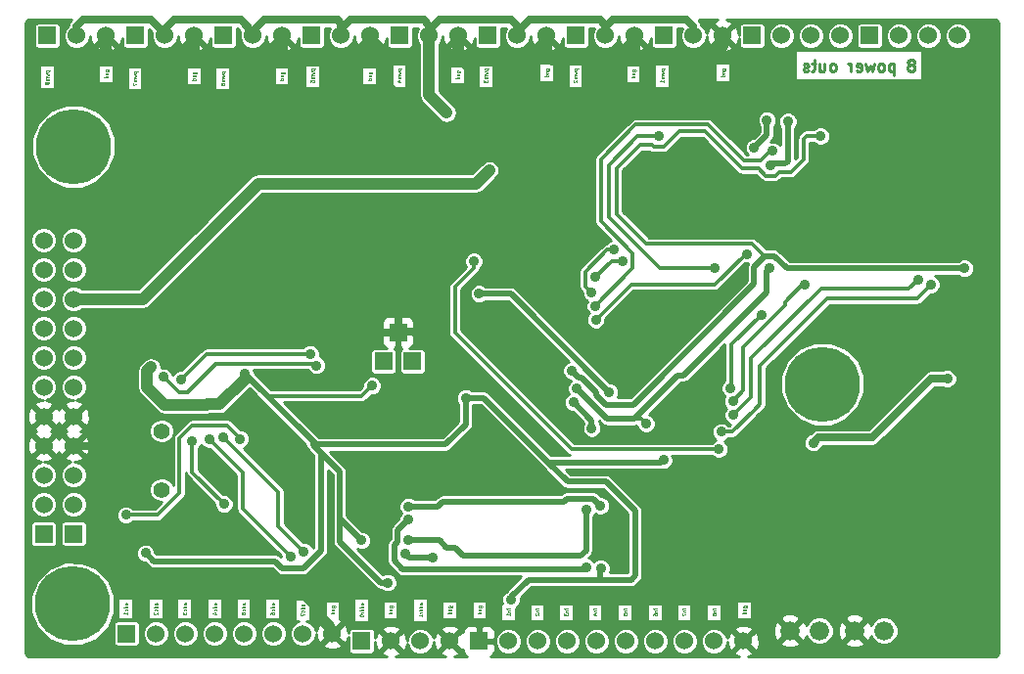
<source format=gbl>
G04 (created by PCBNEW (2013-07-07 BZR 4022)-stable) date 11/09/2013 12:49:52*
%MOIN*%
G04 Gerber Fmt 3.4, Leading zero omitted, Abs format*
%FSLAX34Y34*%
G01*
G70*
G90*
G04 APERTURE LIST*
%ADD10C,0.00590551*%
%ADD11C,0.00295276*%
%ADD12C,0.00984252*%
%ADD13R,0.06X0.06*%
%ADD14C,0.06*%
%ADD15C,0.066*%
%ADD16C,0.255906*%
%ADD17C,0.055*%
%ADD18C,0.0354331*%
%ADD19C,0.0275591*%
%ADD20C,0.0393701*%
%ADD21C,0.019685*%
%ADD22C,0.0137795*%
%ADD23C,0.01*%
G04 APERTURE END LIST*
G54D10*
G54D11*
X23669Y-20244D02*
X23591Y-20244D01*
X23551Y-20244D02*
X23557Y-20239D01*
X23562Y-20244D01*
X23557Y-20250D01*
X23551Y-20244D01*
X23562Y-20244D01*
X23591Y-20300D02*
X23669Y-20300D01*
X23602Y-20300D02*
X23596Y-20306D01*
X23591Y-20317D01*
X23591Y-20334D01*
X23596Y-20345D01*
X23607Y-20351D01*
X23669Y-20351D01*
X23602Y-20424D02*
X23596Y-20413D01*
X23591Y-20407D01*
X23579Y-20402D01*
X23574Y-20402D01*
X23562Y-20407D01*
X23557Y-20413D01*
X23551Y-20424D01*
X23551Y-20447D01*
X23557Y-20458D01*
X23562Y-20464D01*
X23574Y-20469D01*
X23579Y-20469D01*
X23591Y-20464D01*
X23596Y-20458D01*
X23602Y-20447D01*
X23602Y-20424D01*
X23607Y-20413D01*
X23613Y-20407D01*
X23624Y-20402D01*
X23647Y-20402D01*
X23658Y-20407D01*
X23664Y-20413D01*
X23669Y-20424D01*
X23669Y-20447D01*
X23664Y-20458D01*
X23658Y-20464D01*
X23647Y-20469D01*
X23624Y-20469D01*
X23613Y-20464D01*
X23607Y-20458D01*
X23602Y-20447D01*
X22646Y-20244D02*
X22567Y-20244D01*
X22528Y-20244D02*
X22533Y-20239D01*
X22539Y-20244D01*
X22533Y-20250D01*
X22528Y-20244D01*
X22539Y-20244D01*
X22567Y-20300D02*
X22646Y-20300D01*
X22578Y-20300D02*
X22573Y-20306D01*
X22567Y-20317D01*
X22567Y-20334D01*
X22573Y-20345D01*
X22584Y-20351D01*
X22646Y-20351D01*
X22528Y-20396D02*
X22528Y-20475D01*
X22646Y-20424D01*
X21661Y-20244D02*
X21583Y-20244D01*
X21543Y-20244D02*
X21549Y-20239D01*
X21555Y-20244D01*
X21549Y-20250D01*
X21543Y-20244D01*
X21555Y-20244D01*
X21583Y-20300D02*
X21661Y-20300D01*
X21594Y-20300D02*
X21588Y-20306D01*
X21583Y-20317D01*
X21583Y-20334D01*
X21588Y-20345D01*
X21600Y-20351D01*
X21661Y-20351D01*
X21543Y-20458D02*
X21543Y-20435D01*
X21549Y-20424D01*
X21555Y-20419D01*
X21571Y-20407D01*
X21594Y-20402D01*
X21639Y-20402D01*
X21650Y-20407D01*
X21656Y-20413D01*
X21661Y-20424D01*
X21661Y-20447D01*
X21656Y-20458D01*
X21650Y-20464D01*
X21639Y-20469D01*
X21611Y-20469D01*
X21600Y-20464D01*
X21594Y-20458D01*
X21588Y-20447D01*
X21588Y-20424D01*
X21594Y-20413D01*
X21600Y-20407D01*
X21611Y-20402D01*
X20638Y-20244D02*
X20559Y-20244D01*
X20520Y-20244D02*
X20525Y-20239D01*
X20531Y-20244D01*
X20525Y-20250D01*
X20520Y-20244D01*
X20531Y-20244D01*
X20559Y-20300D02*
X20638Y-20300D01*
X20570Y-20300D02*
X20565Y-20306D01*
X20559Y-20317D01*
X20559Y-20334D01*
X20565Y-20345D01*
X20576Y-20351D01*
X20638Y-20351D01*
X20520Y-20464D02*
X20520Y-20407D01*
X20576Y-20402D01*
X20570Y-20407D01*
X20565Y-20419D01*
X20565Y-20447D01*
X20570Y-20458D01*
X20576Y-20464D01*
X20587Y-20469D01*
X20615Y-20469D01*
X20627Y-20464D01*
X20632Y-20458D01*
X20638Y-20447D01*
X20638Y-20419D01*
X20632Y-20407D01*
X20627Y-20402D01*
X19614Y-20244D02*
X19535Y-20244D01*
X19496Y-20244D02*
X19502Y-20239D01*
X19507Y-20244D01*
X19502Y-20250D01*
X19496Y-20244D01*
X19507Y-20244D01*
X19535Y-20300D02*
X19614Y-20300D01*
X19547Y-20300D02*
X19541Y-20306D01*
X19535Y-20317D01*
X19535Y-20334D01*
X19541Y-20345D01*
X19552Y-20351D01*
X19614Y-20351D01*
X19535Y-20458D02*
X19614Y-20458D01*
X19491Y-20430D02*
X19575Y-20402D01*
X19575Y-20475D01*
X18630Y-20244D02*
X18551Y-20244D01*
X18512Y-20244D02*
X18517Y-20239D01*
X18523Y-20244D01*
X18517Y-20250D01*
X18512Y-20244D01*
X18523Y-20244D01*
X18551Y-20300D02*
X18630Y-20300D01*
X18562Y-20300D02*
X18557Y-20306D01*
X18551Y-20317D01*
X18551Y-20334D01*
X18557Y-20345D01*
X18568Y-20351D01*
X18630Y-20351D01*
X18512Y-20396D02*
X18512Y-20469D01*
X18557Y-20430D01*
X18557Y-20447D01*
X18562Y-20458D01*
X18568Y-20464D01*
X18579Y-20469D01*
X18607Y-20469D01*
X18619Y-20464D01*
X18624Y-20458D01*
X18630Y-20447D01*
X18630Y-20413D01*
X18624Y-20402D01*
X18619Y-20396D01*
X17646Y-20244D02*
X17567Y-20244D01*
X17528Y-20244D02*
X17533Y-20239D01*
X17539Y-20244D01*
X17533Y-20250D01*
X17528Y-20244D01*
X17539Y-20244D01*
X17567Y-20300D02*
X17646Y-20300D01*
X17578Y-20300D02*
X17573Y-20306D01*
X17567Y-20317D01*
X17567Y-20334D01*
X17573Y-20345D01*
X17584Y-20351D01*
X17646Y-20351D01*
X17539Y-20402D02*
X17533Y-20407D01*
X17528Y-20419D01*
X17528Y-20447D01*
X17533Y-20458D01*
X17539Y-20464D01*
X17550Y-20469D01*
X17561Y-20469D01*
X17578Y-20464D01*
X17646Y-20396D01*
X17646Y-20469D01*
X16661Y-20244D02*
X16583Y-20244D01*
X16543Y-20244D02*
X16549Y-20239D01*
X16555Y-20244D01*
X16549Y-20250D01*
X16543Y-20244D01*
X16555Y-20244D01*
X16583Y-20300D02*
X16661Y-20300D01*
X16594Y-20300D02*
X16588Y-20306D01*
X16583Y-20317D01*
X16583Y-20334D01*
X16588Y-20345D01*
X16600Y-20351D01*
X16661Y-20351D01*
X16661Y-20469D02*
X16661Y-20402D01*
X16661Y-20435D02*
X16543Y-20435D01*
X16560Y-20424D01*
X16571Y-20413D01*
X16577Y-20402D01*
X12567Y-20194D02*
X12663Y-20194D01*
X12674Y-20188D01*
X12679Y-20182D01*
X12685Y-20171D01*
X12685Y-20154D01*
X12679Y-20143D01*
X12640Y-20194D02*
X12646Y-20182D01*
X12646Y-20160D01*
X12640Y-20149D01*
X12634Y-20143D01*
X12623Y-20137D01*
X12589Y-20137D01*
X12578Y-20143D01*
X12573Y-20149D01*
X12567Y-20160D01*
X12567Y-20182D01*
X12573Y-20194D01*
X12567Y-20250D02*
X12646Y-20250D01*
X12578Y-20250D02*
X12573Y-20255D01*
X12567Y-20267D01*
X12567Y-20284D01*
X12573Y-20295D01*
X12584Y-20300D01*
X12646Y-20300D01*
X12646Y-20407D02*
X12528Y-20407D01*
X12640Y-20407D02*
X12646Y-20396D01*
X12646Y-20374D01*
X12640Y-20362D01*
X12634Y-20357D01*
X12623Y-20351D01*
X12589Y-20351D01*
X12578Y-20357D01*
X12573Y-20362D01*
X12567Y-20374D01*
X12567Y-20396D01*
X12573Y-20407D01*
X14575Y-20194D02*
X14670Y-20194D01*
X14682Y-20188D01*
X14687Y-20182D01*
X14693Y-20171D01*
X14693Y-20154D01*
X14687Y-20143D01*
X14648Y-20194D02*
X14654Y-20182D01*
X14654Y-20160D01*
X14648Y-20149D01*
X14642Y-20143D01*
X14631Y-20137D01*
X14597Y-20137D01*
X14586Y-20143D01*
X14580Y-20149D01*
X14575Y-20160D01*
X14575Y-20182D01*
X14580Y-20194D01*
X14575Y-20250D02*
X14654Y-20250D01*
X14586Y-20250D02*
X14580Y-20255D01*
X14575Y-20267D01*
X14575Y-20284D01*
X14580Y-20295D01*
X14592Y-20300D01*
X14654Y-20300D01*
X14654Y-20407D02*
X14535Y-20407D01*
X14648Y-20407D02*
X14654Y-20396D01*
X14654Y-20374D01*
X14648Y-20362D01*
X14642Y-20357D01*
X14631Y-20351D01*
X14597Y-20351D01*
X14586Y-20357D01*
X14580Y-20362D01*
X14575Y-20374D01*
X14575Y-20396D01*
X14580Y-20407D01*
X13669Y-20101D02*
X13607Y-20101D01*
X13596Y-20095D01*
X13591Y-20084D01*
X13591Y-20061D01*
X13596Y-20050D01*
X13664Y-20101D02*
X13669Y-20089D01*
X13669Y-20061D01*
X13664Y-20050D01*
X13652Y-20044D01*
X13641Y-20044D01*
X13630Y-20050D01*
X13624Y-20061D01*
X13624Y-20089D01*
X13619Y-20101D01*
X13669Y-20208D02*
X13551Y-20208D01*
X13664Y-20208D02*
X13669Y-20196D01*
X13669Y-20174D01*
X13664Y-20163D01*
X13658Y-20157D01*
X13647Y-20151D01*
X13613Y-20151D01*
X13602Y-20157D01*
X13596Y-20163D01*
X13591Y-20174D01*
X13591Y-20196D01*
X13596Y-20208D01*
X13669Y-20314D02*
X13551Y-20314D01*
X13664Y-20314D02*
X13669Y-20303D01*
X13669Y-20281D01*
X13664Y-20269D01*
X13658Y-20264D01*
X13647Y-20258D01*
X13613Y-20258D01*
X13602Y-20264D01*
X13596Y-20269D01*
X13591Y-20281D01*
X13591Y-20303D01*
X13596Y-20314D01*
X13669Y-20371D02*
X13591Y-20371D01*
X13613Y-20371D02*
X13602Y-20376D01*
X13596Y-20382D01*
X13591Y-20393D01*
X13591Y-20404D01*
X13669Y-20506D02*
X13669Y-20438D01*
X13669Y-20472D02*
X13551Y-20472D01*
X13568Y-20461D01*
X13579Y-20449D01*
X13585Y-20438D01*
X11661Y-20101D02*
X11600Y-20101D01*
X11588Y-20095D01*
X11583Y-20084D01*
X11583Y-20061D01*
X11588Y-20050D01*
X11656Y-20101D02*
X11661Y-20089D01*
X11661Y-20061D01*
X11656Y-20050D01*
X11645Y-20044D01*
X11633Y-20044D01*
X11622Y-20050D01*
X11616Y-20061D01*
X11616Y-20089D01*
X11611Y-20101D01*
X11661Y-20208D02*
X11543Y-20208D01*
X11656Y-20208D02*
X11661Y-20196D01*
X11661Y-20174D01*
X11656Y-20163D01*
X11650Y-20157D01*
X11639Y-20151D01*
X11605Y-20151D01*
X11594Y-20157D01*
X11588Y-20163D01*
X11583Y-20174D01*
X11583Y-20196D01*
X11588Y-20208D01*
X11661Y-20314D02*
X11543Y-20314D01*
X11656Y-20314D02*
X11661Y-20303D01*
X11661Y-20281D01*
X11656Y-20269D01*
X11650Y-20264D01*
X11639Y-20258D01*
X11605Y-20258D01*
X11594Y-20264D01*
X11588Y-20269D01*
X11583Y-20281D01*
X11583Y-20303D01*
X11588Y-20314D01*
X11661Y-20371D02*
X11583Y-20371D01*
X11605Y-20371D02*
X11594Y-20376D01*
X11588Y-20382D01*
X11583Y-20393D01*
X11583Y-20404D01*
X11543Y-20466D02*
X11543Y-20478D01*
X11549Y-20489D01*
X11555Y-20494D01*
X11566Y-20500D01*
X11588Y-20506D01*
X11616Y-20506D01*
X11639Y-20500D01*
X11650Y-20494D01*
X11656Y-20489D01*
X11661Y-20478D01*
X11661Y-20466D01*
X11656Y-20455D01*
X11650Y-20449D01*
X11639Y-20444D01*
X11616Y-20438D01*
X11588Y-20438D01*
X11566Y-20444D01*
X11555Y-20449D01*
X11549Y-20455D01*
X11543Y-20466D01*
X9654Y-20140D02*
X9592Y-20140D01*
X9580Y-20134D01*
X9575Y-20123D01*
X9575Y-20101D01*
X9580Y-20089D01*
X9648Y-20140D02*
X9654Y-20129D01*
X9654Y-20101D01*
X9648Y-20089D01*
X9637Y-20084D01*
X9625Y-20084D01*
X9614Y-20089D01*
X9609Y-20101D01*
X9609Y-20129D01*
X9603Y-20140D01*
X9654Y-20247D02*
X9535Y-20247D01*
X9648Y-20247D02*
X9654Y-20236D01*
X9654Y-20213D01*
X9648Y-20202D01*
X9642Y-20196D01*
X9631Y-20191D01*
X9597Y-20191D01*
X9586Y-20196D01*
X9580Y-20202D01*
X9575Y-20213D01*
X9575Y-20236D01*
X9580Y-20247D01*
X9648Y-20354D02*
X9654Y-20343D01*
X9654Y-20320D01*
X9648Y-20309D01*
X9642Y-20303D01*
X9631Y-20298D01*
X9597Y-20298D01*
X9586Y-20303D01*
X9580Y-20309D01*
X9575Y-20320D01*
X9575Y-20343D01*
X9580Y-20354D01*
X9535Y-20393D02*
X9535Y-20472D01*
X9654Y-20421D01*
X8630Y-20101D02*
X8568Y-20101D01*
X8557Y-20095D01*
X8551Y-20084D01*
X8551Y-20061D01*
X8557Y-20050D01*
X8624Y-20101D02*
X8630Y-20089D01*
X8630Y-20061D01*
X8624Y-20050D01*
X8613Y-20044D01*
X8602Y-20044D01*
X8591Y-20050D01*
X8585Y-20061D01*
X8585Y-20089D01*
X8579Y-20101D01*
X8630Y-20208D02*
X8512Y-20208D01*
X8624Y-20208D02*
X8630Y-20196D01*
X8630Y-20174D01*
X8624Y-20163D01*
X8619Y-20157D01*
X8607Y-20151D01*
X8574Y-20151D01*
X8562Y-20157D01*
X8557Y-20163D01*
X8551Y-20174D01*
X8551Y-20196D01*
X8557Y-20208D01*
X8624Y-20314D02*
X8630Y-20303D01*
X8630Y-20281D01*
X8624Y-20269D01*
X8619Y-20264D01*
X8607Y-20258D01*
X8574Y-20258D01*
X8562Y-20264D01*
X8557Y-20269D01*
X8551Y-20281D01*
X8551Y-20303D01*
X8557Y-20314D01*
X8512Y-20416D02*
X8512Y-20393D01*
X8517Y-20382D01*
X8523Y-20376D01*
X8540Y-20365D01*
X8562Y-20359D01*
X8607Y-20359D01*
X8619Y-20365D01*
X8624Y-20371D01*
X8630Y-20382D01*
X8630Y-20404D01*
X8624Y-20416D01*
X8619Y-20421D01*
X8607Y-20427D01*
X8579Y-20427D01*
X8568Y-20421D01*
X8562Y-20416D01*
X8557Y-20404D01*
X8557Y-20382D01*
X8562Y-20371D01*
X8568Y-20365D01*
X8579Y-20359D01*
X7646Y-20101D02*
X7584Y-20101D01*
X7573Y-20095D01*
X7567Y-20084D01*
X7567Y-20061D01*
X7573Y-20050D01*
X7640Y-20101D02*
X7646Y-20089D01*
X7646Y-20061D01*
X7640Y-20050D01*
X7629Y-20044D01*
X7618Y-20044D01*
X7606Y-20050D01*
X7601Y-20061D01*
X7601Y-20089D01*
X7595Y-20101D01*
X7646Y-20208D02*
X7528Y-20208D01*
X7640Y-20208D02*
X7646Y-20196D01*
X7646Y-20174D01*
X7640Y-20163D01*
X7634Y-20157D01*
X7623Y-20151D01*
X7589Y-20151D01*
X7578Y-20157D01*
X7573Y-20163D01*
X7567Y-20174D01*
X7567Y-20196D01*
X7573Y-20208D01*
X7640Y-20314D02*
X7646Y-20303D01*
X7646Y-20281D01*
X7640Y-20269D01*
X7634Y-20264D01*
X7623Y-20258D01*
X7589Y-20258D01*
X7578Y-20264D01*
X7573Y-20269D01*
X7567Y-20281D01*
X7567Y-20303D01*
X7573Y-20314D01*
X7528Y-20421D02*
X7528Y-20365D01*
X7584Y-20359D01*
X7578Y-20365D01*
X7573Y-20376D01*
X7573Y-20404D01*
X7578Y-20416D01*
X7584Y-20421D01*
X7595Y-20427D01*
X7623Y-20427D01*
X7634Y-20421D01*
X7640Y-20416D01*
X7646Y-20404D01*
X7646Y-20376D01*
X7640Y-20365D01*
X7634Y-20359D01*
X6661Y-20101D02*
X6600Y-20101D01*
X6588Y-20095D01*
X6583Y-20084D01*
X6583Y-20061D01*
X6588Y-20050D01*
X6656Y-20101D02*
X6661Y-20089D01*
X6661Y-20061D01*
X6656Y-20050D01*
X6645Y-20044D01*
X6633Y-20044D01*
X6622Y-20050D01*
X6616Y-20061D01*
X6616Y-20089D01*
X6611Y-20101D01*
X6661Y-20208D02*
X6543Y-20208D01*
X6656Y-20208D02*
X6661Y-20196D01*
X6661Y-20174D01*
X6656Y-20163D01*
X6650Y-20157D01*
X6639Y-20151D01*
X6605Y-20151D01*
X6594Y-20157D01*
X6588Y-20163D01*
X6583Y-20174D01*
X6583Y-20196D01*
X6588Y-20208D01*
X6656Y-20314D02*
X6661Y-20303D01*
X6661Y-20281D01*
X6656Y-20269D01*
X6650Y-20264D01*
X6639Y-20258D01*
X6605Y-20258D01*
X6594Y-20264D01*
X6588Y-20269D01*
X6583Y-20281D01*
X6583Y-20303D01*
X6588Y-20314D01*
X6583Y-20416D02*
X6661Y-20416D01*
X6538Y-20388D02*
X6622Y-20359D01*
X6622Y-20433D01*
X5638Y-20101D02*
X5576Y-20101D01*
X5565Y-20095D01*
X5559Y-20084D01*
X5559Y-20061D01*
X5565Y-20050D01*
X5632Y-20101D02*
X5638Y-20089D01*
X5638Y-20061D01*
X5632Y-20050D01*
X5621Y-20044D01*
X5610Y-20044D01*
X5598Y-20050D01*
X5593Y-20061D01*
X5593Y-20089D01*
X5587Y-20101D01*
X5638Y-20208D02*
X5520Y-20208D01*
X5632Y-20208D02*
X5638Y-20196D01*
X5638Y-20174D01*
X5632Y-20163D01*
X5627Y-20157D01*
X5615Y-20151D01*
X5582Y-20151D01*
X5570Y-20157D01*
X5565Y-20163D01*
X5559Y-20174D01*
X5559Y-20196D01*
X5565Y-20208D01*
X5632Y-20314D02*
X5638Y-20303D01*
X5638Y-20281D01*
X5632Y-20269D01*
X5627Y-20264D01*
X5615Y-20258D01*
X5582Y-20258D01*
X5570Y-20264D01*
X5565Y-20269D01*
X5559Y-20281D01*
X5559Y-20303D01*
X5565Y-20314D01*
X5520Y-20354D02*
X5520Y-20427D01*
X5565Y-20388D01*
X5565Y-20404D01*
X5570Y-20416D01*
X5576Y-20421D01*
X5587Y-20427D01*
X5615Y-20427D01*
X5627Y-20421D01*
X5632Y-20416D01*
X5638Y-20404D01*
X5638Y-20371D01*
X5632Y-20359D01*
X5627Y-20354D01*
X4654Y-20101D02*
X4592Y-20101D01*
X4580Y-20095D01*
X4575Y-20084D01*
X4575Y-20061D01*
X4580Y-20050D01*
X4648Y-20101D02*
X4654Y-20089D01*
X4654Y-20061D01*
X4648Y-20050D01*
X4637Y-20044D01*
X4625Y-20044D01*
X4614Y-20050D01*
X4609Y-20061D01*
X4609Y-20089D01*
X4603Y-20101D01*
X4654Y-20208D02*
X4535Y-20208D01*
X4648Y-20208D02*
X4654Y-20196D01*
X4654Y-20174D01*
X4648Y-20163D01*
X4642Y-20157D01*
X4631Y-20151D01*
X4597Y-20151D01*
X4586Y-20157D01*
X4580Y-20163D01*
X4575Y-20174D01*
X4575Y-20196D01*
X4580Y-20208D01*
X4648Y-20314D02*
X4654Y-20303D01*
X4654Y-20281D01*
X4648Y-20269D01*
X4642Y-20264D01*
X4631Y-20258D01*
X4597Y-20258D01*
X4586Y-20264D01*
X4580Y-20269D01*
X4575Y-20281D01*
X4575Y-20303D01*
X4580Y-20314D01*
X4547Y-20359D02*
X4541Y-20365D01*
X4535Y-20376D01*
X4535Y-20404D01*
X4541Y-20416D01*
X4547Y-20421D01*
X4558Y-20427D01*
X4569Y-20427D01*
X4586Y-20421D01*
X4654Y-20354D01*
X4654Y-20427D01*
X3630Y-20101D02*
X3568Y-20101D01*
X3557Y-20095D01*
X3551Y-20084D01*
X3551Y-20061D01*
X3557Y-20050D01*
X3624Y-20101D02*
X3630Y-20089D01*
X3630Y-20061D01*
X3624Y-20050D01*
X3613Y-20044D01*
X3602Y-20044D01*
X3591Y-20050D01*
X3585Y-20061D01*
X3585Y-20089D01*
X3579Y-20101D01*
X3630Y-20208D02*
X3512Y-20208D01*
X3624Y-20208D02*
X3630Y-20196D01*
X3630Y-20174D01*
X3624Y-20163D01*
X3619Y-20157D01*
X3607Y-20151D01*
X3574Y-20151D01*
X3562Y-20157D01*
X3557Y-20163D01*
X3551Y-20174D01*
X3551Y-20196D01*
X3557Y-20208D01*
X3624Y-20314D02*
X3630Y-20303D01*
X3630Y-20281D01*
X3624Y-20269D01*
X3619Y-20264D01*
X3607Y-20258D01*
X3574Y-20258D01*
X3562Y-20264D01*
X3557Y-20269D01*
X3551Y-20281D01*
X3551Y-20303D01*
X3557Y-20314D01*
X3630Y-20427D02*
X3630Y-20359D01*
X3630Y-20393D02*
X3512Y-20393D01*
X3529Y-20382D01*
X3540Y-20371D01*
X3546Y-20359D01*
X10598Y-20194D02*
X10694Y-20194D01*
X10705Y-20188D01*
X10711Y-20182D01*
X10717Y-20171D01*
X10717Y-20154D01*
X10711Y-20143D01*
X10672Y-20194D02*
X10677Y-20182D01*
X10677Y-20160D01*
X10672Y-20149D01*
X10666Y-20143D01*
X10655Y-20137D01*
X10621Y-20137D01*
X10610Y-20143D01*
X10604Y-20149D01*
X10598Y-20160D01*
X10598Y-20182D01*
X10604Y-20194D01*
X10598Y-20250D02*
X10677Y-20250D01*
X10610Y-20250D02*
X10604Y-20255D01*
X10598Y-20267D01*
X10598Y-20284D01*
X10604Y-20295D01*
X10615Y-20300D01*
X10677Y-20300D01*
X10677Y-20407D02*
X10559Y-20407D01*
X10672Y-20407D02*
X10677Y-20396D01*
X10677Y-20374D01*
X10672Y-20362D01*
X10666Y-20357D01*
X10655Y-20351D01*
X10621Y-20351D01*
X10610Y-20357D01*
X10604Y-20362D01*
X10598Y-20374D01*
X10598Y-20396D01*
X10604Y-20407D01*
X15598Y-20194D02*
X15694Y-20194D01*
X15705Y-20188D01*
X15711Y-20182D01*
X15717Y-20171D01*
X15717Y-20154D01*
X15711Y-20143D01*
X15672Y-20194D02*
X15677Y-20182D01*
X15677Y-20160D01*
X15672Y-20149D01*
X15666Y-20143D01*
X15655Y-20137D01*
X15621Y-20137D01*
X15610Y-20143D01*
X15604Y-20149D01*
X15598Y-20160D01*
X15598Y-20182D01*
X15604Y-20194D01*
X15598Y-20250D02*
X15677Y-20250D01*
X15610Y-20250D02*
X15604Y-20255D01*
X15598Y-20267D01*
X15598Y-20284D01*
X15604Y-20295D01*
X15615Y-20300D01*
X15677Y-20300D01*
X15677Y-20407D02*
X15559Y-20407D01*
X15672Y-20407D02*
X15677Y-20396D01*
X15677Y-20374D01*
X15672Y-20362D01*
X15666Y-20357D01*
X15655Y-20351D01*
X15621Y-20351D01*
X15610Y-20357D01*
X15604Y-20362D01*
X15598Y-20374D01*
X15598Y-20396D01*
X15604Y-20407D01*
X24614Y-20194D02*
X24710Y-20194D01*
X24721Y-20188D01*
X24727Y-20182D01*
X24732Y-20171D01*
X24732Y-20154D01*
X24727Y-20143D01*
X24687Y-20194D02*
X24693Y-20182D01*
X24693Y-20160D01*
X24687Y-20149D01*
X24682Y-20143D01*
X24670Y-20137D01*
X24637Y-20137D01*
X24625Y-20143D01*
X24620Y-20149D01*
X24614Y-20160D01*
X24614Y-20182D01*
X24620Y-20194D01*
X24614Y-20250D02*
X24693Y-20250D01*
X24625Y-20250D02*
X24620Y-20255D01*
X24614Y-20267D01*
X24614Y-20284D01*
X24620Y-20295D01*
X24631Y-20300D01*
X24693Y-20300D01*
X24693Y-20407D02*
X24575Y-20407D01*
X24687Y-20407D02*
X24693Y-20396D01*
X24693Y-20374D01*
X24687Y-20362D01*
X24682Y-20357D01*
X24670Y-20351D01*
X24637Y-20351D01*
X24625Y-20357D01*
X24620Y-20362D01*
X24614Y-20374D01*
X24614Y-20396D01*
X24620Y-20407D01*
X2882Y-1926D02*
X2978Y-1926D01*
X2989Y-1920D01*
X2994Y-1915D01*
X3000Y-1903D01*
X3000Y-1886D01*
X2994Y-1875D01*
X2955Y-1926D02*
X2961Y-1915D01*
X2961Y-1892D01*
X2955Y-1881D01*
X2949Y-1875D01*
X2938Y-1870D01*
X2904Y-1870D01*
X2893Y-1875D01*
X2888Y-1881D01*
X2882Y-1892D01*
X2882Y-1915D01*
X2888Y-1926D01*
X2882Y-1982D02*
X2961Y-1982D01*
X2893Y-1982D02*
X2888Y-1988D01*
X2882Y-1999D01*
X2882Y-2016D01*
X2888Y-2027D01*
X2899Y-2033D01*
X2961Y-2033D01*
X2961Y-2140D02*
X2843Y-2140D01*
X2955Y-2140D02*
X2961Y-2128D01*
X2961Y-2106D01*
X2955Y-2095D01*
X2949Y-2089D01*
X2938Y-2083D01*
X2904Y-2083D01*
X2893Y-2089D01*
X2888Y-2095D01*
X2882Y-2106D01*
X2882Y-2128D01*
X2888Y-2140D01*
X5874Y-2005D02*
X5970Y-2005D01*
X5981Y-1999D01*
X5987Y-1993D01*
X5992Y-1982D01*
X5992Y-1965D01*
X5987Y-1954D01*
X5947Y-2005D02*
X5953Y-1993D01*
X5953Y-1971D01*
X5947Y-1960D01*
X5942Y-1954D01*
X5930Y-1948D01*
X5897Y-1948D01*
X5885Y-1954D01*
X5880Y-1960D01*
X5874Y-1971D01*
X5874Y-1993D01*
X5880Y-2005D01*
X5874Y-2061D02*
X5953Y-2061D01*
X5885Y-2061D02*
X5880Y-2066D01*
X5874Y-2078D01*
X5874Y-2095D01*
X5880Y-2106D01*
X5891Y-2111D01*
X5953Y-2111D01*
X5953Y-2218D02*
X5835Y-2218D01*
X5947Y-2218D02*
X5953Y-2207D01*
X5953Y-2185D01*
X5947Y-2173D01*
X5942Y-2168D01*
X5930Y-2162D01*
X5897Y-2162D01*
X5885Y-2168D01*
X5880Y-2173D01*
X5874Y-2185D01*
X5874Y-2207D01*
X5880Y-2218D01*
X8866Y-2005D02*
X8962Y-2005D01*
X8973Y-1999D01*
X8979Y-1993D01*
X8984Y-1982D01*
X8984Y-1965D01*
X8979Y-1954D01*
X8939Y-2005D02*
X8945Y-1993D01*
X8945Y-1971D01*
X8939Y-1960D01*
X8934Y-1954D01*
X8922Y-1948D01*
X8889Y-1948D01*
X8877Y-1954D01*
X8872Y-1960D01*
X8866Y-1971D01*
X8866Y-1993D01*
X8872Y-2005D01*
X8866Y-2061D02*
X8945Y-2061D01*
X8877Y-2061D02*
X8872Y-2066D01*
X8866Y-2078D01*
X8866Y-2095D01*
X8872Y-2106D01*
X8883Y-2111D01*
X8945Y-2111D01*
X8945Y-2218D02*
X8827Y-2218D01*
X8939Y-2218D02*
X8945Y-2207D01*
X8945Y-2185D01*
X8939Y-2173D01*
X8934Y-2168D01*
X8922Y-2162D01*
X8889Y-2162D01*
X8877Y-2168D01*
X8872Y-2173D01*
X8866Y-2185D01*
X8866Y-2207D01*
X8872Y-2218D01*
X11858Y-2005D02*
X11954Y-2005D01*
X11965Y-1999D01*
X11971Y-1993D01*
X11976Y-1982D01*
X11976Y-1965D01*
X11971Y-1954D01*
X11931Y-2005D02*
X11937Y-1993D01*
X11937Y-1971D01*
X11931Y-1960D01*
X11926Y-1954D01*
X11915Y-1948D01*
X11881Y-1948D01*
X11870Y-1954D01*
X11864Y-1960D01*
X11858Y-1971D01*
X11858Y-1993D01*
X11864Y-2005D01*
X11858Y-2061D02*
X11937Y-2061D01*
X11870Y-2061D02*
X11864Y-2066D01*
X11858Y-2078D01*
X11858Y-2095D01*
X11864Y-2106D01*
X11875Y-2111D01*
X11937Y-2111D01*
X11937Y-2218D02*
X11819Y-2218D01*
X11931Y-2218D02*
X11937Y-2207D01*
X11937Y-2185D01*
X11931Y-2173D01*
X11926Y-2168D01*
X11915Y-2162D01*
X11881Y-2162D01*
X11870Y-2168D01*
X11864Y-2173D01*
X11858Y-2185D01*
X11858Y-2207D01*
X11864Y-2218D01*
X14850Y-1965D02*
X14946Y-1965D01*
X14957Y-1960D01*
X14963Y-1954D01*
X14969Y-1943D01*
X14969Y-1926D01*
X14963Y-1915D01*
X14924Y-1965D02*
X14929Y-1954D01*
X14929Y-1931D01*
X14924Y-1920D01*
X14918Y-1915D01*
X14907Y-1909D01*
X14873Y-1909D01*
X14862Y-1915D01*
X14856Y-1920D01*
X14850Y-1931D01*
X14850Y-1954D01*
X14856Y-1965D01*
X14850Y-2021D02*
X14929Y-2021D01*
X14862Y-2021D02*
X14856Y-2027D01*
X14850Y-2038D01*
X14850Y-2055D01*
X14856Y-2066D01*
X14867Y-2072D01*
X14929Y-2072D01*
X14929Y-2179D02*
X14811Y-2179D01*
X14924Y-2179D02*
X14929Y-2168D01*
X14929Y-2145D01*
X14924Y-2134D01*
X14918Y-2128D01*
X14907Y-2123D01*
X14873Y-2123D01*
X14862Y-2128D01*
X14856Y-2134D01*
X14850Y-2145D01*
X14850Y-2168D01*
X14856Y-2179D01*
X17882Y-1886D02*
X17978Y-1886D01*
X17989Y-1881D01*
X17994Y-1875D01*
X18000Y-1864D01*
X18000Y-1847D01*
X17994Y-1836D01*
X17955Y-1886D02*
X17961Y-1875D01*
X17961Y-1853D01*
X17955Y-1841D01*
X17949Y-1836D01*
X17938Y-1830D01*
X17904Y-1830D01*
X17893Y-1836D01*
X17888Y-1841D01*
X17882Y-1853D01*
X17882Y-1875D01*
X17888Y-1886D01*
X17882Y-1943D02*
X17961Y-1943D01*
X17893Y-1943D02*
X17888Y-1948D01*
X17882Y-1960D01*
X17882Y-1976D01*
X17888Y-1988D01*
X17899Y-1993D01*
X17961Y-1993D01*
X17961Y-2100D02*
X17843Y-2100D01*
X17955Y-2100D02*
X17961Y-2089D01*
X17961Y-2066D01*
X17955Y-2055D01*
X17949Y-2050D01*
X17938Y-2044D01*
X17904Y-2044D01*
X17893Y-2050D01*
X17888Y-2055D01*
X17882Y-2066D01*
X17882Y-2089D01*
X17888Y-2100D01*
X20835Y-1926D02*
X20930Y-1926D01*
X20942Y-1920D01*
X20947Y-1915D01*
X20953Y-1903D01*
X20953Y-1886D01*
X20947Y-1875D01*
X20908Y-1926D02*
X20913Y-1915D01*
X20913Y-1892D01*
X20908Y-1881D01*
X20902Y-1875D01*
X20891Y-1870D01*
X20857Y-1870D01*
X20846Y-1875D01*
X20840Y-1881D01*
X20835Y-1892D01*
X20835Y-1915D01*
X20840Y-1926D01*
X20835Y-1982D02*
X20913Y-1982D01*
X20846Y-1982D02*
X20840Y-1988D01*
X20835Y-1999D01*
X20835Y-2016D01*
X20840Y-2027D01*
X20852Y-2033D01*
X20913Y-2033D01*
X20913Y-2140D02*
X20795Y-2140D01*
X20908Y-2140D02*
X20913Y-2128D01*
X20913Y-2106D01*
X20908Y-2095D01*
X20902Y-2089D01*
X20891Y-2083D01*
X20857Y-2083D01*
X20846Y-2089D01*
X20840Y-2095D01*
X20835Y-2106D01*
X20835Y-2128D01*
X20840Y-2140D01*
X874Y-1903D02*
X992Y-1903D01*
X880Y-1903D02*
X874Y-1915D01*
X874Y-1937D01*
X880Y-1948D01*
X885Y-1954D01*
X897Y-1960D01*
X930Y-1960D01*
X942Y-1954D01*
X947Y-1948D01*
X953Y-1937D01*
X953Y-1915D01*
X947Y-1903D01*
X874Y-1999D02*
X953Y-2021D01*
X897Y-2044D01*
X953Y-2066D01*
X874Y-2089D01*
X953Y-2134D02*
X874Y-2134D01*
X885Y-2134D02*
X880Y-2140D01*
X874Y-2151D01*
X874Y-2168D01*
X880Y-2179D01*
X891Y-2185D01*
X953Y-2185D01*
X891Y-2185D02*
X880Y-2190D01*
X874Y-2201D01*
X874Y-2218D01*
X880Y-2230D01*
X891Y-2235D01*
X953Y-2235D01*
X885Y-2308D02*
X880Y-2297D01*
X874Y-2291D01*
X863Y-2286D01*
X857Y-2286D01*
X846Y-2291D01*
X840Y-2297D01*
X835Y-2308D01*
X835Y-2331D01*
X840Y-2342D01*
X846Y-2348D01*
X857Y-2353D01*
X863Y-2353D01*
X874Y-2348D01*
X880Y-2342D01*
X885Y-2331D01*
X885Y-2308D01*
X891Y-2297D01*
X897Y-2291D01*
X908Y-2286D01*
X930Y-2286D01*
X942Y-2291D01*
X947Y-2297D01*
X953Y-2308D01*
X953Y-2331D01*
X947Y-2342D01*
X942Y-2348D01*
X930Y-2353D01*
X908Y-2353D01*
X897Y-2348D01*
X891Y-2342D01*
X885Y-2331D01*
X3866Y-1943D02*
X3984Y-1943D01*
X3872Y-1943D02*
X3866Y-1954D01*
X3866Y-1976D01*
X3872Y-1988D01*
X3877Y-1993D01*
X3889Y-1999D01*
X3922Y-1999D01*
X3934Y-1993D01*
X3939Y-1988D01*
X3945Y-1976D01*
X3945Y-1954D01*
X3939Y-1943D01*
X3866Y-2038D02*
X3945Y-2061D01*
X3889Y-2083D01*
X3945Y-2106D01*
X3866Y-2128D01*
X3945Y-2173D02*
X3866Y-2173D01*
X3877Y-2173D02*
X3872Y-2179D01*
X3866Y-2190D01*
X3866Y-2207D01*
X3872Y-2218D01*
X3883Y-2224D01*
X3945Y-2224D01*
X3883Y-2224D02*
X3872Y-2230D01*
X3866Y-2241D01*
X3866Y-2258D01*
X3872Y-2269D01*
X3883Y-2275D01*
X3945Y-2275D01*
X3827Y-2320D02*
X3827Y-2398D01*
X3945Y-2348D01*
X6858Y-1943D02*
X6976Y-1943D01*
X6864Y-1943D02*
X6858Y-1954D01*
X6858Y-1976D01*
X6864Y-1988D01*
X6870Y-1993D01*
X6881Y-1999D01*
X6915Y-1999D01*
X6926Y-1993D01*
X6931Y-1988D01*
X6937Y-1976D01*
X6937Y-1954D01*
X6931Y-1943D01*
X6858Y-2038D02*
X6937Y-2061D01*
X6881Y-2083D01*
X6937Y-2106D01*
X6858Y-2128D01*
X6937Y-2173D02*
X6858Y-2173D01*
X6870Y-2173D02*
X6864Y-2179D01*
X6858Y-2190D01*
X6858Y-2207D01*
X6864Y-2218D01*
X6875Y-2224D01*
X6937Y-2224D01*
X6875Y-2224D02*
X6864Y-2230D01*
X6858Y-2241D01*
X6858Y-2258D01*
X6864Y-2269D01*
X6875Y-2275D01*
X6937Y-2275D01*
X6819Y-2381D02*
X6819Y-2359D01*
X6825Y-2348D01*
X6830Y-2342D01*
X6847Y-2331D01*
X6870Y-2325D01*
X6915Y-2325D01*
X6926Y-2331D01*
X6931Y-2336D01*
X6937Y-2348D01*
X6937Y-2370D01*
X6931Y-2381D01*
X6926Y-2387D01*
X6915Y-2393D01*
X6886Y-2393D01*
X6875Y-2387D01*
X6870Y-2381D01*
X6864Y-2370D01*
X6864Y-2348D01*
X6870Y-2336D01*
X6875Y-2331D01*
X6886Y-2325D01*
X9910Y-1844D02*
X10028Y-1844D01*
X9915Y-1844D02*
X9910Y-1856D01*
X9910Y-1878D01*
X9915Y-1889D01*
X9921Y-1895D01*
X9932Y-1901D01*
X9966Y-1901D01*
X9977Y-1895D01*
X9983Y-1889D01*
X9988Y-1878D01*
X9988Y-1856D01*
X9983Y-1844D01*
X9910Y-1940D02*
X9988Y-1962D01*
X9932Y-1985D01*
X9988Y-2007D01*
X9910Y-2030D01*
X9988Y-2075D02*
X9910Y-2075D01*
X9921Y-2075D02*
X9915Y-2080D01*
X9910Y-2092D01*
X9910Y-2109D01*
X9915Y-2120D01*
X9926Y-2125D01*
X9988Y-2125D01*
X9926Y-2125D02*
X9915Y-2131D01*
X9910Y-2142D01*
X9910Y-2159D01*
X9915Y-2170D01*
X9926Y-2176D01*
X9988Y-2176D01*
X9870Y-2289D02*
X9870Y-2232D01*
X9926Y-2227D01*
X9921Y-2232D01*
X9915Y-2244D01*
X9915Y-2272D01*
X9921Y-2283D01*
X9926Y-2289D01*
X9938Y-2294D01*
X9966Y-2294D01*
X9977Y-2289D01*
X9983Y-2283D01*
X9988Y-2272D01*
X9988Y-2244D01*
X9983Y-2232D01*
X9977Y-2227D01*
X12862Y-1844D02*
X12980Y-1844D01*
X12868Y-1844D02*
X12862Y-1856D01*
X12862Y-1878D01*
X12868Y-1889D01*
X12874Y-1895D01*
X12885Y-1901D01*
X12919Y-1901D01*
X12930Y-1895D01*
X12935Y-1889D01*
X12941Y-1878D01*
X12941Y-1856D01*
X12935Y-1844D01*
X12862Y-1940D02*
X12941Y-1962D01*
X12885Y-1985D01*
X12941Y-2007D01*
X12862Y-2030D01*
X12941Y-2075D02*
X12862Y-2075D01*
X12874Y-2075D02*
X12868Y-2080D01*
X12862Y-2092D01*
X12862Y-2109D01*
X12868Y-2120D01*
X12879Y-2125D01*
X12941Y-2125D01*
X12879Y-2125D02*
X12868Y-2131D01*
X12862Y-2142D01*
X12862Y-2159D01*
X12868Y-2170D01*
X12879Y-2176D01*
X12941Y-2176D01*
X12862Y-2283D02*
X12941Y-2283D01*
X12817Y-2255D02*
X12902Y-2227D01*
X12902Y-2300D01*
X15815Y-1844D02*
X15933Y-1844D01*
X15821Y-1844D02*
X15815Y-1856D01*
X15815Y-1878D01*
X15821Y-1889D01*
X15826Y-1895D01*
X15838Y-1901D01*
X15871Y-1901D01*
X15883Y-1895D01*
X15888Y-1889D01*
X15894Y-1878D01*
X15894Y-1856D01*
X15888Y-1844D01*
X15815Y-1940D02*
X15894Y-1962D01*
X15838Y-1985D01*
X15894Y-2007D01*
X15815Y-2030D01*
X15894Y-2075D02*
X15815Y-2075D01*
X15826Y-2075D02*
X15821Y-2080D01*
X15815Y-2092D01*
X15815Y-2109D01*
X15821Y-2120D01*
X15832Y-2125D01*
X15894Y-2125D01*
X15832Y-2125D02*
X15821Y-2131D01*
X15815Y-2142D01*
X15815Y-2159D01*
X15821Y-2170D01*
X15832Y-2176D01*
X15894Y-2176D01*
X15776Y-2221D02*
X15776Y-2294D01*
X15821Y-2255D01*
X15821Y-2272D01*
X15826Y-2283D01*
X15832Y-2289D01*
X15843Y-2294D01*
X15871Y-2294D01*
X15883Y-2289D01*
X15888Y-2283D01*
X15894Y-2272D01*
X15894Y-2238D01*
X15888Y-2227D01*
X15883Y-2221D01*
X18866Y-1844D02*
X18984Y-1844D01*
X18872Y-1844D02*
X18866Y-1856D01*
X18866Y-1878D01*
X18872Y-1889D01*
X18877Y-1895D01*
X18889Y-1901D01*
X18922Y-1901D01*
X18934Y-1895D01*
X18939Y-1889D01*
X18945Y-1878D01*
X18945Y-1856D01*
X18939Y-1844D01*
X18866Y-1940D02*
X18945Y-1962D01*
X18889Y-1985D01*
X18945Y-2007D01*
X18866Y-2030D01*
X18945Y-2075D02*
X18866Y-2075D01*
X18877Y-2075D02*
X18872Y-2080D01*
X18866Y-2092D01*
X18866Y-2109D01*
X18872Y-2120D01*
X18883Y-2125D01*
X18945Y-2125D01*
X18883Y-2125D02*
X18872Y-2131D01*
X18866Y-2142D01*
X18866Y-2159D01*
X18872Y-2170D01*
X18883Y-2176D01*
X18945Y-2176D01*
X18838Y-2227D02*
X18832Y-2232D01*
X18827Y-2244D01*
X18827Y-2272D01*
X18832Y-2283D01*
X18838Y-2289D01*
X18849Y-2294D01*
X18861Y-2294D01*
X18877Y-2289D01*
X18945Y-2221D01*
X18945Y-2294D01*
X21819Y-1844D02*
X21937Y-1844D01*
X21825Y-1844D02*
X21819Y-1856D01*
X21819Y-1878D01*
X21825Y-1889D01*
X21830Y-1895D01*
X21841Y-1901D01*
X21875Y-1901D01*
X21886Y-1895D01*
X21892Y-1889D01*
X21898Y-1878D01*
X21898Y-1856D01*
X21892Y-1844D01*
X21819Y-1940D02*
X21898Y-1962D01*
X21841Y-1985D01*
X21898Y-2007D01*
X21819Y-2030D01*
X21898Y-2075D02*
X21819Y-2075D01*
X21830Y-2075D02*
X21825Y-2080D01*
X21819Y-2092D01*
X21819Y-2109D01*
X21825Y-2120D01*
X21836Y-2125D01*
X21898Y-2125D01*
X21836Y-2125D02*
X21825Y-2131D01*
X21819Y-2142D01*
X21819Y-2159D01*
X21825Y-2170D01*
X21836Y-2176D01*
X21898Y-2176D01*
X21898Y-2294D02*
X21898Y-2227D01*
X21898Y-2260D02*
X21780Y-2260D01*
X21796Y-2249D01*
X21808Y-2238D01*
X21813Y-2227D01*
X23886Y-1886D02*
X23982Y-1886D01*
X23993Y-1881D01*
X23998Y-1875D01*
X24004Y-1864D01*
X24004Y-1847D01*
X23998Y-1836D01*
X23959Y-1886D02*
X23965Y-1875D01*
X23965Y-1853D01*
X23959Y-1841D01*
X23953Y-1836D01*
X23942Y-1830D01*
X23908Y-1830D01*
X23897Y-1836D01*
X23892Y-1841D01*
X23886Y-1853D01*
X23886Y-1875D01*
X23892Y-1886D01*
X23886Y-1943D02*
X23965Y-1943D01*
X23897Y-1943D02*
X23892Y-1948D01*
X23886Y-1960D01*
X23886Y-1976D01*
X23892Y-1988D01*
X23903Y-1993D01*
X23965Y-1993D01*
X23965Y-2100D02*
X23847Y-2100D01*
X23959Y-2100D02*
X23965Y-2089D01*
X23965Y-2066D01*
X23959Y-2055D01*
X23953Y-2050D01*
X23942Y-2044D01*
X23908Y-2044D01*
X23897Y-2050D01*
X23892Y-2055D01*
X23886Y-2066D01*
X23886Y-2089D01*
X23892Y-2100D01*
G54D12*
X30361Y-1706D02*
X30399Y-1687D01*
X30418Y-1668D01*
X30436Y-1631D01*
X30436Y-1612D01*
X30418Y-1574D01*
X30399Y-1556D01*
X30361Y-1537D01*
X30286Y-1537D01*
X30249Y-1556D01*
X30230Y-1574D01*
X30211Y-1612D01*
X30211Y-1631D01*
X30230Y-1668D01*
X30249Y-1687D01*
X30286Y-1706D01*
X30361Y-1706D01*
X30399Y-1724D01*
X30418Y-1743D01*
X30436Y-1781D01*
X30436Y-1856D01*
X30418Y-1893D01*
X30399Y-1912D01*
X30361Y-1931D01*
X30286Y-1931D01*
X30249Y-1912D01*
X30230Y-1893D01*
X30211Y-1856D01*
X30211Y-1781D01*
X30230Y-1743D01*
X30249Y-1724D01*
X30286Y-1706D01*
X29743Y-1668D02*
X29743Y-2062D01*
X29743Y-1687D02*
X29705Y-1668D01*
X29630Y-1668D01*
X29593Y-1687D01*
X29574Y-1706D01*
X29555Y-1743D01*
X29555Y-1856D01*
X29574Y-1893D01*
X29593Y-1912D01*
X29630Y-1931D01*
X29705Y-1931D01*
X29743Y-1912D01*
X29330Y-1931D02*
X29368Y-1912D01*
X29386Y-1893D01*
X29405Y-1856D01*
X29405Y-1743D01*
X29386Y-1706D01*
X29368Y-1687D01*
X29330Y-1668D01*
X29274Y-1668D01*
X29236Y-1687D01*
X29218Y-1706D01*
X29199Y-1743D01*
X29199Y-1856D01*
X29218Y-1893D01*
X29236Y-1912D01*
X29274Y-1931D01*
X29330Y-1931D01*
X29068Y-1668D02*
X28993Y-1931D01*
X28918Y-1743D01*
X28843Y-1931D01*
X28768Y-1668D01*
X28468Y-1912D02*
X28505Y-1931D01*
X28580Y-1931D01*
X28618Y-1912D01*
X28637Y-1874D01*
X28637Y-1724D01*
X28618Y-1687D01*
X28580Y-1668D01*
X28505Y-1668D01*
X28468Y-1687D01*
X28449Y-1724D01*
X28449Y-1762D01*
X28637Y-1799D01*
X28280Y-1931D02*
X28280Y-1668D01*
X28280Y-1743D02*
X28262Y-1706D01*
X28243Y-1687D01*
X28205Y-1668D01*
X28168Y-1668D01*
X27680Y-1931D02*
X27718Y-1912D01*
X27737Y-1893D01*
X27755Y-1856D01*
X27755Y-1743D01*
X27737Y-1706D01*
X27718Y-1687D01*
X27680Y-1668D01*
X27624Y-1668D01*
X27587Y-1687D01*
X27568Y-1706D01*
X27549Y-1743D01*
X27549Y-1856D01*
X27568Y-1893D01*
X27587Y-1912D01*
X27624Y-1931D01*
X27680Y-1931D01*
X27212Y-1668D02*
X27212Y-1931D01*
X27380Y-1668D02*
X27380Y-1874D01*
X27362Y-1912D01*
X27324Y-1931D01*
X27268Y-1931D01*
X27230Y-1912D01*
X27212Y-1893D01*
X27080Y-1668D02*
X26931Y-1668D01*
X27024Y-1537D02*
X27024Y-1874D01*
X27005Y-1912D01*
X26968Y-1931D01*
X26931Y-1931D01*
X26818Y-1912D02*
X26781Y-1931D01*
X26706Y-1931D01*
X26668Y-1912D01*
X26649Y-1874D01*
X26649Y-1856D01*
X26668Y-1818D01*
X26706Y-1799D01*
X26762Y-1799D01*
X26799Y-1781D01*
X26818Y-1743D01*
X26818Y-1724D01*
X26799Y-1687D01*
X26762Y-1668D01*
X26706Y-1668D01*
X26668Y-1687D01*
G54D13*
X11603Y-21337D03*
G54D14*
X12603Y-21337D03*
X13603Y-21337D03*
X14603Y-21337D03*
G54D13*
X28903Y-712D03*
G54D14*
X29903Y-712D03*
X30903Y-712D03*
X31903Y-712D03*
G54D13*
X24903Y-712D03*
G54D14*
X25903Y-712D03*
X26903Y-712D03*
X27903Y-712D03*
G54D13*
X12903Y-712D03*
G54D14*
X13903Y-712D03*
X14903Y-712D03*
G54D13*
X6903Y-712D03*
G54D14*
X7903Y-712D03*
X8903Y-712D03*
G54D13*
X21903Y-712D03*
G54D14*
X22903Y-712D03*
X23903Y-712D03*
G54D13*
X18903Y-712D03*
G54D14*
X19903Y-712D03*
X20903Y-712D03*
G54D13*
X15903Y-712D03*
G54D14*
X16903Y-712D03*
X17903Y-712D03*
G54D13*
X9903Y-712D03*
G54D14*
X10903Y-712D03*
X11903Y-712D03*
G54D13*
X12852Y-10824D03*
X13344Y-11808D03*
X12360Y-11808D03*
X1803Y-17687D03*
G54D14*
X1803Y-16687D03*
X1803Y-15687D03*
X1803Y-14687D03*
X1803Y-13687D03*
X1803Y-12687D03*
X1803Y-11687D03*
X1803Y-10687D03*
X1803Y-9687D03*
X1803Y-8687D03*
X1803Y-7687D03*
G54D15*
X29403Y-20987D03*
X28403Y-20987D03*
X27203Y-20987D03*
X26203Y-20987D03*
G54D16*
X27303Y-12587D03*
X1773Y-20077D03*
X1803Y-4487D03*
G54D13*
X3903Y-712D03*
G54D14*
X4903Y-712D03*
X5903Y-712D03*
G54D13*
X903Y-712D03*
G54D14*
X1903Y-712D03*
X2903Y-712D03*
G54D13*
X15603Y-21337D03*
G54D14*
X16603Y-21337D03*
X17603Y-21337D03*
X18603Y-21337D03*
X19603Y-21337D03*
X20603Y-21337D03*
X21603Y-21337D03*
X22603Y-21337D03*
X23603Y-21337D03*
X24603Y-21337D03*
G54D13*
X787Y-17688D03*
G54D14*
X787Y-16688D03*
X787Y-15688D03*
X787Y-14688D03*
X787Y-13688D03*
X787Y-12688D03*
X787Y-11688D03*
X787Y-10688D03*
X787Y-9688D03*
X787Y-8688D03*
X787Y-7688D03*
G54D13*
X3603Y-21087D03*
G54D14*
X4603Y-21087D03*
X5603Y-21087D03*
X6603Y-21087D03*
X7603Y-21087D03*
X8603Y-21087D03*
X9603Y-21087D03*
X10603Y-21087D03*
G54D17*
X4803Y-16187D03*
X4803Y-14187D03*
G54D18*
X31555Y-12401D03*
X26988Y-14586D03*
X15964Y-5295D03*
X19251Y-16870D03*
X13208Y-17913D03*
X14035Y-18484D03*
X13110Y-18366D03*
X19448Y-14094D03*
X18818Y-13208D03*
X23641Y-8641D03*
X21299Y-13937D03*
X21732Y-4133D03*
X18937Y-12736D03*
X25492Y-8641D03*
X27244Y-4133D03*
X32145Y-8641D03*
X18759Y-12125D03*
X24724Y-8149D03*
X19586Y-10393D03*
X25610Y-4645D03*
X19566Y-9921D03*
X20196Y-8011D03*
X19448Y-9468D03*
X20492Y-8385D03*
X19566Y-8937D03*
X23858Y-14212D03*
X31003Y-9192D03*
X30551Y-9015D03*
X24271Y-13641D03*
X26712Y-9212D03*
X24251Y-13169D03*
X25216Y-10216D03*
X24173Y-12716D03*
X24980Y-4527D03*
X25413Y-3582D03*
X26122Y-3641D03*
X25531Y-5137D03*
X4862Y-12342D03*
X10078Y-11948D03*
X9862Y-11555D03*
X5452Y-12440D03*
X23779Y-14803D03*
X15433Y-8405D03*
X14507Y-3346D03*
X9645Y-18287D03*
X6909Y-14389D03*
X9192Y-18464D03*
X6417Y-14468D03*
X6929Y-16673D03*
X5846Y-14527D03*
X7480Y-14448D03*
X3582Y-17047D03*
X13208Y-16751D03*
X19744Y-16732D03*
X19251Y-18818D03*
X13208Y-17204D03*
X27283Y-6889D03*
X32125Y-6929D03*
X25472Y-6889D03*
X21732Y-6889D03*
X25433Y-5866D03*
X21732Y-5905D03*
X27283Y-5866D03*
X32125Y-5905D03*
X14251Y-14251D03*
X20767Y-9803D03*
X18602Y-8956D03*
X16240Y-3543D03*
X26870Y-16929D03*
X31732Y-16496D03*
X32125Y-6397D03*
X27283Y-6397D03*
X25413Y-6397D03*
X21751Y-6377D03*
X9114Y-10649D03*
X7362Y-11141D03*
X5905Y-16811D03*
X4370Y-15157D03*
X15610Y-9507D03*
X20039Y-12854D03*
X11614Y-17913D03*
X19763Y-18858D03*
X4251Y-18346D03*
X16692Y-19940D03*
X21889Y-15177D03*
X15157Y-13051D03*
X12500Y-19350D03*
X4448Y-12007D03*
X11968Y-12637D03*
X7637Y-12224D03*
G54D19*
X31003Y-12401D02*
X31555Y-12401D01*
X28996Y-14409D02*
X31003Y-12401D01*
X27165Y-14409D02*
X28996Y-14409D01*
X26988Y-14586D02*
X27165Y-14409D01*
G54D20*
X4151Y-9687D02*
X1803Y-9687D01*
X15964Y-5295D02*
X15511Y-5748D01*
X15511Y-5748D02*
X8090Y-5748D01*
X8090Y-5748D02*
X4151Y-9687D01*
G54D21*
X14793Y-18159D02*
X14498Y-18159D01*
X14251Y-17913D02*
X13208Y-17913D01*
X14498Y-18159D02*
X14251Y-17913D01*
X19251Y-18248D02*
X19251Y-16870D01*
X19055Y-18444D02*
X19251Y-18248D01*
X15078Y-18444D02*
X19055Y-18444D01*
X14793Y-18159D02*
X15078Y-18444D01*
X14035Y-18484D02*
X13228Y-18484D01*
X13228Y-18484D02*
X13110Y-18366D01*
G54D12*
X13110Y-18366D02*
X13228Y-18484D01*
G54D21*
X19448Y-13838D02*
X19448Y-14094D01*
X18818Y-13208D02*
X19448Y-13838D01*
G54D22*
X23641Y-8641D02*
X21771Y-8641D01*
X21003Y-4133D02*
X21732Y-4133D01*
X20019Y-5118D02*
X21003Y-4133D01*
X20019Y-6889D02*
X20019Y-5118D01*
X21771Y-8641D02*
X20019Y-6889D01*
X21141Y-13779D02*
X20885Y-13779D01*
X21299Y-13937D02*
X21141Y-13779D01*
G54D21*
X19468Y-13267D02*
X19980Y-13779D01*
X18937Y-12736D02*
X19468Y-13267D01*
X19980Y-13779D02*
X20885Y-13779D01*
X22381Y-12283D02*
X22578Y-12283D01*
X25393Y-8740D02*
X25492Y-8641D01*
X25393Y-9468D02*
X25393Y-8740D01*
X22578Y-12283D02*
X25393Y-9468D01*
X20885Y-13779D02*
X22381Y-12283D01*
G54D22*
X24911Y-7805D02*
X21309Y-7805D01*
X21309Y-7805D02*
X21102Y-7598D01*
X25334Y-8228D02*
X24911Y-7805D01*
X25826Y-5354D02*
X26240Y-5354D01*
X26240Y-5354D02*
X26653Y-4940D01*
X26653Y-4940D02*
X26653Y-4232D01*
X26653Y-4232D02*
X26751Y-4133D01*
X26751Y-4133D02*
X27244Y-4133D01*
X21102Y-7598D02*
X20295Y-6791D01*
X20295Y-6791D02*
X20295Y-5216D01*
X20295Y-5216D02*
X21082Y-4429D01*
X21082Y-4429D02*
X21496Y-4429D01*
X21496Y-4429D02*
X21555Y-4488D01*
X21555Y-4488D02*
X21909Y-4488D01*
X21909Y-4488D02*
X22421Y-3976D01*
X22421Y-3976D02*
X23307Y-3976D01*
X23307Y-3976D02*
X24566Y-5236D01*
X24566Y-5236D02*
X25118Y-5236D01*
X25118Y-5236D02*
X25374Y-5492D01*
X25374Y-5492D02*
X25688Y-5492D01*
X25688Y-5492D02*
X25826Y-5354D01*
G54D21*
X26082Y-8641D02*
X27165Y-8641D01*
X27165Y-8641D02*
X32145Y-8641D01*
X25669Y-8228D02*
X26082Y-8641D01*
X25334Y-8228D02*
X25669Y-8228D01*
X24980Y-8582D02*
X25334Y-8228D01*
X24980Y-9173D02*
X24980Y-8582D01*
X20866Y-13287D02*
X24980Y-9173D01*
X19921Y-13287D02*
X20866Y-13287D01*
X19606Y-12972D02*
X19921Y-13287D01*
X19606Y-12854D02*
X19606Y-12972D01*
X19102Y-12350D02*
X19606Y-12854D01*
X18984Y-12350D02*
X19102Y-12350D01*
X18759Y-12125D02*
X18984Y-12350D01*
G54D22*
X24685Y-8149D02*
X24724Y-8149D01*
X23641Y-9192D02*
X24685Y-8149D01*
X20787Y-9192D02*
X23641Y-9192D01*
X19586Y-10393D02*
X20787Y-9192D01*
X20777Y-8710D02*
X20846Y-8641D01*
X20944Y-3740D02*
X21515Y-3740D01*
X19763Y-4921D02*
X20944Y-3740D01*
X19763Y-7047D02*
X19763Y-4921D01*
X20846Y-8129D02*
X19763Y-7047D01*
X20846Y-8641D02*
X20846Y-8129D01*
X21515Y-3740D02*
X23405Y-3740D01*
X23405Y-3740D02*
X24645Y-4980D01*
X24645Y-4980D02*
X25196Y-4980D01*
X25196Y-4980D02*
X25531Y-4645D01*
X25531Y-4645D02*
X25610Y-4645D01*
X19566Y-9921D02*
X20777Y-8710D01*
X19980Y-8011D02*
X20196Y-8011D01*
X19232Y-8759D02*
X19980Y-8011D01*
X19232Y-9251D02*
X19232Y-8759D01*
X19448Y-9468D02*
X19232Y-9251D01*
X20118Y-8385D02*
X20492Y-8385D01*
X19566Y-8937D02*
X20118Y-8385D01*
X24990Y-13454D02*
X25177Y-13267D01*
X23858Y-14212D02*
X24232Y-14212D01*
X24232Y-14212D02*
X24990Y-13454D01*
X25177Y-13267D02*
X25177Y-11948D01*
X25177Y-11948D02*
X27460Y-9665D01*
X27460Y-9665D02*
X30531Y-9665D01*
X30531Y-9665D02*
X31003Y-9192D01*
X24744Y-13169D02*
X24881Y-13031D01*
X27263Y-9330D02*
X28248Y-9330D01*
X24881Y-11712D02*
X27263Y-9330D01*
X24881Y-13031D02*
X24881Y-11712D01*
X28248Y-9330D02*
X30236Y-9330D01*
X30236Y-9330D02*
X30551Y-9015D01*
X24271Y-13641D02*
X24744Y-13169D01*
X24251Y-13169D02*
X24606Y-12814D01*
X24606Y-11318D02*
X26043Y-9881D01*
X24606Y-12814D02*
X24606Y-11318D01*
X26614Y-9212D02*
X26712Y-9212D01*
X26043Y-9783D02*
X26614Y-9212D01*
X26043Y-9881D02*
X26043Y-9783D01*
X24173Y-12716D02*
X24192Y-12696D01*
X24192Y-11240D02*
X25216Y-10216D01*
X24192Y-12696D02*
X24192Y-11240D01*
G54D21*
X25413Y-4094D02*
X25413Y-3582D01*
X24980Y-4527D02*
X25413Y-4094D01*
X26122Y-4133D02*
X26122Y-3641D01*
X26122Y-5000D02*
X26122Y-4133D01*
X26043Y-5078D02*
X26122Y-5000D01*
X25590Y-5078D02*
X26043Y-5078D01*
X25531Y-5137D02*
X25590Y-5078D01*
G54D22*
X4862Y-12342D02*
X5393Y-12874D01*
X5393Y-12874D02*
X5649Y-12874D01*
X5649Y-12874D02*
X6633Y-11889D01*
X6633Y-11889D02*
X10019Y-11889D01*
X10019Y-11889D02*
X10078Y-11948D01*
G54D12*
X5649Y-12874D02*
X5393Y-12874D01*
X6633Y-11889D02*
X5649Y-12874D01*
X10078Y-11948D02*
X10019Y-11889D01*
G54D22*
X6338Y-11555D02*
X9862Y-11555D01*
X5452Y-12440D02*
X6338Y-11555D01*
X23779Y-14803D02*
X18759Y-14803D01*
X15433Y-8622D02*
X15433Y-8405D01*
X14783Y-9271D02*
X15433Y-8622D01*
X14783Y-10826D02*
X14783Y-9271D01*
X18759Y-14803D02*
X14783Y-10826D01*
G54D19*
X4903Y-712D02*
X4903Y-637D01*
X4903Y-637D02*
X4443Y-177D01*
X7903Y-712D02*
X7903Y-587D01*
X7903Y-587D02*
X7493Y-177D01*
X10903Y-712D02*
X10903Y-293D01*
X10903Y-293D02*
X10787Y-177D01*
X22903Y-712D02*
X22903Y-403D01*
X22677Y-177D02*
X22903Y-403D01*
X20157Y-177D02*
X22677Y-177D01*
X20157Y-177D02*
X19903Y-430D01*
X19903Y-712D02*
X19903Y-356D01*
X19724Y-177D02*
X19903Y-356D01*
X17322Y-177D02*
X19724Y-177D01*
X17322Y-177D02*
X16903Y-596D01*
X16903Y-712D02*
X16903Y-368D01*
X13903Y-544D02*
X13903Y-887D01*
X16712Y-177D02*
X16903Y-368D01*
X14271Y-177D02*
X16712Y-177D01*
X13903Y-544D02*
X14271Y-177D01*
X13903Y-712D02*
X13903Y-360D01*
X13903Y-1212D02*
X13903Y-712D01*
X10903Y-712D02*
X10903Y-493D01*
X10903Y-493D02*
X11220Y-177D01*
X11220Y-177D02*
X13720Y-177D01*
X13720Y-177D02*
X13903Y-360D01*
X4903Y-489D02*
X5216Y-177D01*
X4903Y-489D02*
X4903Y-712D01*
X5216Y-177D02*
X7493Y-177D01*
X2421Y-177D02*
X2139Y-177D01*
X2421Y-177D02*
X4443Y-177D01*
X2139Y-177D02*
X1903Y-412D01*
X1903Y-412D02*
X1903Y-712D01*
X13903Y-360D02*
X13903Y-887D01*
X10787Y-177D02*
X10903Y-293D01*
X8287Y-177D02*
X10787Y-177D01*
X7903Y-560D02*
X8287Y-177D01*
G54D20*
X14507Y-3346D02*
X13903Y-2742D01*
X13903Y-2742D02*
X13903Y-1212D01*
X13903Y-1212D02*
X13903Y-887D01*
G54D22*
X8779Y-17421D02*
X9645Y-18287D01*
X8779Y-16259D02*
X8779Y-17421D01*
X6909Y-14389D02*
X8779Y-16259D01*
X7559Y-16830D02*
X9192Y-18464D01*
X7559Y-15610D02*
X7559Y-16830D01*
X6417Y-14468D02*
X7559Y-15610D01*
X6929Y-16673D02*
X5846Y-15590D01*
X5846Y-15590D02*
X5846Y-14527D01*
X7480Y-14448D02*
X7480Y-14429D01*
X7047Y-13996D02*
X5846Y-13996D01*
X7480Y-14429D02*
X7047Y-13996D01*
X3582Y-17047D02*
X4665Y-17047D01*
X5413Y-14429D02*
X5846Y-13996D01*
X5413Y-16299D02*
X5413Y-14429D01*
X4665Y-17047D02*
X5413Y-16299D01*
G54D21*
X14212Y-16751D02*
X13208Y-16751D01*
X14370Y-16594D02*
X14212Y-16751D01*
X18484Y-16594D02*
X14370Y-16594D01*
X18582Y-16496D02*
X18484Y-16594D01*
X19507Y-16496D02*
X18582Y-16496D01*
X19744Y-16732D02*
X19507Y-16496D01*
X18740Y-18897D02*
X19173Y-18897D01*
X19173Y-18897D02*
X19251Y-18818D01*
X13011Y-18897D02*
X18740Y-18897D01*
X12716Y-18602D02*
X13011Y-18897D01*
X12716Y-18070D02*
X12716Y-18602D01*
X12834Y-17952D02*
X12716Y-18070D01*
X12834Y-17578D02*
X12834Y-17952D01*
X13208Y-17204D02*
X12834Y-17578D01*
G54D19*
X2903Y-712D02*
X2903Y-1230D01*
X5903Y-712D02*
X5903Y-887D01*
X8903Y-712D02*
X8903Y-887D01*
X11903Y-712D02*
X11903Y-1116D01*
X14903Y-712D02*
X14903Y-1062D01*
X17903Y-712D02*
X17903Y-887D01*
X23903Y-712D02*
X23903Y-1056D01*
X20903Y-1087D02*
X20903Y-712D01*
G54D20*
X26870Y-6889D02*
X26870Y-7106D01*
G54D21*
X31732Y-13759D02*
X32893Y-12598D01*
X32893Y-12598D02*
X32893Y-8562D01*
X32893Y-8562D02*
X31830Y-7500D01*
X31830Y-7500D02*
X27263Y-7500D01*
X27263Y-7500D02*
X26870Y-7106D01*
X31732Y-13759D02*
X31732Y-16496D01*
G54D20*
X25472Y-6889D02*
X26870Y-6889D01*
X26870Y-6889D02*
X27283Y-6889D01*
X27283Y-6889D02*
X27322Y-6929D01*
X27322Y-6929D02*
X32125Y-6929D01*
X21732Y-6889D02*
X25472Y-6889D01*
X26574Y-5866D02*
X25433Y-5866D01*
X25433Y-5866D02*
X25393Y-5905D01*
X25393Y-5905D02*
X21732Y-5905D01*
X27283Y-5866D02*
X26574Y-5866D01*
X32086Y-5866D02*
X27283Y-5866D01*
X32125Y-5905D02*
X32086Y-5866D01*
X11903Y-887D02*
X11903Y-1116D01*
X12480Y-1692D02*
X12480Y-2440D01*
X11903Y-1116D02*
X12480Y-1692D01*
X14903Y-887D02*
X14903Y-1062D01*
X14903Y-1062D02*
X14903Y-1400D01*
X15393Y-2913D02*
X15275Y-3031D01*
X15393Y-1889D02*
X15393Y-2913D01*
X14903Y-1400D02*
X15393Y-1889D01*
X8903Y-887D02*
X8856Y-887D01*
X5903Y-1297D02*
X5903Y-887D01*
X6102Y-1496D02*
X5903Y-1297D01*
X8248Y-1496D02*
X6102Y-1496D01*
X8856Y-887D02*
X8248Y-1496D01*
X5903Y-887D02*
X5216Y-1574D01*
X5216Y-1574D02*
X3248Y-1574D01*
X3248Y-1574D02*
X2903Y-1230D01*
X2903Y-1230D02*
X2903Y-887D01*
G54D21*
X12909Y-10767D02*
X12852Y-10824D01*
X13858Y-10767D02*
X12909Y-10767D01*
X14251Y-11161D02*
X13858Y-10767D01*
X14251Y-14251D02*
X14251Y-11161D01*
X18740Y-9094D02*
X18602Y-8956D01*
X18740Y-10295D02*
X18740Y-9094D01*
X19330Y-10885D02*
X18740Y-10295D01*
X19685Y-10885D02*
X19330Y-10885D01*
X20767Y-9803D02*
X19685Y-10885D01*
X16948Y-7303D02*
X16948Y-5354D01*
X18602Y-8956D02*
X16948Y-7303D01*
X10603Y-21087D02*
X10603Y-20781D01*
X3129Y-18188D02*
X3129Y-17322D01*
X4133Y-19192D02*
X3129Y-18188D01*
X9015Y-19192D02*
X4133Y-19192D01*
X10603Y-20781D02*
X9015Y-19192D01*
G54D22*
X15570Y-3779D02*
X15039Y-3779D01*
X15807Y-3543D02*
X15570Y-3779D01*
X16240Y-3543D02*
X15807Y-3543D01*
G54D19*
X27283Y-6397D02*
X27283Y-5019D01*
X27283Y-5019D02*
X27814Y-4488D01*
X27814Y-4488D02*
X27814Y-3976D01*
X27814Y-3976D02*
X26673Y-2834D01*
X26673Y-2834D02*
X15984Y-2834D01*
X15984Y-2834D02*
X15039Y-3779D01*
X15039Y-3779D02*
X14862Y-3956D01*
X12852Y-10824D02*
X12852Y-8702D01*
X12852Y-8702D02*
X14625Y-6929D01*
X14625Y-6929D02*
X16259Y-6929D01*
X16259Y-6929D02*
X16948Y-6240D01*
X16948Y-6240D02*
X16948Y-5354D01*
X16948Y-5354D02*
X15551Y-3956D01*
X15551Y-3956D02*
X14862Y-3956D01*
X14862Y-3956D02*
X14744Y-3956D01*
G54D21*
X26870Y-16929D02*
X27303Y-16496D01*
X27303Y-16496D02*
X31732Y-16496D01*
G54D20*
X8903Y-887D02*
X8903Y-1017D01*
X15275Y-3031D02*
X15275Y-3425D01*
X15275Y-3425D02*
X14744Y-3956D01*
X14744Y-3956D02*
X13996Y-3956D01*
X13996Y-3956D02*
X12480Y-2440D01*
X11903Y-887D02*
X11903Y-989D01*
X11903Y-989D02*
X11338Y-1555D01*
X11338Y-1555D02*
X9055Y-1555D01*
X9055Y-1555D02*
X8903Y-1403D01*
X8903Y-1403D02*
X8903Y-887D01*
X17903Y-887D02*
X17892Y-887D01*
X14903Y-1301D02*
X14903Y-887D01*
X15157Y-1555D02*
X14903Y-1301D01*
X17224Y-1555D02*
X15157Y-1555D01*
X17892Y-887D02*
X17224Y-1555D01*
X20903Y-887D02*
X20903Y-1087D01*
X20903Y-1087D02*
X20903Y-1143D01*
X17903Y-1329D02*
X17903Y-887D01*
X18110Y-1535D02*
X17903Y-1329D01*
X20511Y-1535D02*
X18110Y-1535D01*
X20903Y-1143D02*
X20511Y-1535D01*
X23903Y-887D02*
X23903Y-1056D01*
X20903Y-1356D02*
X20903Y-887D01*
X21082Y-1535D02*
X20903Y-1356D01*
X23425Y-1535D02*
X21082Y-1535D01*
X23903Y-1056D02*
X23425Y-1535D01*
X27283Y-6397D02*
X32125Y-6397D01*
X25413Y-6397D02*
X26870Y-6397D01*
X26870Y-6397D02*
X27283Y-6397D01*
X21771Y-6397D02*
X25413Y-6397D01*
X21751Y-6377D02*
X21771Y-6397D01*
G54D19*
X12852Y-10824D02*
X8939Y-10824D01*
X8939Y-10824D02*
X8740Y-11023D01*
X8740Y-11023D02*
X7244Y-11023D01*
X9114Y-10649D02*
X8740Y-11023D01*
X3602Y-12224D02*
X3602Y-14748D01*
X4803Y-11023D02*
X3602Y-12224D01*
X7244Y-11023D02*
X4803Y-11023D01*
X7362Y-11141D02*
X7244Y-11023D01*
X3326Y-17519D02*
X3129Y-17322D01*
X5196Y-17519D02*
X3326Y-17519D01*
X5905Y-16811D02*
X5196Y-17519D01*
X3129Y-17322D02*
X3129Y-15221D01*
X3129Y-15221D02*
X3602Y-14748D01*
X3602Y-14748D02*
X3663Y-14687D01*
X1803Y-14687D02*
X3663Y-14687D01*
X3663Y-14687D02*
X4133Y-15157D01*
X4133Y-15157D02*
X4370Y-15157D01*
G54D21*
X16692Y-9507D02*
X15610Y-9507D01*
X20039Y-12854D02*
X16692Y-9507D01*
X12500Y-19350D02*
X12263Y-19350D01*
X10866Y-17952D02*
X10866Y-17165D01*
X12263Y-19350D02*
X10866Y-17952D01*
X11614Y-17913D02*
X10866Y-17165D01*
X10866Y-15570D02*
X10216Y-14921D01*
X10866Y-17165D02*
X10866Y-15570D01*
X19724Y-18897D02*
X19724Y-19251D01*
X19763Y-18858D02*
X19724Y-18897D01*
X16692Y-19940D02*
X16692Y-19842D01*
X20787Y-19251D02*
X20925Y-19114D01*
X17283Y-19251D02*
X19724Y-19251D01*
X19724Y-19251D02*
X20787Y-19251D01*
X16692Y-19842D02*
X17283Y-19251D01*
X4251Y-18346D02*
X4527Y-18622D01*
X4527Y-18622D02*
X8661Y-18622D01*
X8661Y-18622D02*
X8897Y-18858D01*
X8897Y-18858D02*
X9625Y-18858D01*
X9625Y-18858D02*
X10216Y-18267D01*
X10216Y-18267D02*
X10216Y-14921D01*
X9960Y-14665D02*
X9960Y-14547D01*
X10216Y-14921D02*
X9960Y-14665D01*
G54D20*
X6358Y-13267D02*
X6771Y-13267D01*
G54D19*
X7618Y-12244D02*
X7637Y-12224D01*
X7618Y-12421D02*
X7618Y-12244D01*
G54D20*
X6771Y-13267D02*
X7618Y-12421D01*
G54D21*
X15157Y-13051D02*
X15157Y-13956D01*
X10059Y-14645D02*
X9960Y-14547D01*
X14468Y-14645D02*
X10059Y-14645D01*
X15157Y-13956D02*
X14468Y-14645D01*
X9960Y-14547D02*
X7637Y-12224D01*
X18622Y-15905D02*
X17972Y-15255D01*
X20925Y-19114D02*
X20925Y-16909D01*
X20925Y-16909D02*
X19921Y-15905D01*
X19921Y-15905D02*
X18622Y-15905D01*
X15767Y-13051D02*
X15157Y-13051D01*
X17972Y-15255D02*
X15767Y-13051D01*
X21811Y-15255D02*
X17972Y-15255D01*
X21889Y-15177D02*
X21811Y-15255D01*
G54D22*
X6338Y-13287D02*
X6358Y-13267D01*
G54D20*
X4901Y-13287D02*
X6338Y-13287D01*
X4311Y-12696D02*
X4901Y-13287D01*
X4311Y-12145D02*
X4311Y-12696D01*
X4448Y-12007D02*
X4311Y-12145D01*
G54D22*
X11968Y-12637D02*
X11614Y-12992D01*
X11614Y-12992D02*
X8405Y-12992D01*
X8405Y-12992D02*
X7637Y-12224D01*
G54D10*
G36*
X33285Y-21776D02*
X33193Y-21867D01*
X32472Y-21867D01*
X32472Y-8576D01*
X32423Y-8456D01*
X32354Y-8387D01*
X32354Y-623D01*
X32285Y-457D01*
X32159Y-331D01*
X31993Y-262D01*
X31814Y-262D01*
X31649Y-330D01*
X31522Y-457D01*
X31454Y-622D01*
X31453Y-801D01*
X31522Y-966D01*
X31648Y-1093D01*
X31814Y-1162D01*
X31993Y-1162D01*
X32158Y-1094D01*
X32285Y-967D01*
X32353Y-802D01*
X32354Y-623D01*
X32354Y-8387D01*
X32331Y-8364D01*
X32211Y-8314D01*
X32080Y-8314D01*
X31960Y-8364D01*
X31931Y-8393D01*
X31354Y-8393D01*
X31354Y-623D01*
X31285Y-457D01*
X31159Y-331D01*
X30993Y-262D01*
X30814Y-262D01*
X30649Y-330D01*
X30522Y-457D01*
X30454Y-622D01*
X30453Y-801D01*
X30522Y-966D01*
X30648Y-1093D01*
X30814Y-1162D01*
X30993Y-1162D01*
X31158Y-1094D01*
X31285Y-967D01*
X31353Y-802D01*
X31354Y-623D01*
X31354Y-8393D01*
X30711Y-8393D01*
X30711Y-2246D01*
X30711Y-1198D01*
X30354Y-1198D01*
X30354Y-623D01*
X30285Y-457D01*
X30159Y-331D01*
X29993Y-262D01*
X29814Y-262D01*
X29649Y-330D01*
X29522Y-457D01*
X29454Y-622D01*
X29453Y-801D01*
X29522Y-966D01*
X29648Y-1093D01*
X29814Y-1162D01*
X29993Y-1162D01*
X30158Y-1094D01*
X30285Y-967D01*
X30353Y-802D01*
X30354Y-623D01*
X30354Y-1198D01*
X29353Y-1198D01*
X29353Y-982D01*
X29353Y-382D01*
X29331Y-327D01*
X29289Y-285D01*
X29233Y-262D01*
X29174Y-262D01*
X28574Y-262D01*
X28519Y-285D01*
X28476Y-327D01*
X28453Y-382D01*
X28453Y-442D01*
X28453Y-1042D01*
X28476Y-1097D01*
X28518Y-1139D01*
X28573Y-1162D01*
X28633Y-1162D01*
X29233Y-1162D01*
X29288Y-1139D01*
X29331Y-1097D01*
X29353Y-1042D01*
X29353Y-982D01*
X29353Y-1198D01*
X28354Y-1198D01*
X28354Y-623D01*
X28285Y-457D01*
X28159Y-331D01*
X27993Y-262D01*
X27814Y-262D01*
X27649Y-330D01*
X27522Y-457D01*
X27454Y-622D01*
X27453Y-801D01*
X27522Y-966D01*
X27648Y-1093D01*
X27814Y-1162D01*
X27993Y-1162D01*
X28158Y-1094D01*
X28285Y-967D01*
X28353Y-802D01*
X28354Y-623D01*
X28354Y-1198D01*
X27354Y-1198D01*
X27354Y-623D01*
X27285Y-457D01*
X27159Y-331D01*
X26993Y-262D01*
X26814Y-262D01*
X26649Y-330D01*
X26522Y-457D01*
X26454Y-622D01*
X26453Y-801D01*
X26522Y-966D01*
X26648Y-1093D01*
X26814Y-1162D01*
X26993Y-1162D01*
X27158Y-1094D01*
X27285Y-967D01*
X27353Y-802D01*
X27354Y-623D01*
X27354Y-1198D01*
X26375Y-1198D01*
X26375Y-2246D01*
X30711Y-2246D01*
X30711Y-8393D01*
X27165Y-8393D01*
X26185Y-8393D01*
X25844Y-8052D01*
X25764Y-7998D01*
X25669Y-7979D01*
X25395Y-7979D01*
X25066Y-7650D01*
X24995Y-7602D01*
X24911Y-7586D01*
X21399Y-7586D01*
X21257Y-7443D01*
X21257Y-7443D01*
X21257Y-7443D01*
X20514Y-6700D01*
X20514Y-5307D01*
X21173Y-4648D01*
X21407Y-4648D01*
X21471Y-4690D01*
X21555Y-4707D01*
X21909Y-4707D01*
X21909Y-4707D01*
X21993Y-4690D01*
X22064Y-4642D01*
X22511Y-4195D01*
X23216Y-4195D01*
X24412Y-5391D01*
X24412Y-5391D01*
X24483Y-5438D01*
X24566Y-5455D01*
X25027Y-5455D01*
X25219Y-5646D01*
X25219Y-5646D01*
X25266Y-5678D01*
X25290Y-5694D01*
X25290Y-5694D01*
X25374Y-5711D01*
X25374Y-5711D01*
X25688Y-5711D01*
X25688Y-5711D01*
X25772Y-5694D01*
X25843Y-5646D01*
X25917Y-5573D01*
X26240Y-5573D01*
X26240Y-5573D01*
X26323Y-5556D01*
X26394Y-5509D01*
X26808Y-5095D01*
X26808Y-5095D01*
X26855Y-5024D01*
X26872Y-4940D01*
X26872Y-4940D01*
X26872Y-4352D01*
X27000Y-4352D01*
X27058Y-4411D01*
X27178Y-4460D01*
X27308Y-4461D01*
X27429Y-4411D01*
X27521Y-4319D01*
X27571Y-4199D01*
X27571Y-4069D01*
X27521Y-3948D01*
X27429Y-3856D01*
X27309Y-3806D01*
X27179Y-3806D01*
X27059Y-3856D01*
X27000Y-3914D01*
X26751Y-3914D01*
X26668Y-3931D01*
X26597Y-3979D01*
X26498Y-4077D01*
X26451Y-4148D01*
X26434Y-4232D01*
X26434Y-4850D01*
X26370Y-4914D01*
X26370Y-4133D01*
X26370Y-3856D01*
X26399Y-3827D01*
X26449Y-3707D01*
X26449Y-3576D01*
X26399Y-3456D01*
X26354Y-3411D01*
X26354Y-623D01*
X26285Y-457D01*
X26159Y-331D01*
X25993Y-262D01*
X25814Y-262D01*
X25649Y-330D01*
X25522Y-457D01*
X25454Y-622D01*
X25453Y-801D01*
X25522Y-966D01*
X25648Y-1093D01*
X25814Y-1162D01*
X25993Y-1162D01*
X26158Y-1094D01*
X26285Y-967D01*
X26353Y-802D01*
X26354Y-623D01*
X26354Y-3411D01*
X26307Y-3364D01*
X26187Y-3314D01*
X26057Y-3314D01*
X25936Y-3364D01*
X25844Y-3456D01*
X25794Y-3576D01*
X25794Y-3706D01*
X25844Y-3826D01*
X25873Y-3855D01*
X25873Y-4133D01*
X25873Y-4446D01*
X25795Y-4368D01*
X25675Y-4318D01*
X25545Y-4318D01*
X25537Y-4321D01*
X25589Y-4270D01*
X25589Y-4270D01*
X25625Y-4216D01*
X25642Y-4189D01*
X25642Y-4189D01*
X25661Y-4094D01*
X25661Y-4094D01*
X25661Y-3796D01*
X25690Y-3768D01*
X25740Y-3648D01*
X25740Y-3517D01*
X25690Y-3397D01*
X25598Y-3305D01*
X25478Y-3255D01*
X25353Y-3255D01*
X25353Y-982D01*
X25353Y-382D01*
X25331Y-327D01*
X25289Y-285D01*
X25233Y-262D01*
X25174Y-262D01*
X24574Y-262D01*
X24519Y-285D01*
X24476Y-327D01*
X24453Y-382D01*
X24453Y-442D01*
X24453Y-698D01*
X24447Y-575D01*
X24385Y-424D01*
X24289Y-397D01*
X23974Y-712D01*
X24289Y-1027D01*
X24385Y-1000D01*
X24453Y-807D01*
X24453Y-1042D01*
X24476Y-1097D01*
X24518Y-1139D01*
X24573Y-1162D01*
X24633Y-1162D01*
X25233Y-1162D01*
X25288Y-1139D01*
X25331Y-1097D01*
X25353Y-1042D01*
X25353Y-982D01*
X25353Y-3255D01*
X25348Y-3255D01*
X25228Y-3305D01*
X25136Y-3397D01*
X25086Y-3517D01*
X25086Y-3647D01*
X25135Y-3767D01*
X25164Y-3796D01*
X25164Y-3991D01*
X24956Y-4200D01*
X24915Y-4200D01*
X24795Y-4250D01*
X24703Y-4341D01*
X24653Y-4462D01*
X24653Y-4592D01*
X24702Y-4712D01*
X24751Y-4761D01*
X24736Y-4761D01*
X24219Y-4244D01*
X24219Y-1098D01*
X23903Y-783D01*
X23588Y-1098D01*
X23616Y-1193D01*
X23822Y-1267D01*
X24040Y-1256D01*
X24191Y-1193D01*
X24219Y-1098D01*
X24219Y-4244D01*
X24164Y-4189D01*
X24164Y-2293D01*
X24164Y-1643D01*
X23640Y-1643D01*
X23640Y-2293D01*
X24164Y-2293D01*
X24164Y-4189D01*
X23560Y-3585D01*
X23489Y-3537D01*
X23405Y-3521D01*
X22097Y-3521D01*
X22097Y-2481D01*
X22097Y-1651D01*
X21573Y-1651D01*
X21573Y-2481D01*
X22097Y-2481D01*
X22097Y-3521D01*
X21515Y-3521D01*
X21219Y-3521D01*
X21219Y-1098D01*
X20903Y-783D01*
X20588Y-1098D01*
X20616Y-1193D01*
X20822Y-1267D01*
X21040Y-1256D01*
X21191Y-1193D01*
X21219Y-1098D01*
X21219Y-3521D01*
X21113Y-3521D01*
X21113Y-2332D01*
X21113Y-1682D01*
X20589Y-1682D01*
X20589Y-2332D01*
X21113Y-2332D01*
X21113Y-3521D01*
X20944Y-3521D01*
X20861Y-3537D01*
X20790Y-3585D01*
X19608Y-4766D01*
X19561Y-4837D01*
X19544Y-4921D01*
X19544Y-7047D01*
X19561Y-7131D01*
X19608Y-7202D01*
X20103Y-7696D01*
X20011Y-7734D01*
X19946Y-7799D01*
X19896Y-7809D01*
X19872Y-7825D01*
X19825Y-7857D01*
X19145Y-8537D01*
X19145Y-2481D01*
X19145Y-1651D01*
X18620Y-1651D01*
X18620Y-2481D01*
X19145Y-2481D01*
X19145Y-8537D01*
X19077Y-8605D01*
X19030Y-8676D01*
X19013Y-8759D01*
X19013Y-9251D01*
X19030Y-9335D01*
X19077Y-9406D01*
X19121Y-9450D01*
X19121Y-9533D01*
X19171Y-9653D01*
X19263Y-9745D01*
X19282Y-9753D01*
X19239Y-9855D01*
X19239Y-9986D01*
X19289Y-10106D01*
X19350Y-10167D01*
X19309Y-10208D01*
X19259Y-10328D01*
X19259Y-10458D01*
X19309Y-10578D01*
X19401Y-10670D01*
X19521Y-10720D01*
X19651Y-10720D01*
X19771Y-10671D01*
X19863Y-10579D01*
X19913Y-10459D01*
X19913Y-10376D01*
X20878Y-9411D01*
X23641Y-9411D01*
X23641Y-9411D01*
X23725Y-9395D01*
X23796Y-9347D01*
X24667Y-8476D01*
X24758Y-8476D01*
X24750Y-8487D01*
X24731Y-8582D01*
X24731Y-9070D01*
X20763Y-13038D01*
X20316Y-13038D01*
X20366Y-12919D01*
X20366Y-12789D01*
X20316Y-12669D01*
X20224Y-12577D01*
X20104Y-12527D01*
X20063Y-12527D01*
X18219Y-10682D01*
X18219Y-1098D01*
X17903Y-783D01*
X17588Y-1098D01*
X17616Y-1193D01*
X17822Y-1267D01*
X18040Y-1256D01*
X18191Y-1193D01*
X18219Y-1098D01*
X18219Y-10682D01*
X18160Y-10624D01*
X18160Y-2293D01*
X18160Y-1643D01*
X17636Y-1643D01*
X17636Y-2293D01*
X18160Y-2293D01*
X18160Y-10624D01*
X16868Y-9332D01*
X16787Y-9278D01*
X16692Y-9259D01*
X16311Y-9259D01*
X16311Y-5295D01*
X16285Y-5162D01*
X16209Y-5050D01*
X16097Y-4974D01*
X16093Y-4974D01*
X16093Y-2481D01*
X16093Y-1651D01*
X15569Y-1651D01*
X15569Y-2481D01*
X16093Y-2481D01*
X16093Y-4974D01*
X15964Y-4948D01*
X15831Y-4974D01*
X15719Y-5050D01*
X15368Y-5401D01*
X15219Y-5401D01*
X15219Y-1098D01*
X14903Y-783D01*
X14588Y-1098D01*
X14616Y-1193D01*
X14822Y-1267D01*
X15040Y-1256D01*
X15191Y-1193D01*
X15219Y-1098D01*
X15219Y-5401D01*
X15129Y-5401D01*
X15129Y-2372D01*
X15129Y-1722D01*
X14604Y-1722D01*
X14604Y-2372D01*
X15129Y-2372D01*
X15129Y-5401D01*
X13141Y-5401D01*
X13141Y-2481D01*
X13141Y-1651D01*
X12616Y-1651D01*
X12616Y-2481D01*
X13141Y-2481D01*
X13141Y-5401D01*
X12219Y-5401D01*
X12219Y-1098D01*
X11903Y-783D01*
X11588Y-1098D01*
X11616Y-1193D01*
X11822Y-1267D01*
X12040Y-1256D01*
X12191Y-1193D01*
X12219Y-1098D01*
X12219Y-5401D01*
X12137Y-5401D01*
X12137Y-2411D01*
X12137Y-1761D01*
X11612Y-1761D01*
X11612Y-2411D01*
X12137Y-2411D01*
X12137Y-5401D01*
X10188Y-5401D01*
X10188Y-2481D01*
X10188Y-1651D01*
X9663Y-1651D01*
X9663Y-2481D01*
X10188Y-2481D01*
X10188Y-5401D01*
X9219Y-5401D01*
X9219Y-1098D01*
X8903Y-783D01*
X8588Y-1098D01*
X8616Y-1193D01*
X8822Y-1267D01*
X9040Y-1256D01*
X9191Y-1193D01*
X9219Y-1098D01*
X9219Y-5401D01*
X9145Y-5401D01*
X9145Y-2411D01*
X9145Y-1761D01*
X8620Y-1761D01*
X8620Y-2411D01*
X9145Y-2411D01*
X9145Y-5401D01*
X8090Y-5401D01*
X7957Y-5427D01*
X7845Y-5502D01*
X7845Y-5502D01*
X7845Y-5502D01*
X7137Y-6210D01*
X7137Y-2580D01*
X7137Y-1750D01*
X6612Y-1750D01*
X6612Y-2580D01*
X7137Y-2580D01*
X7137Y-6210D01*
X6219Y-7128D01*
X6219Y-1098D01*
X5903Y-783D01*
X5588Y-1098D01*
X5616Y-1193D01*
X5822Y-1267D01*
X6040Y-1256D01*
X6191Y-1193D01*
X6219Y-1098D01*
X6219Y-7128D01*
X6152Y-7195D01*
X6152Y-2411D01*
X6152Y-1761D01*
X5628Y-1761D01*
X5628Y-2411D01*
X6152Y-2411D01*
X6152Y-7195D01*
X4145Y-9202D01*
X4145Y-2580D01*
X4145Y-1750D01*
X3620Y-1750D01*
X3620Y-2580D01*
X4145Y-2580D01*
X4145Y-9202D01*
X4007Y-9340D01*
X3233Y-9340D01*
X3233Y-4204D01*
X3219Y-4169D01*
X3219Y-1098D01*
X2903Y-783D01*
X2588Y-1098D01*
X2616Y-1193D01*
X2822Y-1267D01*
X3040Y-1256D01*
X3191Y-1193D01*
X3219Y-1098D01*
X3219Y-4169D01*
X3160Y-4027D01*
X3160Y-2332D01*
X3160Y-1682D01*
X2636Y-1682D01*
X2636Y-2332D01*
X3160Y-2332D01*
X3160Y-4027D01*
X3016Y-3678D01*
X2614Y-3276D01*
X2089Y-3058D01*
X1520Y-3057D01*
X1353Y-3126D01*
X1353Y-982D01*
X1353Y-382D01*
X1331Y-327D01*
X1289Y-285D01*
X1233Y-262D01*
X1174Y-262D01*
X574Y-262D01*
X519Y-285D01*
X476Y-327D01*
X453Y-382D01*
X453Y-442D01*
X453Y-1042D01*
X476Y-1097D01*
X518Y-1139D01*
X573Y-1162D01*
X633Y-1162D01*
X1233Y-1162D01*
X1288Y-1139D01*
X1331Y-1097D01*
X1353Y-1042D01*
X1353Y-982D01*
X1353Y-3126D01*
X1152Y-3209D01*
X1152Y-2541D01*
X1152Y-1710D01*
X628Y-1710D01*
X628Y-2541D01*
X1152Y-2541D01*
X1152Y-3209D01*
X995Y-3274D01*
X592Y-3676D01*
X374Y-4201D01*
X374Y-4770D01*
X591Y-5296D01*
X993Y-5698D01*
X1518Y-5916D01*
X2087Y-5917D01*
X2612Y-5700D01*
X3015Y-5298D01*
X3233Y-4772D01*
X3233Y-4204D01*
X3233Y-9340D01*
X2254Y-9340D01*
X2254Y-8598D01*
X2254Y-7598D01*
X2185Y-7432D01*
X2059Y-7306D01*
X1893Y-7237D01*
X1714Y-7237D01*
X1549Y-7305D01*
X1422Y-7432D01*
X1354Y-7597D01*
X1353Y-7776D01*
X1422Y-7941D01*
X1548Y-8068D01*
X1714Y-8137D01*
X1893Y-8137D01*
X2058Y-8069D01*
X2185Y-7942D01*
X2253Y-7777D01*
X2254Y-7598D01*
X2254Y-8598D01*
X2185Y-8432D01*
X2059Y-8306D01*
X1893Y-8237D01*
X1714Y-8237D01*
X1549Y-8305D01*
X1422Y-8432D01*
X1354Y-8597D01*
X1353Y-8776D01*
X1422Y-8941D01*
X1548Y-9068D01*
X1714Y-9137D01*
X1893Y-9137D01*
X2058Y-9069D01*
X2185Y-8942D01*
X2253Y-8777D01*
X2254Y-8598D01*
X2254Y-9340D01*
X2093Y-9340D01*
X2059Y-9306D01*
X1893Y-9237D01*
X1714Y-9237D01*
X1549Y-9305D01*
X1422Y-9432D01*
X1354Y-9597D01*
X1353Y-9776D01*
X1422Y-9941D01*
X1548Y-10068D01*
X1714Y-10137D01*
X1893Y-10137D01*
X2058Y-10069D01*
X2093Y-10034D01*
X4151Y-10034D01*
X4283Y-10007D01*
X4396Y-9932D01*
X8234Y-6094D01*
X15511Y-6094D01*
X15644Y-6068D01*
X15757Y-5993D01*
X16209Y-5540D01*
X16285Y-5428D01*
X16311Y-5295D01*
X16311Y-9259D01*
X15824Y-9259D01*
X15795Y-9230D01*
X15675Y-9180D01*
X15545Y-9180D01*
X15425Y-9230D01*
X15333Y-9322D01*
X15283Y-9442D01*
X15283Y-9572D01*
X15332Y-9692D01*
X15424Y-9785D01*
X15544Y-9834D01*
X15675Y-9835D01*
X15795Y-9785D01*
X15824Y-9756D01*
X16590Y-9756D01*
X18650Y-11817D01*
X18574Y-11848D01*
X18482Y-11940D01*
X18432Y-12060D01*
X18432Y-12190D01*
X18482Y-12311D01*
X18574Y-12403D01*
X18694Y-12453D01*
X18735Y-12453D01*
X18746Y-12464D01*
X18659Y-12550D01*
X18609Y-12670D01*
X18609Y-12801D01*
X18659Y-12920D01*
X18633Y-12931D01*
X18541Y-13023D01*
X18491Y-13143D01*
X18491Y-13273D01*
X18541Y-13393D01*
X18633Y-13485D01*
X18753Y-13535D01*
X18794Y-13535D01*
X19170Y-13911D01*
X19121Y-14029D01*
X19121Y-14159D01*
X19171Y-14279D01*
X19263Y-14371D01*
X19383Y-14421D01*
X19513Y-14421D01*
X19633Y-14372D01*
X19726Y-14280D01*
X19775Y-14159D01*
X19776Y-14029D01*
X19726Y-13909D01*
X19697Y-13880D01*
X19697Y-13847D01*
X19804Y-13955D01*
X19804Y-13955D01*
X19858Y-13991D01*
X19885Y-14009D01*
X19885Y-14009D01*
X19980Y-14027D01*
X20885Y-14027D01*
X20885Y-14027D01*
X20975Y-14010D01*
X21021Y-14122D01*
X21113Y-14214D01*
X21233Y-14264D01*
X21364Y-14264D01*
X21484Y-14214D01*
X21576Y-14122D01*
X21626Y-14002D01*
X21626Y-13872D01*
X21576Y-13751D01*
X21484Y-13659D01*
X21394Y-13622D01*
X22484Y-12531D01*
X22578Y-12531D01*
X22578Y-12531D01*
X22673Y-12512D01*
X22754Y-12459D01*
X23974Y-11239D01*
X23974Y-11240D01*
X23974Y-12453D01*
X23896Y-12530D01*
X23846Y-12651D01*
X23846Y-12781D01*
X23895Y-12901D01*
X23976Y-12982D01*
X23974Y-12983D01*
X23924Y-13103D01*
X23924Y-13234D01*
X23974Y-13354D01*
X24035Y-13415D01*
X23994Y-13456D01*
X23944Y-13576D01*
X23944Y-13706D01*
X23994Y-13826D01*
X24086Y-13918D01*
X24178Y-13957D01*
X24141Y-13993D01*
X24102Y-13993D01*
X24043Y-13935D01*
X23923Y-13885D01*
X23793Y-13885D01*
X23673Y-13935D01*
X23581Y-14027D01*
X23531Y-14147D01*
X23531Y-14277D01*
X23580Y-14397D01*
X23672Y-14489D01*
X23676Y-14491D01*
X23594Y-14525D01*
X23535Y-14584D01*
X18850Y-14584D01*
X15002Y-10736D01*
X15002Y-9362D01*
X15587Y-8776D01*
X15587Y-8776D01*
X15635Y-8705D01*
X15645Y-8656D01*
X15710Y-8591D01*
X15760Y-8470D01*
X15760Y-8340D01*
X15710Y-8220D01*
X15618Y-8128D01*
X15498Y-8078D01*
X15368Y-8078D01*
X15247Y-8127D01*
X15155Y-8219D01*
X15105Y-8340D01*
X15105Y-8470D01*
X15155Y-8590D01*
X14628Y-9116D01*
X14581Y-9187D01*
X14564Y-9271D01*
X14564Y-10826D01*
X14581Y-10910D01*
X14628Y-10981D01*
X18605Y-14957D01*
X18605Y-14957D01*
X18652Y-14989D01*
X18676Y-15005D01*
X18676Y-15005D01*
X18686Y-15007D01*
X18075Y-15007D01*
X15943Y-12875D01*
X15862Y-12821D01*
X15767Y-12802D01*
X15371Y-12802D01*
X15343Y-12773D01*
X15222Y-12724D01*
X15092Y-12723D01*
X14972Y-12773D01*
X14880Y-12865D01*
X14830Y-12985D01*
X14830Y-13115D01*
X14879Y-13236D01*
X14909Y-13265D01*
X14909Y-13853D01*
X14365Y-14397D01*
X13794Y-14397D01*
X13794Y-12078D01*
X13794Y-11478D01*
X13772Y-11423D01*
X13729Y-11381D01*
X13674Y-11358D01*
X13615Y-11358D01*
X13240Y-11358D01*
X13294Y-11336D01*
X13364Y-11266D01*
X13402Y-11174D01*
X13402Y-11074D01*
X13402Y-10573D01*
X13402Y-10474D01*
X13364Y-10382D01*
X13294Y-10312D01*
X13202Y-10274D01*
X12965Y-10274D01*
X12902Y-10336D01*
X12902Y-10774D01*
X13340Y-10774D01*
X13402Y-10711D01*
X13402Y-10573D01*
X13402Y-11074D01*
X13402Y-10936D01*
X13340Y-10874D01*
X12902Y-10874D01*
X12902Y-11311D01*
X12965Y-11374D01*
X12976Y-11374D01*
X12960Y-11381D01*
X12917Y-11423D01*
X12894Y-11478D01*
X12894Y-11538D01*
X12894Y-12138D01*
X12917Y-12193D01*
X12959Y-12235D01*
X13014Y-12258D01*
X13074Y-12258D01*
X13674Y-12258D01*
X13729Y-12235D01*
X13771Y-12193D01*
X13794Y-12138D01*
X13794Y-12078D01*
X13794Y-14397D01*
X12810Y-14397D01*
X12810Y-12078D01*
X12810Y-11478D01*
X12787Y-11423D01*
X12745Y-11381D01*
X12728Y-11374D01*
X12740Y-11374D01*
X12802Y-11311D01*
X12802Y-10874D01*
X12802Y-10774D01*
X12802Y-10336D01*
X12740Y-10274D01*
X12503Y-10274D01*
X12411Y-10312D01*
X12340Y-10382D01*
X12302Y-10474D01*
X12302Y-10573D01*
X12302Y-10711D01*
X12365Y-10774D01*
X12802Y-10774D01*
X12802Y-10874D01*
X12365Y-10874D01*
X12302Y-10936D01*
X12302Y-11074D01*
X12302Y-11174D01*
X12340Y-11266D01*
X12411Y-11336D01*
X12464Y-11358D01*
X12030Y-11358D01*
X11975Y-11381D01*
X11933Y-11423D01*
X11910Y-11478D01*
X11910Y-11538D01*
X11910Y-12138D01*
X11933Y-12193D01*
X11975Y-12235D01*
X12030Y-12258D01*
X12090Y-12258D01*
X12690Y-12258D01*
X12745Y-12235D01*
X12787Y-12193D01*
X12810Y-12138D01*
X12810Y-12078D01*
X12810Y-14397D01*
X10161Y-14397D01*
X10136Y-14371D01*
X8975Y-13211D01*
X11614Y-13211D01*
X11614Y-13211D01*
X11697Y-13194D01*
X11768Y-13146D01*
X11950Y-12964D01*
X12033Y-12965D01*
X12153Y-12915D01*
X12245Y-12823D01*
X12295Y-12703D01*
X12295Y-12573D01*
X12246Y-12452D01*
X12154Y-12360D01*
X12033Y-12310D01*
X11903Y-12310D01*
X11783Y-12360D01*
X11691Y-12452D01*
X11641Y-12572D01*
X11641Y-12655D01*
X11523Y-12773D01*
X8537Y-12773D01*
X7964Y-12200D01*
X7965Y-12159D01*
X7943Y-12108D01*
X9790Y-12108D01*
X9801Y-12133D01*
X9893Y-12226D01*
X10013Y-12275D01*
X10143Y-12276D01*
X10263Y-12226D01*
X10355Y-12134D01*
X10405Y-12014D01*
X10405Y-11884D01*
X10356Y-11763D01*
X10264Y-11671D01*
X10182Y-11637D01*
X10189Y-11620D01*
X10189Y-11490D01*
X10139Y-11370D01*
X10047Y-11277D01*
X9927Y-11228D01*
X9797Y-11227D01*
X9677Y-11277D01*
X9618Y-11336D01*
X6338Y-11336D01*
X6254Y-11352D01*
X6183Y-11400D01*
X5470Y-12113D01*
X5387Y-12113D01*
X5267Y-12163D01*
X5178Y-12252D01*
X5139Y-12157D01*
X5047Y-12065D01*
X4927Y-12015D01*
X4797Y-12015D01*
X4793Y-12016D01*
X4795Y-12007D01*
X4769Y-11875D01*
X4694Y-11762D01*
X4581Y-11687D01*
X4448Y-11661D01*
X4316Y-11687D01*
X4203Y-11762D01*
X4065Y-11900D01*
X3990Y-12012D01*
X3964Y-12145D01*
X3964Y-12696D01*
X3990Y-12829D01*
X4065Y-12942D01*
X4656Y-13532D01*
X4768Y-13607D01*
X4768Y-13607D01*
X4901Y-13634D01*
X6338Y-13634D01*
X6437Y-13614D01*
X6771Y-13614D01*
X6904Y-13588D01*
X7016Y-13512D01*
X7795Y-12733D01*
X9712Y-14650D01*
X9712Y-14665D01*
X9731Y-14760D01*
X9784Y-14841D01*
X9968Y-15024D01*
X9968Y-18164D01*
X9954Y-18178D01*
X9923Y-18102D01*
X9831Y-18010D01*
X9711Y-17960D01*
X9628Y-17960D01*
X8998Y-17330D01*
X8998Y-16259D01*
X8981Y-16176D01*
X8934Y-16105D01*
X8934Y-16105D01*
X7587Y-14758D01*
X7665Y-14726D01*
X7757Y-14634D01*
X7807Y-14514D01*
X7807Y-14384D01*
X7757Y-14263D01*
X7665Y-14171D01*
X7545Y-14121D01*
X7482Y-14121D01*
X7202Y-13841D01*
X7131Y-13793D01*
X7047Y-13777D01*
X5846Y-13777D01*
X5762Y-13793D01*
X5739Y-13809D01*
X5691Y-13841D01*
X5258Y-14274D01*
X5229Y-14318D01*
X5229Y-14103D01*
X5164Y-13946D01*
X5044Y-13827D01*
X4888Y-13762D01*
X4719Y-13762D01*
X4563Y-13826D01*
X4443Y-13946D01*
X4379Y-14102D01*
X4378Y-14271D01*
X4443Y-14427D01*
X4562Y-14547D01*
X4719Y-14612D01*
X4888Y-14612D01*
X5044Y-14547D01*
X5164Y-14428D01*
X5228Y-14272D01*
X5229Y-14103D01*
X5229Y-14318D01*
X5211Y-14345D01*
X5194Y-14429D01*
X5194Y-16019D01*
X5164Y-15946D01*
X5044Y-15827D01*
X4888Y-15762D01*
X4719Y-15762D01*
X4563Y-15826D01*
X4443Y-15946D01*
X4379Y-16102D01*
X4378Y-16271D01*
X4443Y-16427D01*
X4562Y-16547D01*
X4719Y-16612D01*
X4790Y-16612D01*
X4574Y-16828D01*
X3826Y-16828D01*
X3768Y-16770D01*
X3648Y-16720D01*
X3517Y-16720D01*
X3397Y-16769D01*
X3305Y-16861D01*
X3255Y-16981D01*
X3255Y-17112D01*
X3305Y-17232D01*
X3397Y-17324D01*
X3517Y-17374D01*
X3647Y-17374D01*
X3767Y-17324D01*
X3826Y-17266D01*
X4665Y-17266D01*
X4665Y-17266D01*
X4749Y-17249D01*
X4820Y-17202D01*
X5568Y-16453D01*
X5568Y-16453D01*
X5599Y-16406D01*
X5615Y-16382D01*
X5615Y-16382D01*
X5632Y-16299D01*
X5632Y-16299D01*
X5632Y-15614D01*
X5644Y-15674D01*
X5691Y-15745D01*
X6601Y-16655D01*
X6601Y-16738D01*
X6651Y-16858D01*
X6743Y-16950D01*
X6863Y-17000D01*
X6993Y-17000D01*
X7114Y-16950D01*
X7206Y-16858D01*
X7256Y-16738D01*
X7256Y-16608D01*
X7206Y-16488D01*
X7114Y-16396D01*
X6994Y-16346D01*
X6911Y-16346D01*
X6065Y-15499D01*
X6065Y-14771D01*
X6123Y-14713D01*
X6145Y-14659D01*
X6231Y-14745D01*
X6351Y-14795D01*
X6434Y-14795D01*
X7340Y-15700D01*
X7340Y-16830D01*
X7356Y-16914D01*
X7404Y-16985D01*
X8865Y-18446D01*
X8865Y-18475D01*
X8837Y-18446D01*
X8756Y-18392D01*
X8661Y-18373D01*
X4630Y-18373D01*
X4579Y-18322D01*
X4579Y-18281D01*
X4529Y-18161D01*
X4437Y-18069D01*
X4317Y-18019D01*
X4187Y-18019D01*
X4066Y-18068D01*
X3974Y-18160D01*
X3924Y-18281D01*
X3924Y-18411D01*
X3974Y-18531D01*
X4066Y-18623D01*
X4186Y-18673D01*
X4227Y-18673D01*
X4351Y-18797D01*
X4351Y-18797D01*
X4405Y-18833D01*
X4432Y-18851D01*
X4432Y-18851D01*
X4527Y-18870D01*
X8558Y-18870D01*
X8721Y-19033D01*
X8802Y-19087D01*
X8802Y-19087D01*
X8818Y-19090D01*
X8897Y-19106D01*
X9625Y-19106D01*
X9625Y-19106D01*
X9721Y-19087D01*
X9801Y-19033D01*
X10392Y-18443D01*
X10392Y-18443D01*
X10446Y-18362D01*
X10446Y-18362D01*
X10449Y-18347D01*
X10464Y-18267D01*
X10464Y-18267D01*
X10464Y-15521D01*
X10617Y-15673D01*
X10617Y-17165D01*
X10617Y-17952D01*
X10636Y-18047D01*
X10690Y-18128D01*
X12088Y-19526D01*
X12168Y-19579D01*
X12168Y-19579D01*
X12184Y-19583D01*
X12263Y-19598D01*
X12285Y-19598D01*
X12314Y-19627D01*
X12434Y-19677D01*
X12564Y-19677D01*
X12685Y-19627D01*
X12777Y-19535D01*
X12827Y-19415D01*
X12827Y-19285D01*
X12777Y-19165D01*
X12685Y-19073D01*
X12565Y-19023D01*
X12435Y-19023D01*
X12330Y-19066D01*
X11474Y-18209D01*
X11548Y-18240D01*
X11678Y-18240D01*
X11799Y-18190D01*
X11891Y-18098D01*
X11941Y-17978D01*
X11941Y-17848D01*
X11891Y-17728D01*
X11799Y-17636D01*
X11679Y-17586D01*
X11638Y-17586D01*
X11114Y-17062D01*
X11114Y-15570D01*
X11098Y-15491D01*
X11095Y-15475D01*
X11095Y-15475D01*
X11041Y-15395D01*
X11041Y-15395D01*
X10540Y-14894D01*
X14468Y-14894D01*
X14468Y-14894D01*
X14563Y-14875D01*
X14644Y-14821D01*
X15333Y-14132D01*
X15333Y-14132D01*
X15369Y-14078D01*
X15386Y-14051D01*
X15386Y-14051D01*
X15405Y-13956D01*
X15405Y-13956D01*
X15405Y-13299D01*
X15664Y-13299D01*
X17796Y-15431D01*
X17796Y-15431D01*
X17796Y-15431D01*
X18446Y-16081D01*
X18446Y-16081D01*
X18526Y-16135D01*
X18526Y-16135D01*
X18542Y-16138D01*
X18622Y-16153D01*
X19818Y-16153D01*
X20676Y-17012D01*
X20676Y-19003D01*
X20057Y-19003D01*
X20090Y-18923D01*
X20091Y-18793D01*
X20041Y-18673D01*
X19949Y-18581D01*
X19829Y-18531D01*
X19698Y-18531D01*
X19578Y-18580D01*
X19527Y-18631D01*
X19437Y-18541D01*
X19347Y-18504D01*
X19427Y-18423D01*
X19427Y-18423D01*
X19463Y-18369D01*
X19481Y-18343D01*
X19481Y-18343D01*
X19500Y-18248D01*
X19500Y-18248D01*
X19500Y-17084D01*
X19529Y-17055D01*
X19551Y-17002D01*
X19558Y-17009D01*
X19678Y-17059D01*
X19808Y-17059D01*
X19929Y-17009D01*
X20021Y-16917D01*
X20071Y-16797D01*
X20071Y-16667D01*
X20021Y-16547D01*
X19929Y-16455D01*
X19809Y-16405D01*
X19768Y-16405D01*
X19683Y-16320D01*
X19602Y-16266D01*
X19507Y-16247D01*
X18582Y-16247D01*
X18503Y-16263D01*
X18487Y-16266D01*
X18407Y-16320D01*
X18381Y-16346D01*
X14370Y-16346D01*
X14290Y-16361D01*
X14275Y-16364D01*
X14194Y-16418D01*
X14109Y-16503D01*
X13422Y-16503D01*
X13394Y-16474D01*
X13274Y-16424D01*
X13143Y-16424D01*
X13023Y-16474D01*
X12931Y-16566D01*
X12881Y-16686D01*
X12881Y-16816D01*
X12931Y-16937D01*
X12972Y-16978D01*
X12931Y-17019D01*
X12881Y-17139D01*
X12881Y-17180D01*
X12658Y-17403D01*
X12605Y-17483D01*
X12586Y-17578D01*
X12586Y-17849D01*
X12540Y-17895D01*
X12487Y-17975D01*
X12468Y-18070D01*
X12468Y-18602D01*
X12487Y-18697D01*
X12540Y-18778D01*
X12836Y-19073D01*
X12836Y-19073D01*
X12916Y-19127D01*
X12916Y-19127D01*
X12932Y-19130D01*
X13011Y-19146D01*
X17038Y-19146D01*
X16529Y-19654D01*
X16507Y-19663D01*
X16415Y-19755D01*
X16365Y-19875D01*
X16365Y-20005D01*
X16384Y-20051D01*
X16337Y-20051D01*
X16337Y-20656D01*
X16861Y-20656D01*
X16861Y-20225D01*
X16877Y-20218D01*
X16970Y-20126D01*
X17020Y-20006D01*
X17020Y-19876D01*
X17017Y-19869D01*
X17386Y-19500D01*
X19724Y-19500D01*
X20787Y-19500D01*
X20787Y-19500D01*
X20882Y-19481D01*
X20963Y-19427D01*
X21100Y-19289D01*
X21100Y-19289D01*
X21136Y-19235D01*
X21154Y-19209D01*
X21154Y-19209D01*
X21173Y-19114D01*
X21173Y-19114D01*
X21173Y-16909D01*
X21154Y-16814D01*
X21154Y-16814D01*
X21136Y-16787D01*
X21100Y-16733D01*
X21100Y-16733D01*
X20096Y-15729D01*
X20016Y-15675D01*
X19921Y-15657D01*
X18724Y-15657D01*
X18572Y-15504D01*
X21811Y-15504D01*
X21811Y-15504D01*
X21820Y-15502D01*
X21824Y-15504D01*
X21954Y-15504D01*
X22074Y-15454D01*
X22166Y-15362D01*
X22216Y-15242D01*
X22216Y-15112D01*
X22179Y-15022D01*
X23535Y-15022D01*
X23593Y-15080D01*
X23714Y-15130D01*
X23844Y-15130D01*
X23964Y-15080D01*
X24056Y-14988D01*
X24106Y-14868D01*
X24106Y-14738D01*
X24057Y-14618D01*
X23965Y-14525D01*
X23960Y-14524D01*
X24043Y-14490D01*
X24102Y-14431D01*
X24232Y-14431D01*
X24232Y-14431D01*
X24316Y-14414D01*
X24387Y-14367D01*
X25144Y-13609D01*
X25331Y-13422D01*
X25331Y-13422D01*
X25379Y-13351D01*
X25396Y-13267D01*
X25396Y-13267D01*
X25396Y-12039D01*
X27551Y-9884D01*
X30531Y-9884D01*
X30531Y-9884D01*
X30615Y-9867D01*
X30686Y-9820D01*
X30986Y-9520D01*
X31068Y-9520D01*
X31189Y-9470D01*
X31281Y-9378D01*
X31331Y-9258D01*
X31331Y-9128D01*
X31281Y-9007D01*
X31189Y-8915D01*
X31127Y-8890D01*
X31931Y-8890D01*
X31960Y-8918D01*
X32080Y-8968D01*
X32210Y-8968D01*
X32330Y-8919D01*
X32422Y-8827D01*
X32472Y-8707D01*
X32472Y-8576D01*
X32472Y-21867D01*
X31882Y-21867D01*
X31882Y-12336D01*
X31832Y-12216D01*
X31740Y-12124D01*
X31620Y-12074D01*
X31490Y-12074D01*
X31394Y-12113D01*
X31003Y-12113D01*
X30893Y-12135D01*
X30800Y-12198D01*
X28876Y-14121D01*
X28733Y-14121D01*
X28733Y-12304D01*
X28516Y-11778D01*
X28114Y-11376D01*
X27589Y-11158D01*
X27020Y-11157D01*
X26495Y-11374D01*
X26092Y-11776D01*
X25874Y-12301D01*
X25874Y-12870D01*
X26091Y-13396D01*
X26493Y-13798D01*
X27018Y-14016D01*
X27587Y-14017D01*
X28112Y-13800D01*
X28515Y-13398D01*
X28733Y-12872D01*
X28733Y-12304D01*
X28733Y-14121D01*
X27165Y-14121D01*
X27055Y-14143D01*
X26961Y-14205D01*
X26897Y-14269D01*
X26803Y-14309D01*
X26710Y-14401D01*
X26661Y-14521D01*
X26660Y-14651D01*
X26710Y-14771D01*
X26802Y-14863D01*
X26922Y-14913D01*
X27052Y-14913D01*
X27173Y-14864D01*
X27265Y-14772D01*
X27296Y-14697D01*
X28996Y-14697D01*
X29106Y-14675D01*
X29106Y-14675D01*
X29199Y-14612D01*
X31123Y-12689D01*
X31395Y-12689D01*
X31489Y-12728D01*
X31619Y-12728D01*
X31740Y-12679D01*
X31832Y-12587D01*
X31882Y-12466D01*
X31882Y-12336D01*
X31882Y-21867D01*
X29884Y-21867D01*
X29884Y-20892D01*
X29811Y-20715D01*
X29676Y-20580D01*
X29499Y-20507D01*
X29308Y-20507D01*
X29132Y-20580D01*
X28997Y-20715D01*
X28960Y-20803D01*
X28910Y-20681D01*
X28811Y-20650D01*
X28740Y-20721D01*
X28740Y-20579D01*
X28709Y-20481D01*
X28492Y-20402D01*
X28262Y-20413D01*
X28098Y-20481D01*
X28067Y-20579D01*
X28403Y-20916D01*
X28740Y-20579D01*
X28740Y-20721D01*
X28474Y-20987D01*
X28811Y-21324D01*
X28910Y-21293D01*
X28957Y-21163D01*
X28996Y-21258D01*
X29131Y-21394D01*
X29308Y-21467D01*
X29498Y-21467D01*
X29675Y-21394D01*
X29810Y-21259D01*
X29883Y-21083D01*
X29884Y-20892D01*
X29884Y-21867D01*
X28740Y-21867D01*
X28740Y-21395D01*
X28403Y-21058D01*
X28333Y-21128D01*
X28333Y-20987D01*
X27996Y-20650D01*
X27897Y-20681D01*
X27819Y-20898D01*
X27829Y-21128D01*
X27897Y-21293D01*
X27996Y-21324D01*
X28333Y-20987D01*
X28333Y-21128D01*
X28067Y-21395D01*
X28098Y-21493D01*
X28314Y-21572D01*
X28545Y-21561D01*
X28709Y-21493D01*
X28740Y-21395D01*
X28740Y-21867D01*
X27684Y-21867D01*
X27684Y-20892D01*
X27611Y-20715D01*
X27476Y-20580D01*
X27299Y-20507D01*
X27108Y-20507D01*
X26932Y-20580D01*
X26797Y-20715D01*
X26760Y-20803D01*
X26710Y-20681D01*
X26611Y-20650D01*
X26540Y-20721D01*
X26540Y-20579D01*
X26509Y-20481D01*
X26292Y-20402D01*
X26062Y-20413D01*
X25898Y-20481D01*
X25867Y-20579D01*
X26203Y-20916D01*
X26540Y-20579D01*
X26540Y-20721D01*
X26274Y-20987D01*
X26611Y-21324D01*
X26710Y-21293D01*
X26757Y-21163D01*
X26796Y-21258D01*
X26931Y-21394D01*
X27108Y-21467D01*
X27298Y-21467D01*
X27475Y-21394D01*
X27610Y-21259D01*
X27683Y-21083D01*
X27684Y-20892D01*
X27684Y-21867D01*
X26540Y-21867D01*
X26540Y-21395D01*
X26203Y-21058D01*
X26133Y-21128D01*
X26133Y-20987D01*
X25796Y-20650D01*
X25697Y-20681D01*
X25619Y-20898D01*
X25629Y-21128D01*
X25697Y-21293D01*
X25796Y-21324D01*
X26133Y-20987D01*
X26133Y-21128D01*
X25867Y-21395D01*
X25898Y-21493D01*
X26114Y-21572D01*
X26345Y-21561D01*
X26509Y-21493D01*
X26540Y-21395D01*
X26540Y-21867D01*
X25158Y-21867D01*
X25158Y-21419D01*
X25147Y-21200D01*
X25085Y-21049D01*
X24989Y-21022D01*
X24919Y-21092D01*
X24919Y-20951D01*
X24893Y-20860D01*
X24893Y-20600D01*
X24893Y-19950D01*
X24368Y-19950D01*
X24368Y-20600D01*
X24893Y-20600D01*
X24893Y-20860D01*
X24891Y-20856D01*
X24685Y-20782D01*
X24467Y-20793D01*
X24316Y-20856D01*
X24288Y-20951D01*
X24603Y-21266D01*
X24919Y-20951D01*
X24919Y-21092D01*
X24674Y-21337D01*
X24989Y-21652D01*
X25085Y-21625D01*
X25158Y-21419D01*
X25158Y-21867D01*
X24773Y-21867D01*
X24891Y-21818D01*
X24919Y-21723D01*
X24603Y-21408D01*
X24533Y-21478D01*
X24533Y-21337D01*
X24218Y-21022D01*
X24122Y-21049D01*
X24052Y-21245D01*
X23985Y-21082D01*
X23869Y-20966D01*
X23869Y-20656D01*
X23869Y-20051D01*
X23345Y-20051D01*
X23345Y-20656D01*
X23869Y-20656D01*
X23869Y-20966D01*
X23859Y-20956D01*
X23693Y-20887D01*
X23514Y-20887D01*
X23349Y-20955D01*
X23222Y-21082D01*
X23154Y-21247D01*
X23153Y-21426D01*
X23222Y-21591D01*
X23348Y-21718D01*
X23514Y-21787D01*
X23693Y-21787D01*
X23858Y-21719D01*
X23985Y-21592D01*
X24053Y-21427D01*
X24053Y-21350D01*
X24060Y-21474D01*
X24122Y-21625D01*
X24218Y-21652D01*
X24533Y-21337D01*
X24533Y-21478D01*
X24288Y-21723D01*
X24316Y-21818D01*
X24453Y-21867D01*
X23054Y-21867D01*
X23054Y-21248D01*
X22985Y-21082D01*
X22859Y-20956D01*
X22845Y-20950D01*
X22845Y-20656D01*
X22845Y-20051D01*
X22321Y-20051D01*
X22321Y-20656D01*
X22845Y-20656D01*
X22845Y-20950D01*
X22693Y-20887D01*
X22514Y-20887D01*
X22349Y-20955D01*
X22222Y-21082D01*
X22154Y-21247D01*
X22153Y-21426D01*
X22222Y-21591D01*
X22348Y-21718D01*
X22514Y-21787D01*
X22693Y-21787D01*
X22858Y-21719D01*
X22985Y-21592D01*
X23053Y-21427D01*
X23054Y-21248D01*
X23054Y-21867D01*
X22054Y-21867D01*
X22054Y-21248D01*
X21985Y-21082D01*
X21861Y-20958D01*
X21861Y-20656D01*
X21861Y-20051D01*
X21337Y-20051D01*
X21337Y-20656D01*
X21861Y-20656D01*
X21861Y-20958D01*
X21859Y-20956D01*
X21693Y-20887D01*
X21514Y-20887D01*
X21349Y-20955D01*
X21222Y-21082D01*
X21154Y-21247D01*
X21153Y-21426D01*
X21222Y-21591D01*
X21348Y-21718D01*
X21514Y-21787D01*
X21693Y-21787D01*
X21858Y-21719D01*
X21985Y-21592D01*
X22053Y-21427D01*
X22054Y-21248D01*
X22054Y-21867D01*
X21054Y-21867D01*
X21054Y-21248D01*
X20985Y-21082D01*
X20859Y-20956D01*
X20837Y-20947D01*
X20837Y-20656D01*
X20837Y-20051D01*
X20313Y-20051D01*
X20313Y-20656D01*
X20837Y-20656D01*
X20837Y-20947D01*
X20693Y-20887D01*
X20514Y-20887D01*
X20349Y-20955D01*
X20222Y-21082D01*
X20154Y-21247D01*
X20153Y-21426D01*
X20222Y-21591D01*
X20348Y-21718D01*
X20514Y-21787D01*
X20693Y-21787D01*
X20858Y-21719D01*
X20985Y-21592D01*
X21053Y-21427D01*
X21054Y-21248D01*
X21054Y-21867D01*
X20054Y-21867D01*
X20054Y-21248D01*
X19985Y-21082D01*
X19859Y-20956D01*
X19814Y-20937D01*
X19814Y-20656D01*
X19814Y-20051D01*
X19289Y-20051D01*
X19289Y-20656D01*
X19814Y-20656D01*
X19814Y-20937D01*
X19693Y-20887D01*
X19514Y-20887D01*
X19349Y-20955D01*
X19222Y-21082D01*
X19154Y-21247D01*
X19153Y-21426D01*
X19222Y-21591D01*
X19348Y-21718D01*
X19514Y-21787D01*
X19693Y-21787D01*
X19858Y-21719D01*
X19985Y-21592D01*
X20053Y-21427D01*
X20054Y-21248D01*
X20054Y-21867D01*
X19054Y-21867D01*
X19054Y-21248D01*
X18985Y-21082D01*
X18859Y-20956D01*
X18830Y-20944D01*
X18830Y-20656D01*
X18830Y-20051D01*
X18305Y-20051D01*
X18305Y-20656D01*
X18830Y-20656D01*
X18830Y-20944D01*
X18693Y-20887D01*
X18514Y-20887D01*
X18349Y-20955D01*
X18222Y-21082D01*
X18154Y-21247D01*
X18153Y-21426D01*
X18222Y-21591D01*
X18348Y-21718D01*
X18514Y-21787D01*
X18693Y-21787D01*
X18858Y-21719D01*
X18985Y-21592D01*
X19053Y-21427D01*
X19054Y-21248D01*
X19054Y-21867D01*
X18054Y-21867D01*
X18054Y-21248D01*
X17985Y-21082D01*
X17859Y-20956D01*
X17845Y-20950D01*
X17845Y-20656D01*
X17845Y-20051D01*
X17321Y-20051D01*
X17321Y-20656D01*
X17845Y-20656D01*
X17845Y-20950D01*
X17693Y-20887D01*
X17514Y-20887D01*
X17349Y-20955D01*
X17222Y-21082D01*
X17154Y-21247D01*
X17153Y-21426D01*
X17222Y-21591D01*
X17348Y-21718D01*
X17514Y-21787D01*
X17693Y-21787D01*
X17858Y-21719D01*
X17985Y-21592D01*
X18053Y-21427D01*
X18054Y-21248D01*
X18054Y-21867D01*
X17054Y-21867D01*
X17054Y-21248D01*
X16985Y-21082D01*
X16859Y-20956D01*
X16693Y-20887D01*
X16514Y-20887D01*
X16349Y-20955D01*
X16222Y-21082D01*
X16154Y-21247D01*
X16153Y-21288D01*
X16153Y-21086D01*
X16153Y-20987D01*
X16115Y-20895D01*
X16045Y-20825D01*
X15953Y-20787D01*
X15877Y-20787D01*
X15877Y-20600D01*
X15877Y-19950D01*
X15352Y-19950D01*
X15352Y-20600D01*
X15877Y-20600D01*
X15877Y-20787D01*
X15716Y-20787D01*
X15653Y-20849D01*
X15653Y-21287D01*
X16091Y-21287D01*
X16153Y-21224D01*
X16153Y-21086D01*
X16153Y-21288D01*
X16153Y-21426D01*
X16222Y-21591D01*
X16348Y-21718D01*
X16514Y-21787D01*
X16693Y-21787D01*
X16858Y-21719D01*
X16985Y-21592D01*
X17053Y-21427D01*
X17054Y-21248D01*
X17054Y-21867D01*
X16001Y-21867D01*
X16045Y-21849D01*
X16115Y-21779D01*
X16153Y-21687D01*
X16153Y-21587D01*
X16153Y-21449D01*
X16091Y-21387D01*
X15653Y-21387D01*
X15653Y-21395D01*
X15553Y-21395D01*
X15553Y-21387D01*
X15546Y-21387D01*
X15546Y-21287D01*
X15553Y-21287D01*
X15553Y-20849D01*
X15491Y-20787D01*
X15254Y-20787D01*
X15162Y-20825D01*
X15092Y-20895D01*
X15053Y-20987D01*
X15053Y-21040D01*
X14989Y-21022D01*
X14919Y-21092D01*
X14919Y-20951D01*
X14891Y-20856D01*
X14853Y-20842D01*
X14853Y-20600D01*
X14853Y-19950D01*
X14329Y-19950D01*
X14329Y-20600D01*
X14853Y-20600D01*
X14853Y-20842D01*
X14685Y-20782D01*
X14467Y-20793D01*
X14316Y-20856D01*
X14288Y-20951D01*
X14603Y-21266D01*
X14919Y-20951D01*
X14919Y-21092D01*
X14674Y-21337D01*
X14989Y-21652D01*
X15053Y-21634D01*
X15053Y-21687D01*
X15092Y-21779D01*
X15162Y-21849D01*
X15206Y-21867D01*
X14773Y-21867D01*
X14891Y-21818D01*
X14919Y-21723D01*
X14603Y-21408D01*
X14533Y-21478D01*
X14533Y-21337D01*
X14218Y-21022D01*
X14122Y-21049D01*
X14052Y-21245D01*
X13985Y-21082D01*
X13869Y-20966D01*
X13869Y-20693D01*
X13869Y-19857D01*
X13345Y-19857D01*
X13345Y-20693D01*
X13869Y-20693D01*
X13869Y-20966D01*
X13859Y-20956D01*
X13693Y-20887D01*
X13514Y-20887D01*
X13349Y-20955D01*
X13222Y-21082D01*
X13154Y-21247D01*
X13153Y-21323D01*
X13147Y-21200D01*
X13085Y-21049D01*
X12989Y-21022D01*
X12919Y-21092D01*
X12919Y-20951D01*
X12891Y-20856D01*
X12845Y-20839D01*
X12845Y-20600D01*
X12845Y-19950D01*
X12321Y-19950D01*
X12321Y-20600D01*
X12845Y-20600D01*
X12845Y-20839D01*
X12685Y-20782D01*
X12467Y-20793D01*
X12316Y-20856D01*
X12288Y-20951D01*
X12603Y-21266D01*
X12919Y-20951D01*
X12919Y-21092D01*
X12674Y-21337D01*
X12989Y-21652D01*
X13085Y-21625D01*
X13155Y-21429D01*
X13222Y-21591D01*
X13348Y-21718D01*
X13514Y-21787D01*
X13693Y-21787D01*
X13858Y-21719D01*
X13985Y-21592D01*
X14053Y-21427D01*
X14053Y-21350D01*
X14060Y-21474D01*
X14122Y-21625D01*
X14218Y-21652D01*
X14533Y-21337D01*
X14533Y-21478D01*
X14288Y-21723D01*
X14316Y-21818D01*
X14453Y-21867D01*
X12773Y-21867D01*
X12891Y-21818D01*
X12919Y-21723D01*
X12603Y-21408D01*
X12533Y-21478D01*
X12533Y-21337D01*
X12218Y-21022D01*
X12122Y-21049D01*
X12053Y-21242D01*
X12053Y-21007D01*
X12031Y-20952D01*
X11989Y-20910D01*
X11933Y-20887D01*
X11874Y-20887D01*
X11861Y-20887D01*
X11861Y-20693D01*
X11861Y-19857D01*
X11337Y-19857D01*
X11337Y-20693D01*
X11861Y-20693D01*
X11861Y-20887D01*
X11274Y-20887D01*
X11219Y-20910D01*
X11176Y-20952D01*
X11153Y-21007D01*
X11153Y-21067D01*
X11153Y-21073D01*
X11147Y-20950D01*
X11085Y-20799D01*
X10989Y-20772D01*
X10919Y-20842D01*
X10919Y-20701D01*
X10891Y-20606D01*
X10876Y-20600D01*
X10877Y-20600D01*
X10877Y-19950D01*
X10352Y-19950D01*
X10352Y-20590D01*
X10316Y-20606D01*
X10288Y-20701D01*
X10603Y-21016D01*
X10919Y-20701D01*
X10919Y-20842D01*
X10674Y-21087D01*
X10989Y-21402D01*
X11085Y-21375D01*
X11153Y-21182D01*
X11153Y-21667D01*
X11176Y-21722D01*
X11218Y-21764D01*
X11273Y-21787D01*
X11333Y-21787D01*
X11933Y-21787D01*
X11988Y-21764D01*
X12031Y-21722D01*
X12053Y-21667D01*
X12053Y-21607D01*
X12053Y-21351D01*
X12060Y-21474D01*
X12122Y-21625D01*
X12218Y-21652D01*
X12533Y-21337D01*
X12533Y-21478D01*
X12288Y-21723D01*
X12316Y-21818D01*
X12453Y-21867D01*
X10919Y-21867D01*
X10919Y-21473D01*
X10603Y-21158D01*
X10533Y-21228D01*
X10533Y-21087D01*
X10218Y-20772D01*
X10122Y-20799D01*
X10052Y-20995D01*
X9985Y-20832D01*
X9859Y-20706D01*
X9733Y-20654D01*
X9853Y-20654D01*
X9853Y-19897D01*
X9329Y-19897D01*
X9329Y-20654D01*
X9474Y-20654D01*
X9349Y-20705D01*
X9222Y-20832D01*
X9154Y-20997D01*
X9153Y-21176D01*
X9222Y-21341D01*
X9348Y-21468D01*
X9514Y-21537D01*
X9693Y-21537D01*
X9858Y-21469D01*
X9985Y-21342D01*
X10053Y-21177D01*
X10053Y-21100D01*
X10060Y-21224D01*
X10122Y-21375D01*
X10218Y-21402D01*
X10533Y-21087D01*
X10533Y-21228D01*
X10288Y-21473D01*
X10316Y-21568D01*
X10522Y-21642D01*
X10740Y-21631D01*
X10891Y-21568D01*
X10919Y-21473D01*
X10919Y-21867D01*
X9054Y-21867D01*
X9054Y-20998D01*
X8985Y-20832D01*
X8859Y-20706D01*
X8830Y-20694D01*
X8830Y-20614D01*
X8830Y-19857D01*
X8305Y-19857D01*
X8305Y-20614D01*
X8830Y-20614D01*
X8830Y-20694D01*
X8693Y-20637D01*
X8514Y-20637D01*
X8349Y-20705D01*
X8222Y-20832D01*
X8154Y-20997D01*
X8153Y-21176D01*
X8222Y-21341D01*
X8348Y-21468D01*
X8514Y-21537D01*
X8693Y-21537D01*
X8858Y-21469D01*
X8985Y-21342D01*
X9053Y-21177D01*
X9054Y-20998D01*
X9054Y-21867D01*
X8054Y-21867D01*
X8054Y-20998D01*
X7985Y-20832D01*
X7859Y-20706D01*
X7845Y-20700D01*
X7845Y-20614D01*
X7845Y-19857D01*
X7321Y-19857D01*
X7321Y-20614D01*
X7845Y-20614D01*
X7845Y-20700D01*
X7693Y-20637D01*
X7514Y-20637D01*
X7349Y-20705D01*
X7222Y-20832D01*
X7154Y-20997D01*
X7153Y-21176D01*
X7222Y-21341D01*
X7348Y-21468D01*
X7514Y-21537D01*
X7693Y-21537D01*
X7858Y-21469D01*
X7985Y-21342D01*
X8053Y-21177D01*
X8054Y-20998D01*
X8054Y-21867D01*
X7054Y-21867D01*
X7054Y-20998D01*
X6985Y-20832D01*
X6861Y-20708D01*
X6861Y-20614D01*
X6861Y-19857D01*
X6337Y-19857D01*
X6337Y-20614D01*
X6861Y-20614D01*
X6861Y-20708D01*
X6859Y-20706D01*
X6693Y-20637D01*
X6514Y-20637D01*
X6349Y-20705D01*
X6222Y-20832D01*
X6154Y-20997D01*
X6153Y-21176D01*
X6222Y-21341D01*
X6348Y-21468D01*
X6514Y-21537D01*
X6693Y-21537D01*
X6858Y-21469D01*
X6985Y-21342D01*
X7053Y-21177D01*
X7054Y-20998D01*
X7054Y-21867D01*
X6054Y-21867D01*
X6054Y-20998D01*
X5985Y-20832D01*
X5859Y-20706D01*
X5837Y-20697D01*
X5837Y-20614D01*
X5837Y-19857D01*
X5313Y-19857D01*
X5313Y-20614D01*
X5837Y-20614D01*
X5837Y-20697D01*
X5693Y-20637D01*
X5514Y-20637D01*
X5349Y-20705D01*
X5222Y-20832D01*
X5154Y-20997D01*
X5153Y-21176D01*
X5222Y-21341D01*
X5348Y-21468D01*
X5514Y-21537D01*
X5693Y-21537D01*
X5858Y-21469D01*
X5985Y-21342D01*
X6053Y-21177D01*
X6054Y-20998D01*
X6054Y-21867D01*
X5054Y-21867D01*
X5054Y-20998D01*
X4985Y-20832D01*
X4859Y-20706D01*
X4853Y-20703D01*
X4853Y-20614D01*
X4853Y-19857D01*
X4329Y-19857D01*
X4329Y-20614D01*
X4853Y-20614D01*
X4853Y-20703D01*
X4693Y-20637D01*
X4514Y-20637D01*
X4349Y-20705D01*
X4222Y-20832D01*
X4154Y-20997D01*
X4153Y-21176D01*
X4222Y-21341D01*
X4348Y-21468D01*
X4514Y-21537D01*
X4693Y-21537D01*
X4858Y-21469D01*
X4985Y-21342D01*
X5053Y-21177D01*
X5054Y-20998D01*
X5054Y-21867D01*
X4053Y-21867D01*
X4053Y-21357D01*
X4053Y-20757D01*
X4031Y-20702D01*
X3989Y-20660D01*
X3933Y-20637D01*
X3874Y-20637D01*
X3830Y-20637D01*
X3830Y-20614D01*
X3830Y-19857D01*
X3305Y-19857D01*
X3305Y-20614D01*
X3830Y-20614D01*
X3830Y-20637D01*
X3274Y-20637D01*
X3219Y-20660D01*
X3203Y-20675D01*
X3203Y-19794D01*
X2986Y-19268D01*
X2584Y-18866D01*
X2358Y-18772D01*
X2358Y-14769D01*
X2358Y-13769D01*
X2347Y-13550D01*
X2285Y-13399D01*
X2254Y-13390D01*
X2254Y-12598D01*
X2254Y-11598D01*
X2254Y-10598D01*
X2185Y-10432D01*
X2059Y-10306D01*
X1893Y-10237D01*
X1714Y-10237D01*
X1549Y-10305D01*
X1422Y-10432D01*
X1354Y-10597D01*
X1353Y-10776D01*
X1422Y-10941D01*
X1548Y-11068D01*
X1714Y-11137D01*
X1893Y-11137D01*
X2058Y-11069D01*
X2185Y-10942D01*
X2253Y-10777D01*
X2254Y-10598D01*
X2254Y-11598D01*
X2185Y-11432D01*
X2059Y-11306D01*
X1893Y-11237D01*
X1714Y-11237D01*
X1549Y-11305D01*
X1422Y-11432D01*
X1354Y-11597D01*
X1353Y-11776D01*
X1422Y-11941D01*
X1548Y-12068D01*
X1714Y-12137D01*
X1893Y-12137D01*
X2058Y-12069D01*
X2185Y-11942D01*
X2253Y-11777D01*
X2254Y-11598D01*
X2254Y-12598D01*
X2185Y-12432D01*
X2059Y-12306D01*
X1893Y-12237D01*
X1714Y-12237D01*
X1549Y-12305D01*
X1422Y-12432D01*
X1354Y-12597D01*
X1353Y-12776D01*
X1422Y-12941D01*
X1548Y-13068D01*
X1714Y-13137D01*
X1790Y-13137D01*
X1667Y-13143D01*
X1516Y-13206D01*
X1488Y-13301D01*
X1803Y-13616D01*
X2119Y-13301D01*
X2091Y-13206D01*
X1895Y-13136D01*
X2058Y-13069D01*
X2185Y-12942D01*
X2253Y-12777D01*
X2254Y-12598D01*
X2254Y-13390D01*
X2189Y-13372D01*
X1874Y-13687D01*
X2189Y-14002D01*
X2285Y-13975D01*
X2358Y-13769D01*
X2358Y-14769D01*
X2347Y-14550D01*
X2285Y-14399D01*
X2189Y-14372D01*
X2119Y-14442D01*
X2119Y-14301D01*
X2091Y-14206D01*
X2043Y-14188D01*
X2091Y-14168D01*
X2119Y-14073D01*
X1803Y-13758D01*
X1733Y-13828D01*
X1733Y-13687D01*
X1418Y-13372D01*
X1322Y-13399D01*
X1297Y-13470D01*
X1268Y-13401D01*
X1237Y-13392D01*
X1237Y-12599D01*
X1237Y-11599D01*
X1237Y-10599D01*
X1237Y-9599D01*
X1237Y-8599D01*
X1237Y-7599D01*
X1169Y-7434D01*
X1042Y-7307D01*
X877Y-7239D01*
X698Y-7238D01*
X532Y-7307D01*
X406Y-7433D01*
X337Y-7599D01*
X337Y-7778D01*
X405Y-7943D01*
X532Y-8070D01*
X697Y-8138D01*
X876Y-8139D01*
X1041Y-8070D01*
X1168Y-7944D01*
X1237Y-7778D01*
X1237Y-7599D01*
X1237Y-8599D01*
X1169Y-8434D01*
X1042Y-8307D01*
X877Y-8239D01*
X698Y-8238D01*
X532Y-8307D01*
X406Y-8433D01*
X337Y-8599D01*
X337Y-8778D01*
X405Y-8943D01*
X532Y-9070D01*
X697Y-9138D01*
X876Y-9139D01*
X1041Y-9070D01*
X1168Y-8944D01*
X1237Y-8778D01*
X1237Y-8599D01*
X1237Y-9599D01*
X1169Y-9434D01*
X1042Y-9307D01*
X877Y-9239D01*
X698Y-9238D01*
X532Y-9307D01*
X406Y-9433D01*
X337Y-9599D01*
X337Y-9778D01*
X405Y-9943D01*
X532Y-10070D01*
X697Y-10138D01*
X876Y-10139D01*
X1041Y-10070D01*
X1168Y-9944D01*
X1237Y-9778D01*
X1237Y-9599D01*
X1237Y-10599D01*
X1169Y-10434D01*
X1042Y-10307D01*
X877Y-10239D01*
X698Y-10238D01*
X532Y-10307D01*
X406Y-10433D01*
X337Y-10599D01*
X337Y-10778D01*
X405Y-10943D01*
X532Y-11070D01*
X697Y-11138D01*
X876Y-11139D01*
X1041Y-11070D01*
X1168Y-10944D01*
X1237Y-10778D01*
X1237Y-10599D01*
X1237Y-11599D01*
X1169Y-11434D01*
X1042Y-11307D01*
X877Y-11239D01*
X698Y-11238D01*
X532Y-11307D01*
X406Y-11433D01*
X337Y-11599D01*
X337Y-11778D01*
X405Y-11943D01*
X532Y-12070D01*
X697Y-12138D01*
X876Y-12139D01*
X1041Y-12070D01*
X1168Y-11944D01*
X1237Y-11778D01*
X1237Y-11599D01*
X1237Y-12599D01*
X1169Y-12434D01*
X1042Y-12307D01*
X877Y-12239D01*
X698Y-12238D01*
X532Y-12307D01*
X406Y-12433D01*
X337Y-12599D01*
X337Y-12778D01*
X405Y-12943D01*
X532Y-13070D01*
X697Y-13138D01*
X773Y-13138D01*
X650Y-13145D01*
X499Y-13207D01*
X472Y-13303D01*
X787Y-13618D01*
X1102Y-13303D01*
X1075Y-13207D01*
X879Y-13137D01*
X1041Y-13070D01*
X1168Y-12944D01*
X1237Y-12778D01*
X1237Y-12599D01*
X1237Y-13392D01*
X1173Y-13373D01*
X858Y-13688D01*
X1173Y-14004D01*
X1268Y-13976D01*
X1293Y-13905D01*
X1322Y-13975D01*
X1418Y-14002D01*
X1733Y-13687D01*
X1733Y-13828D01*
X1488Y-14073D01*
X1516Y-14168D01*
X1564Y-14186D01*
X1516Y-14206D01*
X1488Y-14301D01*
X1803Y-14616D01*
X2119Y-14301D01*
X2119Y-14442D01*
X1874Y-14687D01*
X2189Y-15002D01*
X2285Y-14975D01*
X2358Y-14769D01*
X2358Y-18772D01*
X2254Y-18728D01*
X2254Y-16598D01*
X2254Y-15598D01*
X2185Y-15432D01*
X2059Y-15306D01*
X1893Y-15237D01*
X1817Y-15237D01*
X1940Y-15231D01*
X2091Y-15168D01*
X2119Y-15073D01*
X1803Y-14758D01*
X1733Y-14828D01*
X1733Y-14687D01*
X1418Y-14372D01*
X1322Y-14399D01*
X1297Y-14470D01*
X1268Y-14401D01*
X1173Y-14373D01*
X1102Y-14444D01*
X1102Y-14303D01*
X1075Y-14207D01*
X1026Y-14190D01*
X1075Y-14170D01*
X1102Y-14074D01*
X787Y-13759D01*
X716Y-13830D01*
X716Y-13688D01*
X401Y-13373D01*
X306Y-13401D01*
X232Y-13607D01*
X243Y-13825D01*
X306Y-13976D01*
X401Y-14004D01*
X716Y-13688D01*
X716Y-13830D01*
X472Y-14074D01*
X499Y-14170D01*
X548Y-14187D01*
X499Y-14207D01*
X472Y-14303D01*
X787Y-14618D01*
X1102Y-14303D01*
X1102Y-14444D01*
X858Y-14688D01*
X1173Y-15004D01*
X1268Y-14976D01*
X1293Y-14905D01*
X1322Y-14975D01*
X1418Y-15002D01*
X1733Y-14687D01*
X1733Y-14828D01*
X1488Y-15073D01*
X1516Y-15168D01*
X1711Y-15238D01*
X1549Y-15305D01*
X1422Y-15432D01*
X1354Y-15597D01*
X1353Y-15776D01*
X1422Y-15941D01*
X1548Y-16068D01*
X1714Y-16137D01*
X1893Y-16137D01*
X2058Y-16069D01*
X2185Y-15942D01*
X2253Y-15777D01*
X2254Y-15598D01*
X2254Y-16598D01*
X2185Y-16432D01*
X2059Y-16306D01*
X1893Y-16237D01*
X1714Y-16237D01*
X1549Y-16305D01*
X1422Y-16432D01*
X1354Y-16597D01*
X1353Y-16776D01*
X1422Y-16941D01*
X1548Y-17068D01*
X1714Y-17137D01*
X1893Y-17137D01*
X2058Y-17069D01*
X2185Y-16942D01*
X2253Y-16777D01*
X2254Y-16598D01*
X2254Y-18728D01*
X2253Y-18728D01*
X2253Y-17957D01*
X2253Y-17357D01*
X2231Y-17302D01*
X2189Y-17260D01*
X2133Y-17237D01*
X2074Y-17237D01*
X1474Y-17237D01*
X1419Y-17260D01*
X1376Y-17302D01*
X1353Y-17357D01*
X1353Y-17417D01*
X1353Y-18017D01*
X1376Y-18072D01*
X1418Y-18114D01*
X1473Y-18137D01*
X1533Y-18137D01*
X2133Y-18137D01*
X2188Y-18114D01*
X2231Y-18072D01*
X2253Y-18017D01*
X2253Y-17957D01*
X2253Y-18728D01*
X2059Y-18648D01*
X1490Y-18647D01*
X1237Y-18752D01*
X1237Y-16599D01*
X1237Y-15599D01*
X1169Y-15434D01*
X1042Y-15307D01*
X877Y-15239D01*
X800Y-15238D01*
X924Y-15232D01*
X1075Y-15170D01*
X1102Y-15074D01*
X787Y-14759D01*
X716Y-14830D01*
X716Y-14688D01*
X401Y-14373D01*
X306Y-14401D01*
X232Y-14607D01*
X243Y-14825D01*
X306Y-14976D01*
X401Y-15004D01*
X716Y-14688D01*
X716Y-14830D01*
X472Y-15074D01*
X499Y-15170D01*
X695Y-15240D01*
X532Y-15307D01*
X406Y-15433D01*
X337Y-15599D01*
X337Y-15778D01*
X405Y-15943D01*
X532Y-16070D01*
X697Y-16138D01*
X876Y-16139D01*
X1041Y-16070D01*
X1168Y-15944D01*
X1237Y-15778D01*
X1237Y-15599D01*
X1237Y-16599D01*
X1169Y-16434D01*
X1042Y-16307D01*
X877Y-16239D01*
X698Y-16238D01*
X532Y-16307D01*
X406Y-16433D01*
X337Y-16599D01*
X337Y-16778D01*
X405Y-16943D01*
X532Y-17070D01*
X697Y-17138D01*
X876Y-17139D01*
X1041Y-17070D01*
X1168Y-16944D01*
X1237Y-16778D01*
X1237Y-16599D01*
X1237Y-18752D01*
X1237Y-18752D01*
X1237Y-17959D01*
X1237Y-17359D01*
X1214Y-17304D01*
X1172Y-17261D01*
X1117Y-17239D01*
X1057Y-17238D01*
X457Y-17238D01*
X402Y-17261D01*
X360Y-17303D01*
X337Y-17359D01*
X337Y-17418D01*
X337Y-18018D01*
X360Y-18073D01*
X402Y-18116D01*
X457Y-18138D01*
X517Y-18139D01*
X1117Y-18139D01*
X1172Y-18116D01*
X1214Y-18074D01*
X1237Y-18018D01*
X1237Y-17959D01*
X1237Y-18752D01*
X965Y-18864D01*
X562Y-19266D01*
X344Y-19791D01*
X344Y-20360D01*
X561Y-20886D01*
X963Y-21288D01*
X1488Y-21506D01*
X2057Y-21507D01*
X2582Y-21290D01*
X2985Y-20888D01*
X3203Y-20362D01*
X3203Y-19794D01*
X3203Y-20675D01*
X3176Y-20702D01*
X3153Y-20757D01*
X3153Y-20817D01*
X3153Y-21417D01*
X3176Y-21472D01*
X3218Y-21514D01*
X3273Y-21537D01*
X3333Y-21537D01*
X3933Y-21537D01*
X3988Y-21514D01*
X4031Y-21472D01*
X4053Y-21417D01*
X4053Y-21357D01*
X4053Y-21867D01*
X271Y-21867D01*
X179Y-21776D01*
X179Y-271D01*
X271Y-179D01*
X1729Y-179D01*
X1700Y-208D01*
X1638Y-302D01*
X1628Y-351D01*
X1628Y-351D01*
X1522Y-457D01*
X1454Y-622D01*
X1453Y-801D01*
X1522Y-966D01*
X1648Y-1093D01*
X1814Y-1162D01*
X1993Y-1162D01*
X2158Y-1094D01*
X2285Y-967D01*
X2353Y-802D01*
X2353Y-725D01*
X2360Y-849D01*
X2422Y-1000D01*
X2518Y-1027D01*
X2833Y-712D01*
X2827Y-706D01*
X2898Y-636D01*
X2903Y-641D01*
X2909Y-636D01*
X2980Y-706D01*
X2974Y-712D01*
X3289Y-1027D01*
X3385Y-1000D01*
X3453Y-807D01*
X3453Y-1042D01*
X3476Y-1097D01*
X3518Y-1139D01*
X3573Y-1162D01*
X3633Y-1162D01*
X4233Y-1162D01*
X4288Y-1139D01*
X4331Y-1097D01*
X4353Y-1042D01*
X4353Y-982D01*
X4353Y-494D01*
X4462Y-602D01*
X4454Y-622D01*
X4453Y-801D01*
X4522Y-966D01*
X4648Y-1093D01*
X4814Y-1162D01*
X4993Y-1162D01*
X5158Y-1094D01*
X5285Y-967D01*
X5353Y-802D01*
X5353Y-725D01*
X5360Y-849D01*
X5422Y-1000D01*
X5518Y-1027D01*
X5833Y-712D01*
X5827Y-706D01*
X5898Y-636D01*
X5903Y-641D01*
X5909Y-636D01*
X5980Y-706D01*
X5974Y-712D01*
X6289Y-1027D01*
X6385Y-1000D01*
X6453Y-807D01*
X6453Y-1042D01*
X6476Y-1097D01*
X6518Y-1139D01*
X6573Y-1162D01*
X6633Y-1162D01*
X7233Y-1162D01*
X7288Y-1139D01*
X7331Y-1097D01*
X7353Y-1042D01*
X7353Y-982D01*
X7353Y-464D01*
X7374Y-464D01*
X7476Y-567D01*
X7454Y-622D01*
X7453Y-801D01*
X7522Y-966D01*
X7648Y-1093D01*
X7814Y-1162D01*
X7993Y-1162D01*
X8158Y-1094D01*
X8285Y-967D01*
X8353Y-802D01*
X8353Y-725D01*
X8360Y-849D01*
X8422Y-1000D01*
X8518Y-1027D01*
X8833Y-712D01*
X8827Y-706D01*
X8898Y-636D01*
X8903Y-641D01*
X8909Y-636D01*
X8980Y-706D01*
X8974Y-712D01*
X9289Y-1027D01*
X9385Y-1000D01*
X9453Y-807D01*
X9453Y-1042D01*
X9476Y-1097D01*
X9518Y-1139D01*
X9573Y-1162D01*
X9633Y-1162D01*
X10233Y-1162D01*
X10288Y-1139D01*
X10331Y-1097D01*
X10353Y-1042D01*
X10353Y-982D01*
X10353Y-464D01*
X10519Y-464D01*
X10454Y-622D01*
X10453Y-801D01*
X10522Y-966D01*
X10648Y-1093D01*
X10814Y-1162D01*
X10993Y-1162D01*
X11158Y-1094D01*
X11285Y-967D01*
X11353Y-802D01*
X11353Y-725D01*
X11360Y-849D01*
X11422Y-1000D01*
X11518Y-1027D01*
X11833Y-712D01*
X11827Y-706D01*
X11898Y-636D01*
X11903Y-641D01*
X11909Y-636D01*
X11980Y-706D01*
X11974Y-712D01*
X12289Y-1027D01*
X12385Y-1000D01*
X12453Y-807D01*
X12453Y-1042D01*
X12476Y-1097D01*
X12518Y-1139D01*
X12573Y-1162D01*
X12633Y-1162D01*
X13233Y-1162D01*
X13288Y-1139D01*
X13331Y-1097D01*
X13353Y-1042D01*
X13353Y-982D01*
X13353Y-464D01*
X13519Y-464D01*
X13454Y-622D01*
X13453Y-801D01*
X13522Y-966D01*
X13557Y-1001D01*
X13557Y-1212D01*
X13557Y-2742D01*
X13583Y-2875D01*
X13658Y-2987D01*
X14262Y-3591D01*
X14375Y-3666D01*
X14507Y-3693D01*
X14640Y-3666D01*
X14753Y-3591D01*
X14828Y-3479D01*
X14854Y-3346D01*
X14828Y-3213D01*
X14753Y-3101D01*
X14250Y-2598D01*
X14250Y-1212D01*
X14250Y-1001D01*
X14285Y-967D01*
X14353Y-802D01*
X14353Y-725D01*
X14360Y-849D01*
X14422Y-1000D01*
X14518Y-1027D01*
X14833Y-712D01*
X14827Y-706D01*
X14898Y-636D01*
X14903Y-641D01*
X14909Y-636D01*
X14980Y-706D01*
X14974Y-712D01*
X15289Y-1027D01*
X15385Y-1000D01*
X15453Y-807D01*
X15453Y-1042D01*
X15476Y-1097D01*
X15518Y-1139D01*
X15573Y-1162D01*
X15633Y-1162D01*
X16233Y-1162D01*
X16288Y-1139D01*
X16331Y-1097D01*
X16353Y-1042D01*
X16353Y-982D01*
X16353Y-464D01*
X16519Y-464D01*
X16454Y-622D01*
X16453Y-801D01*
X16522Y-966D01*
X16648Y-1093D01*
X16814Y-1162D01*
X16993Y-1162D01*
X17158Y-1094D01*
X17285Y-967D01*
X17353Y-802D01*
X17353Y-725D01*
X17360Y-849D01*
X17422Y-1000D01*
X17518Y-1027D01*
X17833Y-712D01*
X17827Y-706D01*
X17898Y-636D01*
X17903Y-641D01*
X17909Y-636D01*
X17980Y-706D01*
X17974Y-712D01*
X18289Y-1027D01*
X18385Y-1000D01*
X18453Y-807D01*
X18453Y-1042D01*
X18476Y-1097D01*
X18518Y-1139D01*
X18573Y-1162D01*
X18633Y-1162D01*
X19233Y-1162D01*
X19288Y-1139D01*
X19331Y-1097D01*
X19353Y-1042D01*
X19353Y-982D01*
X19353Y-464D01*
X19519Y-464D01*
X19454Y-622D01*
X19453Y-801D01*
X19522Y-966D01*
X19648Y-1093D01*
X19814Y-1162D01*
X19993Y-1162D01*
X20158Y-1094D01*
X20285Y-967D01*
X20353Y-802D01*
X20353Y-725D01*
X20360Y-849D01*
X20422Y-1000D01*
X20518Y-1027D01*
X20833Y-712D01*
X20827Y-706D01*
X20898Y-636D01*
X20903Y-641D01*
X20909Y-636D01*
X20980Y-706D01*
X20974Y-712D01*
X21289Y-1027D01*
X21385Y-1000D01*
X21453Y-807D01*
X21453Y-1042D01*
X21476Y-1097D01*
X21518Y-1139D01*
X21573Y-1162D01*
X21633Y-1162D01*
X22233Y-1162D01*
X22288Y-1139D01*
X22331Y-1097D01*
X22353Y-1042D01*
X22353Y-982D01*
X22353Y-464D01*
X22519Y-464D01*
X22454Y-622D01*
X22453Y-801D01*
X22522Y-966D01*
X22648Y-1093D01*
X22814Y-1162D01*
X22993Y-1162D01*
X23158Y-1094D01*
X23285Y-967D01*
X23353Y-802D01*
X23353Y-725D01*
X23360Y-849D01*
X23422Y-1000D01*
X23518Y-1027D01*
X23833Y-712D01*
X23518Y-397D01*
X23422Y-424D01*
X23352Y-620D01*
X23285Y-457D01*
X23181Y-353D01*
X23169Y-293D01*
X23169Y-293D01*
X23107Y-200D01*
X23086Y-179D01*
X23740Y-179D01*
X23616Y-231D01*
X23588Y-326D01*
X23903Y-641D01*
X24219Y-326D01*
X24191Y-231D01*
X24047Y-179D01*
X33193Y-179D01*
X33285Y-271D01*
X33285Y-21776D01*
X33285Y-21776D01*
G37*
G54D23*
X33285Y-21776D02*
X33193Y-21867D01*
X32472Y-21867D01*
X32472Y-8576D01*
X32423Y-8456D01*
X32354Y-8387D01*
X32354Y-623D01*
X32285Y-457D01*
X32159Y-331D01*
X31993Y-262D01*
X31814Y-262D01*
X31649Y-330D01*
X31522Y-457D01*
X31454Y-622D01*
X31453Y-801D01*
X31522Y-966D01*
X31648Y-1093D01*
X31814Y-1162D01*
X31993Y-1162D01*
X32158Y-1094D01*
X32285Y-967D01*
X32353Y-802D01*
X32354Y-623D01*
X32354Y-8387D01*
X32331Y-8364D01*
X32211Y-8314D01*
X32080Y-8314D01*
X31960Y-8364D01*
X31931Y-8393D01*
X31354Y-8393D01*
X31354Y-623D01*
X31285Y-457D01*
X31159Y-331D01*
X30993Y-262D01*
X30814Y-262D01*
X30649Y-330D01*
X30522Y-457D01*
X30454Y-622D01*
X30453Y-801D01*
X30522Y-966D01*
X30648Y-1093D01*
X30814Y-1162D01*
X30993Y-1162D01*
X31158Y-1094D01*
X31285Y-967D01*
X31353Y-802D01*
X31354Y-623D01*
X31354Y-8393D01*
X30711Y-8393D01*
X30711Y-2246D01*
X30711Y-1198D01*
X30354Y-1198D01*
X30354Y-623D01*
X30285Y-457D01*
X30159Y-331D01*
X29993Y-262D01*
X29814Y-262D01*
X29649Y-330D01*
X29522Y-457D01*
X29454Y-622D01*
X29453Y-801D01*
X29522Y-966D01*
X29648Y-1093D01*
X29814Y-1162D01*
X29993Y-1162D01*
X30158Y-1094D01*
X30285Y-967D01*
X30353Y-802D01*
X30354Y-623D01*
X30354Y-1198D01*
X29353Y-1198D01*
X29353Y-982D01*
X29353Y-382D01*
X29331Y-327D01*
X29289Y-285D01*
X29233Y-262D01*
X29174Y-262D01*
X28574Y-262D01*
X28519Y-285D01*
X28476Y-327D01*
X28453Y-382D01*
X28453Y-442D01*
X28453Y-1042D01*
X28476Y-1097D01*
X28518Y-1139D01*
X28573Y-1162D01*
X28633Y-1162D01*
X29233Y-1162D01*
X29288Y-1139D01*
X29331Y-1097D01*
X29353Y-1042D01*
X29353Y-982D01*
X29353Y-1198D01*
X28354Y-1198D01*
X28354Y-623D01*
X28285Y-457D01*
X28159Y-331D01*
X27993Y-262D01*
X27814Y-262D01*
X27649Y-330D01*
X27522Y-457D01*
X27454Y-622D01*
X27453Y-801D01*
X27522Y-966D01*
X27648Y-1093D01*
X27814Y-1162D01*
X27993Y-1162D01*
X28158Y-1094D01*
X28285Y-967D01*
X28353Y-802D01*
X28354Y-623D01*
X28354Y-1198D01*
X27354Y-1198D01*
X27354Y-623D01*
X27285Y-457D01*
X27159Y-331D01*
X26993Y-262D01*
X26814Y-262D01*
X26649Y-330D01*
X26522Y-457D01*
X26454Y-622D01*
X26453Y-801D01*
X26522Y-966D01*
X26648Y-1093D01*
X26814Y-1162D01*
X26993Y-1162D01*
X27158Y-1094D01*
X27285Y-967D01*
X27353Y-802D01*
X27354Y-623D01*
X27354Y-1198D01*
X26375Y-1198D01*
X26375Y-2246D01*
X30711Y-2246D01*
X30711Y-8393D01*
X27165Y-8393D01*
X26185Y-8393D01*
X25844Y-8052D01*
X25764Y-7998D01*
X25669Y-7979D01*
X25395Y-7979D01*
X25066Y-7650D01*
X24995Y-7602D01*
X24911Y-7586D01*
X21399Y-7586D01*
X21257Y-7443D01*
X21257Y-7443D01*
X21257Y-7443D01*
X20514Y-6700D01*
X20514Y-5307D01*
X21173Y-4648D01*
X21407Y-4648D01*
X21471Y-4690D01*
X21555Y-4707D01*
X21909Y-4707D01*
X21909Y-4707D01*
X21993Y-4690D01*
X22064Y-4642D01*
X22511Y-4195D01*
X23216Y-4195D01*
X24412Y-5391D01*
X24412Y-5391D01*
X24483Y-5438D01*
X24566Y-5455D01*
X25027Y-5455D01*
X25219Y-5646D01*
X25219Y-5646D01*
X25266Y-5678D01*
X25290Y-5694D01*
X25290Y-5694D01*
X25374Y-5711D01*
X25374Y-5711D01*
X25688Y-5711D01*
X25688Y-5711D01*
X25772Y-5694D01*
X25843Y-5646D01*
X25917Y-5573D01*
X26240Y-5573D01*
X26240Y-5573D01*
X26323Y-5556D01*
X26394Y-5509D01*
X26808Y-5095D01*
X26808Y-5095D01*
X26855Y-5024D01*
X26872Y-4940D01*
X26872Y-4940D01*
X26872Y-4352D01*
X27000Y-4352D01*
X27058Y-4411D01*
X27178Y-4460D01*
X27308Y-4461D01*
X27429Y-4411D01*
X27521Y-4319D01*
X27571Y-4199D01*
X27571Y-4069D01*
X27521Y-3948D01*
X27429Y-3856D01*
X27309Y-3806D01*
X27179Y-3806D01*
X27059Y-3856D01*
X27000Y-3914D01*
X26751Y-3914D01*
X26668Y-3931D01*
X26597Y-3979D01*
X26498Y-4077D01*
X26451Y-4148D01*
X26434Y-4232D01*
X26434Y-4850D01*
X26370Y-4914D01*
X26370Y-4133D01*
X26370Y-3856D01*
X26399Y-3827D01*
X26449Y-3707D01*
X26449Y-3576D01*
X26399Y-3456D01*
X26354Y-3411D01*
X26354Y-623D01*
X26285Y-457D01*
X26159Y-331D01*
X25993Y-262D01*
X25814Y-262D01*
X25649Y-330D01*
X25522Y-457D01*
X25454Y-622D01*
X25453Y-801D01*
X25522Y-966D01*
X25648Y-1093D01*
X25814Y-1162D01*
X25993Y-1162D01*
X26158Y-1094D01*
X26285Y-967D01*
X26353Y-802D01*
X26354Y-623D01*
X26354Y-3411D01*
X26307Y-3364D01*
X26187Y-3314D01*
X26057Y-3314D01*
X25936Y-3364D01*
X25844Y-3456D01*
X25794Y-3576D01*
X25794Y-3706D01*
X25844Y-3826D01*
X25873Y-3855D01*
X25873Y-4133D01*
X25873Y-4446D01*
X25795Y-4368D01*
X25675Y-4318D01*
X25545Y-4318D01*
X25537Y-4321D01*
X25589Y-4270D01*
X25589Y-4270D01*
X25625Y-4216D01*
X25642Y-4189D01*
X25642Y-4189D01*
X25661Y-4094D01*
X25661Y-4094D01*
X25661Y-3796D01*
X25690Y-3768D01*
X25740Y-3648D01*
X25740Y-3517D01*
X25690Y-3397D01*
X25598Y-3305D01*
X25478Y-3255D01*
X25353Y-3255D01*
X25353Y-982D01*
X25353Y-382D01*
X25331Y-327D01*
X25289Y-285D01*
X25233Y-262D01*
X25174Y-262D01*
X24574Y-262D01*
X24519Y-285D01*
X24476Y-327D01*
X24453Y-382D01*
X24453Y-442D01*
X24453Y-698D01*
X24447Y-575D01*
X24385Y-424D01*
X24289Y-397D01*
X23974Y-712D01*
X24289Y-1027D01*
X24385Y-1000D01*
X24453Y-807D01*
X24453Y-1042D01*
X24476Y-1097D01*
X24518Y-1139D01*
X24573Y-1162D01*
X24633Y-1162D01*
X25233Y-1162D01*
X25288Y-1139D01*
X25331Y-1097D01*
X25353Y-1042D01*
X25353Y-982D01*
X25353Y-3255D01*
X25348Y-3255D01*
X25228Y-3305D01*
X25136Y-3397D01*
X25086Y-3517D01*
X25086Y-3647D01*
X25135Y-3767D01*
X25164Y-3796D01*
X25164Y-3991D01*
X24956Y-4200D01*
X24915Y-4200D01*
X24795Y-4250D01*
X24703Y-4341D01*
X24653Y-4462D01*
X24653Y-4592D01*
X24702Y-4712D01*
X24751Y-4761D01*
X24736Y-4761D01*
X24219Y-4244D01*
X24219Y-1098D01*
X23903Y-783D01*
X23588Y-1098D01*
X23616Y-1193D01*
X23822Y-1267D01*
X24040Y-1256D01*
X24191Y-1193D01*
X24219Y-1098D01*
X24219Y-4244D01*
X24164Y-4189D01*
X24164Y-2293D01*
X24164Y-1643D01*
X23640Y-1643D01*
X23640Y-2293D01*
X24164Y-2293D01*
X24164Y-4189D01*
X23560Y-3585D01*
X23489Y-3537D01*
X23405Y-3521D01*
X22097Y-3521D01*
X22097Y-2481D01*
X22097Y-1651D01*
X21573Y-1651D01*
X21573Y-2481D01*
X22097Y-2481D01*
X22097Y-3521D01*
X21515Y-3521D01*
X21219Y-3521D01*
X21219Y-1098D01*
X20903Y-783D01*
X20588Y-1098D01*
X20616Y-1193D01*
X20822Y-1267D01*
X21040Y-1256D01*
X21191Y-1193D01*
X21219Y-1098D01*
X21219Y-3521D01*
X21113Y-3521D01*
X21113Y-2332D01*
X21113Y-1682D01*
X20589Y-1682D01*
X20589Y-2332D01*
X21113Y-2332D01*
X21113Y-3521D01*
X20944Y-3521D01*
X20861Y-3537D01*
X20790Y-3585D01*
X19608Y-4766D01*
X19561Y-4837D01*
X19544Y-4921D01*
X19544Y-7047D01*
X19561Y-7131D01*
X19608Y-7202D01*
X20103Y-7696D01*
X20011Y-7734D01*
X19946Y-7799D01*
X19896Y-7809D01*
X19872Y-7825D01*
X19825Y-7857D01*
X19145Y-8537D01*
X19145Y-2481D01*
X19145Y-1651D01*
X18620Y-1651D01*
X18620Y-2481D01*
X19145Y-2481D01*
X19145Y-8537D01*
X19077Y-8605D01*
X19030Y-8676D01*
X19013Y-8759D01*
X19013Y-9251D01*
X19030Y-9335D01*
X19077Y-9406D01*
X19121Y-9450D01*
X19121Y-9533D01*
X19171Y-9653D01*
X19263Y-9745D01*
X19282Y-9753D01*
X19239Y-9855D01*
X19239Y-9986D01*
X19289Y-10106D01*
X19350Y-10167D01*
X19309Y-10208D01*
X19259Y-10328D01*
X19259Y-10458D01*
X19309Y-10578D01*
X19401Y-10670D01*
X19521Y-10720D01*
X19651Y-10720D01*
X19771Y-10671D01*
X19863Y-10579D01*
X19913Y-10459D01*
X19913Y-10376D01*
X20878Y-9411D01*
X23641Y-9411D01*
X23641Y-9411D01*
X23725Y-9395D01*
X23796Y-9347D01*
X24667Y-8476D01*
X24758Y-8476D01*
X24750Y-8487D01*
X24731Y-8582D01*
X24731Y-9070D01*
X20763Y-13038D01*
X20316Y-13038D01*
X20366Y-12919D01*
X20366Y-12789D01*
X20316Y-12669D01*
X20224Y-12577D01*
X20104Y-12527D01*
X20063Y-12527D01*
X18219Y-10682D01*
X18219Y-1098D01*
X17903Y-783D01*
X17588Y-1098D01*
X17616Y-1193D01*
X17822Y-1267D01*
X18040Y-1256D01*
X18191Y-1193D01*
X18219Y-1098D01*
X18219Y-10682D01*
X18160Y-10624D01*
X18160Y-2293D01*
X18160Y-1643D01*
X17636Y-1643D01*
X17636Y-2293D01*
X18160Y-2293D01*
X18160Y-10624D01*
X16868Y-9332D01*
X16787Y-9278D01*
X16692Y-9259D01*
X16311Y-9259D01*
X16311Y-5295D01*
X16285Y-5162D01*
X16209Y-5050D01*
X16097Y-4974D01*
X16093Y-4974D01*
X16093Y-2481D01*
X16093Y-1651D01*
X15569Y-1651D01*
X15569Y-2481D01*
X16093Y-2481D01*
X16093Y-4974D01*
X15964Y-4948D01*
X15831Y-4974D01*
X15719Y-5050D01*
X15368Y-5401D01*
X15219Y-5401D01*
X15219Y-1098D01*
X14903Y-783D01*
X14588Y-1098D01*
X14616Y-1193D01*
X14822Y-1267D01*
X15040Y-1256D01*
X15191Y-1193D01*
X15219Y-1098D01*
X15219Y-5401D01*
X15129Y-5401D01*
X15129Y-2372D01*
X15129Y-1722D01*
X14604Y-1722D01*
X14604Y-2372D01*
X15129Y-2372D01*
X15129Y-5401D01*
X13141Y-5401D01*
X13141Y-2481D01*
X13141Y-1651D01*
X12616Y-1651D01*
X12616Y-2481D01*
X13141Y-2481D01*
X13141Y-5401D01*
X12219Y-5401D01*
X12219Y-1098D01*
X11903Y-783D01*
X11588Y-1098D01*
X11616Y-1193D01*
X11822Y-1267D01*
X12040Y-1256D01*
X12191Y-1193D01*
X12219Y-1098D01*
X12219Y-5401D01*
X12137Y-5401D01*
X12137Y-2411D01*
X12137Y-1761D01*
X11612Y-1761D01*
X11612Y-2411D01*
X12137Y-2411D01*
X12137Y-5401D01*
X10188Y-5401D01*
X10188Y-2481D01*
X10188Y-1651D01*
X9663Y-1651D01*
X9663Y-2481D01*
X10188Y-2481D01*
X10188Y-5401D01*
X9219Y-5401D01*
X9219Y-1098D01*
X8903Y-783D01*
X8588Y-1098D01*
X8616Y-1193D01*
X8822Y-1267D01*
X9040Y-1256D01*
X9191Y-1193D01*
X9219Y-1098D01*
X9219Y-5401D01*
X9145Y-5401D01*
X9145Y-2411D01*
X9145Y-1761D01*
X8620Y-1761D01*
X8620Y-2411D01*
X9145Y-2411D01*
X9145Y-5401D01*
X8090Y-5401D01*
X7957Y-5427D01*
X7845Y-5502D01*
X7845Y-5502D01*
X7845Y-5502D01*
X7137Y-6210D01*
X7137Y-2580D01*
X7137Y-1750D01*
X6612Y-1750D01*
X6612Y-2580D01*
X7137Y-2580D01*
X7137Y-6210D01*
X6219Y-7128D01*
X6219Y-1098D01*
X5903Y-783D01*
X5588Y-1098D01*
X5616Y-1193D01*
X5822Y-1267D01*
X6040Y-1256D01*
X6191Y-1193D01*
X6219Y-1098D01*
X6219Y-7128D01*
X6152Y-7195D01*
X6152Y-2411D01*
X6152Y-1761D01*
X5628Y-1761D01*
X5628Y-2411D01*
X6152Y-2411D01*
X6152Y-7195D01*
X4145Y-9202D01*
X4145Y-2580D01*
X4145Y-1750D01*
X3620Y-1750D01*
X3620Y-2580D01*
X4145Y-2580D01*
X4145Y-9202D01*
X4007Y-9340D01*
X3233Y-9340D01*
X3233Y-4204D01*
X3219Y-4169D01*
X3219Y-1098D01*
X2903Y-783D01*
X2588Y-1098D01*
X2616Y-1193D01*
X2822Y-1267D01*
X3040Y-1256D01*
X3191Y-1193D01*
X3219Y-1098D01*
X3219Y-4169D01*
X3160Y-4027D01*
X3160Y-2332D01*
X3160Y-1682D01*
X2636Y-1682D01*
X2636Y-2332D01*
X3160Y-2332D01*
X3160Y-4027D01*
X3016Y-3678D01*
X2614Y-3276D01*
X2089Y-3058D01*
X1520Y-3057D01*
X1353Y-3126D01*
X1353Y-982D01*
X1353Y-382D01*
X1331Y-327D01*
X1289Y-285D01*
X1233Y-262D01*
X1174Y-262D01*
X574Y-262D01*
X519Y-285D01*
X476Y-327D01*
X453Y-382D01*
X453Y-442D01*
X453Y-1042D01*
X476Y-1097D01*
X518Y-1139D01*
X573Y-1162D01*
X633Y-1162D01*
X1233Y-1162D01*
X1288Y-1139D01*
X1331Y-1097D01*
X1353Y-1042D01*
X1353Y-982D01*
X1353Y-3126D01*
X1152Y-3209D01*
X1152Y-2541D01*
X1152Y-1710D01*
X628Y-1710D01*
X628Y-2541D01*
X1152Y-2541D01*
X1152Y-3209D01*
X995Y-3274D01*
X592Y-3676D01*
X374Y-4201D01*
X374Y-4770D01*
X591Y-5296D01*
X993Y-5698D01*
X1518Y-5916D01*
X2087Y-5917D01*
X2612Y-5700D01*
X3015Y-5298D01*
X3233Y-4772D01*
X3233Y-4204D01*
X3233Y-9340D01*
X2254Y-9340D01*
X2254Y-8598D01*
X2254Y-7598D01*
X2185Y-7432D01*
X2059Y-7306D01*
X1893Y-7237D01*
X1714Y-7237D01*
X1549Y-7305D01*
X1422Y-7432D01*
X1354Y-7597D01*
X1353Y-7776D01*
X1422Y-7941D01*
X1548Y-8068D01*
X1714Y-8137D01*
X1893Y-8137D01*
X2058Y-8069D01*
X2185Y-7942D01*
X2253Y-7777D01*
X2254Y-7598D01*
X2254Y-8598D01*
X2185Y-8432D01*
X2059Y-8306D01*
X1893Y-8237D01*
X1714Y-8237D01*
X1549Y-8305D01*
X1422Y-8432D01*
X1354Y-8597D01*
X1353Y-8776D01*
X1422Y-8941D01*
X1548Y-9068D01*
X1714Y-9137D01*
X1893Y-9137D01*
X2058Y-9069D01*
X2185Y-8942D01*
X2253Y-8777D01*
X2254Y-8598D01*
X2254Y-9340D01*
X2093Y-9340D01*
X2059Y-9306D01*
X1893Y-9237D01*
X1714Y-9237D01*
X1549Y-9305D01*
X1422Y-9432D01*
X1354Y-9597D01*
X1353Y-9776D01*
X1422Y-9941D01*
X1548Y-10068D01*
X1714Y-10137D01*
X1893Y-10137D01*
X2058Y-10069D01*
X2093Y-10034D01*
X4151Y-10034D01*
X4283Y-10007D01*
X4396Y-9932D01*
X8234Y-6094D01*
X15511Y-6094D01*
X15644Y-6068D01*
X15757Y-5993D01*
X16209Y-5540D01*
X16285Y-5428D01*
X16311Y-5295D01*
X16311Y-9259D01*
X15824Y-9259D01*
X15795Y-9230D01*
X15675Y-9180D01*
X15545Y-9180D01*
X15425Y-9230D01*
X15333Y-9322D01*
X15283Y-9442D01*
X15283Y-9572D01*
X15332Y-9692D01*
X15424Y-9785D01*
X15544Y-9834D01*
X15675Y-9835D01*
X15795Y-9785D01*
X15824Y-9756D01*
X16590Y-9756D01*
X18650Y-11817D01*
X18574Y-11848D01*
X18482Y-11940D01*
X18432Y-12060D01*
X18432Y-12190D01*
X18482Y-12311D01*
X18574Y-12403D01*
X18694Y-12453D01*
X18735Y-12453D01*
X18746Y-12464D01*
X18659Y-12550D01*
X18609Y-12670D01*
X18609Y-12801D01*
X18659Y-12920D01*
X18633Y-12931D01*
X18541Y-13023D01*
X18491Y-13143D01*
X18491Y-13273D01*
X18541Y-13393D01*
X18633Y-13485D01*
X18753Y-13535D01*
X18794Y-13535D01*
X19170Y-13911D01*
X19121Y-14029D01*
X19121Y-14159D01*
X19171Y-14279D01*
X19263Y-14371D01*
X19383Y-14421D01*
X19513Y-14421D01*
X19633Y-14372D01*
X19726Y-14280D01*
X19775Y-14159D01*
X19776Y-14029D01*
X19726Y-13909D01*
X19697Y-13880D01*
X19697Y-13847D01*
X19804Y-13955D01*
X19804Y-13955D01*
X19858Y-13991D01*
X19885Y-14009D01*
X19885Y-14009D01*
X19980Y-14027D01*
X20885Y-14027D01*
X20885Y-14027D01*
X20975Y-14010D01*
X21021Y-14122D01*
X21113Y-14214D01*
X21233Y-14264D01*
X21364Y-14264D01*
X21484Y-14214D01*
X21576Y-14122D01*
X21626Y-14002D01*
X21626Y-13872D01*
X21576Y-13751D01*
X21484Y-13659D01*
X21394Y-13622D01*
X22484Y-12531D01*
X22578Y-12531D01*
X22578Y-12531D01*
X22673Y-12512D01*
X22754Y-12459D01*
X23974Y-11239D01*
X23974Y-11240D01*
X23974Y-12453D01*
X23896Y-12530D01*
X23846Y-12651D01*
X23846Y-12781D01*
X23895Y-12901D01*
X23976Y-12982D01*
X23974Y-12983D01*
X23924Y-13103D01*
X23924Y-13234D01*
X23974Y-13354D01*
X24035Y-13415D01*
X23994Y-13456D01*
X23944Y-13576D01*
X23944Y-13706D01*
X23994Y-13826D01*
X24086Y-13918D01*
X24178Y-13957D01*
X24141Y-13993D01*
X24102Y-13993D01*
X24043Y-13935D01*
X23923Y-13885D01*
X23793Y-13885D01*
X23673Y-13935D01*
X23581Y-14027D01*
X23531Y-14147D01*
X23531Y-14277D01*
X23580Y-14397D01*
X23672Y-14489D01*
X23676Y-14491D01*
X23594Y-14525D01*
X23535Y-14584D01*
X18850Y-14584D01*
X15002Y-10736D01*
X15002Y-9362D01*
X15587Y-8776D01*
X15587Y-8776D01*
X15635Y-8705D01*
X15645Y-8656D01*
X15710Y-8591D01*
X15760Y-8470D01*
X15760Y-8340D01*
X15710Y-8220D01*
X15618Y-8128D01*
X15498Y-8078D01*
X15368Y-8078D01*
X15247Y-8127D01*
X15155Y-8219D01*
X15105Y-8340D01*
X15105Y-8470D01*
X15155Y-8590D01*
X14628Y-9116D01*
X14581Y-9187D01*
X14564Y-9271D01*
X14564Y-10826D01*
X14581Y-10910D01*
X14628Y-10981D01*
X18605Y-14957D01*
X18605Y-14957D01*
X18652Y-14989D01*
X18676Y-15005D01*
X18676Y-15005D01*
X18686Y-15007D01*
X18075Y-15007D01*
X15943Y-12875D01*
X15862Y-12821D01*
X15767Y-12802D01*
X15371Y-12802D01*
X15343Y-12773D01*
X15222Y-12724D01*
X15092Y-12723D01*
X14972Y-12773D01*
X14880Y-12865D01*
X14830Y-12985D01*
X14830Y-13115D01*
X14879Y-13236D01*
X14909Y-13265D01*
X14909Y-13853D01*
X14365Y-14397D01*
X13794Y-14397D01*
X13794Y-12078D01*
X13794Y-11478D01*
X13772Y-11423D01*
X13729Y-11381D01*
X13674Y-11358D01*
X13615Y-11358D01*
X13240Y-11358D01*
X13294Y-11336D01*
X13364Y-11266D01*
X13402Y-11174D01*
X13402Y-11074D01*
X13402Y-10573D01*
X13402Y-10474D01*
X13364Y-10382D01*
X13294Y-10312D01*
X13202Y-10274D01*
X12965Y-10274D01*
X12902Y-10336D01*
X12902Y-10774D01*
X13340Y-10774D01*
X13402Y-10711D01*
X13402Y-10573D01*
X13402Y-11074D01*
X13402Y-10936D01*
X13340Y-10874D01*
X12902Y-10874D01*
X12902Y-11311D01*
X12965Y-11374D01*
X12976Y-11374D01*
X12960Y-11381D01*
X12917Y-11423D01*
X12894Y-11478D01*
X12894Y-11538D01*
X12894Y-12138D01*
X12917Y-12193D01*
X12959Y-12235D01*
X13014Y-12258D01*
X13074Y-12258D01*
X13674Y-12258D01*
X13729Y-12235D01*
X13771Y-12193D01*
X13794Y-12138D01*
X13794Y-12078D01*
X13794Y-14397D01*
X12810Y-14397D01*
X12810Y-12078D01*
X12810Y-11478D01*
X12787Y-11423D01*
X12745Y-11381D01*
X12728Y-11374D01*
X12740Y-11374D01*
X12802Y-11311D01*
X12802Y-10874D01*
X12802Y-10774D01*
X12802Y-10336D01*
X12740Y-10274D01*
X12503Y-10274D01*
X12411Y-10312D01*
X12340Y-10382D01*
X12302Y-10474D01*
X12302Y-10573D01*
X12302Y-10711D01*
X12365Y-10774D01*
X12802Y-10774D01*
X12802Y-10874D01*
X12365Y-10874D01*
X12302Y-10936D01*
X12302Y-11074D01*
X12302Y-11174D01*
X12340Y-11266D01*
X12411Y-11336D01*
X12464Y-11358D01*
X12030Y-11358D01*
X11975Y-11381D01*
X11933Y-11423D01*
X11910Y-11478D01*
X11910Y-11538D01*
X11910Y-12138D01*
X11933Y-12193D01*
X11975Y-12235D01*
X12030Y-12258D01*
X12090Y-12258D01*
X12690Y-12258D01*
X12745Y-12235D01*
X12787Y-12193D01*
X12810Y-12138D01*
X12810Y-12078D01*
X12810Y-14397D01*
X10161Y-14397D01*
X10136Y-14371D01*
X8975Y-13211D01*
X11614Y-13211D01*
X11614Y-13211D01*
X11697Y-13194D01*
X11768Y-13146D01*
X11950Y-12964D01*
X12033Y-12965D01*
X12153Y-12915D01*
X12245Y-12823D01*
X12295Y-12703D01*
X12295Y-12573D01*
X12246Y-12452D01*
X12154Y-12360D01*
X12033Y-12310D01*
X11903Y-12310D01*
X11783Y-12360D01*
X11691Y-12452D01*
X11641Y-12572D01*
X11641Y-12655D01*
X11523Y-12773D01*
X8537Y-12773D01*
X7964Y-12200D01*
X7965Y-12159D01*
X7943Y-12108D01*
X9790Y-12108D01*
X9801Y-12133D01*
X9893Y-12226D01*
X10013Y-12275D01*
X10143Y-12276D01*
X10263Y-12226D01*
X10355Y-12134D01*
X10405Y-12014D01*
X10405Y-11884D01*
X10356Y-11763D01*
X10264Y-11671D01*
X10182Y-11637D01*
X10189Y-11620D01*
X10189Y-11490D01*
X10139Y-11370D01*
X10047Y-11277D01*
X9927Y-11228D01*
X9797Y-11227D01*
X9677Y-11277D01*
X9618Y-11336D01*
X6338Y-11336D01*
X6254Y-11352D01*
X6183Y-11400D01*
X5470Y-12113D01*
X5387Y-12113D01*
X5267Y-12163D01*
X5178Y-12252D01*
X5139Y-12157D01*
X5047Y-12065D01*
X4927Y-12015D01*
X4797Y-12015D01*
X4793Y-12016D01*
X4795Y-12007D01*
X4769Y-11875D01*
X4694Y-11762D01*
X4581Y-11687D01*
X4448Y-11661D01*
X4316Y-11687D01*
X4203Y-11762D01*
X4065Y-11900D01*
X3990Y-12012D01*
X3964Y-12145D01*
X3964Y-12696D01*
X3990Y-12829D01*
X4065Y-12942D01*
X4656Y-13532D01*
X4768Y-13607D01*
X4768Y-13607D01*
X4901Y-13634D01*
X6338Y-13634D01*
X6437Y-13614D01*
X6771Y-13614D01*
X6904Y-13588D01*
X7016Y-13512D01*
X7795Y-12733D01*
X9712Y-14650D01*
X9712Y-14665D01*
X9731Y-14760D01*
X9784Y-14841D01*
X9968Y-15024D01*
X9968Y-18164D01*
X9954Y-18178D01*
X9923Y-18102D01*
X9831Y-18010D01*
X9711Y-17960D01*
X9628Y-17960D01*
X8998Y-17330D01*
X8998Y-16259D01*
X8981Y-16176D01*
X8934Y-16105D01*
X8934Y-16105D01*
X7587Y-14758D01*
X7665Y-14726D01*
X7757Y-14634D01*
X7807Y-14514D01*
X7807Y-14384D01*
X7757Y-14263D01*
X7665Y-14171D01*
X7545Y-14121D01*
X7482Y-14121D01*
X7202Y-13841D01*
X7131Y-13793D01*
X7047Y-13777D01*
X5846Y-13777D01*
X5762Y-13793D01*
X5739Y-13809D01*
X5691Y-13841D01*
X5258Y-14274D01*
X5229Y-14318D01*
X5229Y-14103D01*
X5164Y-13946D01*
X5044Y-13827D01*
X4888Y-13762D01*
X4719Y-13762D01*
X4563Y-13826D01*
X4443Y-13946D01*
X4379Y-14102D01*
X4378Y-14271D01*
X4443Y-14427D01*
X4562Y-14547D01*
X4719Y-14612D01*
X4888Y-14612D01*
X5044Y-14547D01*
X5164Y-14428D01*
X5228Y-14272D01*
X5229Y-14103D01*
X5229Y-14318D01*
X5211Y-14345D01*
X5194Y-14429D01*
X5194Y-16019D01*
X5164Y-15946D01*
X5044Y-15827D01*
X4888Y-15762D01*
X4719Y-15762D01*
X4563Y-15826D01*
X4443Y-15946D01*
X4379Y-16102D01*
X4378Y-16271D01*
X4443Y-16427D01*
X4562Y-16547D01*
X4719Y-16612D01*
X4790Y-16612D01*
X4574Y-16828D01*
X3826Y-16828D01*
X3768Y-16770D01*
X3648Y-16720D01*
X3517Y-16720D01*
X3397Y-16769D01*
X3305Y-16861D01*
X3255Y-16981D01*
X3255Y-17112D01*
X3305Y-17232D01*
X3397Y-17324D01*
X3517Y-17374D01*
X3647Y-17374D01*
X3767Y-17324D01*
X3826Y-17266D01*
X4665Y-17266D01*
X4665Y-17266D01*
X4749Y-17249D01*
X4820Y-17202D01*
X5568Y-16453D01*
X5568Y-16453D01*
X5599Y-16406D01*
X5615Y-16382D01*
X5615Y-16382D01*
X5632Y-16299D01*
X5632Y-16299D01*
X5632Y-15614D01*
X5644Y-15674D01*
X5691Y-15745D01*
X6601Y-16655D01*
X6601Y-16738D01*
X6651Y-16858D01*
X6743Y-16950D01*
X6863Y-17000D01*
X6993Y-17000D01*
X7114Y-16950D01*
X7206Y-16858D01*
X7256Y-16738D01*
X7256Y-16608D01*
X7206Y-16488D01*
X7114Y-16396D01*
X6994Y-16346D01*
X6911Y-16346D01*
X6065Y-15499D01*
X6065Y-14771D01*
X6123Y-14713D01*
X6145Y-14659D01*
X6231Y-14745D01*
X6351Y-14795D01*
X6434Y-14795D01*
X7340Y-15700D01*
X7340Y-16830D01*
X7356Y-16914D01*
X7404Y-16985D01*
X8865Y-18446D01*
X8865Y-18475D01*
X8837Y-18446D01*
X8756Y-18392D01*
X8661Y-18373D01*
X4630Y-18373D01*
X4579Y-18322D01*
X4579Y-18281D01*
X4529Y-18161D01*
X4437Y-18069D01*
X4317Y-18019D01*
X4187Y-18019D01*
X4066Y-18068D01*
X3974Y-18160D01*
X3924Y-18281D01*
X3924Y-18411D01*
X3974Y-18531D01*
X4066Y-18623D01*
X4186Y-18673D01*
X4227Y-18673D01*
X4351Y-18797D01*
X4351Y-18797D01*
X4405Y-18833D01*
X4432Y-18851D01*
X4432Y-18851D01*
X4527Y-18870D01*
X8558Y-18870D01*
X8721Y-19033D01*
X8802Y-19087D01*
X8802Y-19087D01*
X8818Y-19090D01*
X8897Y-19106D01*
X9625Y-19106D01*
X9625Y-19106D01*
X9721Y-19087D01*
X9801Y-19033D01*
X10392Y-18443D01*
X10392Y-18443D01*
X10446Y-18362D01*
X10446Y-18362D01*
X10449Y-18347D01*
X10464Y-18267D01*
X10464Y-18267D01*
X10464Y-15521D01*
X10617Y-15673D01*
X10617Y-17165D01*
X10617Y-17952D01*
X10636Y-18047D01*
X10690Y-18128D01*
X12088Y-19526D01*
X12168Y-19579D01*
X12168Y-19579D01*
X12184Y-19583D01*
X12263Y-19598D01*
X12285Y-19598D01*
X12314Y-19627D01*
X12434Y-19677D01*
X12564Y-19677D01*
X12685Y-19627D01*
X12777Y-19535D01*
X12827Y-19415D01*
X12827Y-19285D01*
X12777Y-19165D01*
X12685Y-19073D01*
X12565Y-19023D01*
X12435Y-19023D01*
X12330Y-19066D01*
X11474Y-18209D01*
X11548Y-18240D01*
X11678Y-18240D01*
X11799Y-18190D01*
X11891Y-18098D01*
X11941Y-17978D01*
X11941Y-17848D01*
X11891Y-17728D01*
X11799Y-17636D01*
X11679Y-17586D01*
X11638Y-17586D01*
X11114Y-17062D01*
X11114Y-15570D01*
X11098Y-15491D01*
X11095Y-15475D01*
X11095Y-15475D01*
X11041Y-15395D01*
X11041Y-15395D01*
X10540Y-14894D01*
X14468Y-14894D01*
X14468Y-14894D01*
X14563Y-14875D01*
X14644Y-14821D01*
X15333Y-14132D01*
X15333Y-14132D01*
X15369Y-14078D01*
X15386Y-14051D01*
X15386Y-14051D01*
X15405Y-13956D01*
X15405Y-13956D01*
X15405Y-13299D01*
X15664Y-13299D01*
X17796Y-15431D01*
X17796Y-15431D01*
X17796Y-15431D01*
X18446Y-16081D01*
X18446Y-16081D01*
X18526Y-16135D01*
X18526Y-16135D01*
X18542Y-16138D01*
X18622Y-16153D01*
X19818Y-16153D01*
X20676Y-17012D01*
X20676Y-19003D01*
X20057Y-19003D01*
X20090Y-18923D01*
X20091Y-18793D01*
X20041Y-18673D01*
X19949Y-18581D01*
X19829Y-18531D01*
X19698Y-18531D01*
X19578Y-18580D01*
X19527Y-18631D01*
X19437Y-18541D01*
X19347Y-18504D01*
X19427Y-18423D01*
X19427Y-18423D01*
X19463Y-18369D01*
X19481Y-18343D01*
X19481Y-18343D01*
X19500Y-18248D01*
X19500Y-18248D01*
X19500Y-17084D01*
X19529Y-17055D01*
X19551Y-17002D01*
X19558Y-17009D01*
X19678Y-17059D01*
X19808Y-17059D01*
X19929Y-17009D01*
X20021Y-16917D01*
X20071Y-16797D01*
X20071Y-16667D01*
X20021Y-16547D01*
X19929Y-16455D01*
X19809Y-16405D01*
X19768Y-16405D01*
X19683Y-16320D01*
X19602Y-16266D01*
X19507Y-16247D01*
X18582Y-16247D01*
X18503Y-16263D01*
X18487Y-16266D01*
X18407Y-16320D01*
X18381Y-16346D01*
X14370Y-16346D01*
X14290Y-16361D01*
X14275Y-16364D01*
X14194Y-16418D01*
X14109Y-16503D01*
X13422Y-16503D01*
X13394Y-16474D01*
X13274Y-16424D01*
X13143Y-16424D01*
X13023Y-16474D01*
X12931Y-16566D01*
X12881Y-16686D01*
X12881Y-16816D01*
X12931Y-16937D01*
X12972Y-16978D01*
X12931Y-17019D01*
X12881Y-17139D01*
X12881Y-17180D01*
X12658Y-17403D01*
X12605Y-17483D01*
X12586Y-17578D01*
X12586Y-17849D01*
X12540Y-17895D01*
X12487Y-17975D01*
X12468Y-18070D01*
X12468Y-18602D01*
X12487Y-18697D01*
X12540Y-18778D01*
X12836Y-19073D01*
X12836Y-19073D01*
X12916Y-19127D01*
X12916Y-19127D01*
X12932Y-19130D01*
X13011Y-19146D01*
X17038Y-19146D01*
X16529Y-19654D01*
X16507Y-19663D01*
X16415Y-19755D01*
X16365Y-19875D01*
X16365Y-20005D01*
X16384Y-20051D01*
X16337Y-20051D01*
X16337Y-20656D01*
X16861Y-20656D01*
X16861Y-20225D01*
X16877Y-20218D01*
X16970Y-20126D01*
X17020Y-20006D01*
X17020Y-19876D01*
X17017Y-19869D01*
X17386Y-19500D01*
X19724Y-19500D01*
X20787Y-19500D01*
X20787Y-19500D01*
X20882Y-19481D01*
X20963Y-19427D01*
X21100Y-19289D01*
X21100Y-19289D01*
X21136Y-19235D01*
X21154Y-19209D01*
X21154Y-19209D01*
X21173Y-19114D01*
X21173Y-19114D01*
X21173Y-16909D01*
X21154Y-16814D01*
X21154Y-16814D01*
X21136Y-16787D01*
X21100Y-16733D01*
X21100Y-16733D01*
X20096Y-15729D01*
X20016Y-15675D01*
X19921Y-15657D01*
X18724Y-15657D01*
X18572Y-15504D01*
X21811Y-15504D01*
X21811Y-15504D01*
X21820Y-15502D01*
X21824Y-15504D01*
X21954Y-15504D01*
X22074Y-15454D01*
X22166Y-15362D01*
X22216Y-15242D01*
X22216Y-15112D01*
X22179Y-15022D01*
X23535Y-15022D01*
X23593Y-15080D01*
X23714Y-15130D01*
X23844Y-15130D01*
X23964Y-15080D01*
X24056Y-14988D01*
X24106Y-14868D01*
X24106Y-14738D01*
X24057Y-14618D01*
X23965Y-14525D01*
X23960Y-14524D01*
X24043Y-14490D01*
X24102Y-14431D01*
X24232Y-14431D01*
X24232Y-14431D01*
X24316Y-14414D01*
X24387Y-14367D01*
X25144Y-13609D01*
X25331Y-13422D01*
X25331Y-13422D01*
X25379Y-13351D01*
X25396Y-13267D01*
X25396Y-13267D01*
X25396Y-12039D01*
X27551Y-9884D01*
X30531Y-9884D01*
X30531Y-9884D01*
X30615Y-9867D01*
X30686Y-9820D01*
X30986Y-9520D01*
X31068Y-9520D01*
X31189Y-9470D01*
X31281Y-9378D01*
X31331Y-9258D01*
X31331Y-9128D01*
X31281Y-9007D01*
X31189Y-8915D01*
X31127Y-8890D01*
X31931Y-8890D01*
X31960Y-8918D01*
X32080Y-8968D01*
X32210Y-8968D01*
X32330Y-8919D01*
X32422Y-8827D01*
X32472Y-8707D01*
X32472Y-8576D01*
X32472Y-21867D01*
X31882Y-21867D01*
X31882Y-12336D01*
X31832Y-12216D01*
X31740Y-12124D01*
X31620Y-12074D01*
X31490Y-12074D01*
X31394Y-12113D01*
X31003Y-12113D01*
X30893Y-12135D01*
X30800Y-12198D01*
X28876Y-14121D01*
X28733Y-14121D01*
X28733Y-12304D01*
X28516Y-11778D01*
X28114Y-11376D01*
X27589Y-11158D01*
X27020Y-11157D01*
X26495Y-11374D01*
X26092Y-11776D01*
X25874Y-12301D01*
X25874Y-12870D01*
X26091Y-13396D01*
X26493Y-13798D01*
X27018Y-14016D01*
X27587Y-14017D01*
X28112Y-13800D01*
X28515Y-13398D01*
X28733Y-12872D01*
X28733Y-12304D01*
X28733Y-14121D01*
X27165Y-14121D01*
X27055Y-14143D01*
X26961Y-14205D01*
X26897Y-14269D01*
X26803Y-14309D01*
X26710Y-14401D01*
X26661Y-14521D01*
X26660Y-14651D01*
X26710Y-14771D01*
X26802Y-14863D01*
X26922Y-14913D01*
X27052Y-14913D01*
X27173Y-14864D01*
X27265Y-14772D01*
X27296Y-14697D01*
X28996Y-14697D01*
X29106Y-14675D01*
X29106Y-14675D01*
X29199Y-14612D01*
X31123Y-12689D01*
X31395Y-12689D01*
X31489Y-12728D01*
X31619Y-12728D01*
X31740Y-12679D01*
X31832Y-12587D01*
X31882Y-12466D01*
X31882Y-12336D01*
X31882Y-21867D01*
X29884Y-21867D01*
X29884Y-20892D01*
X29811Y-20715D01*
X29676Y-20580D01*
X29499Y-20507D01*
X29308Y-20507D01*
X29132Y-20580D01*
X28997Y-20715D01*
X28960Y-20803D01*
X28910Y-20681D01*
X28811Y-20650D01*
X28740Y-20721D01*
X28740Y-20579D01*
X28709Y-20481D01*
X28492Y-20402D01*
X28262Y-20413D01*
X28098Y-20481D01*
X28067Y-20579D01*
X28403Y-20916D01*
X28740Y-20579D01*
X28740Y-20721D01*
X28474Y-20987D01*
X28811Y-21324D01*
X28910Y-21293D01*
X28957Y-21163D01*
X28996Y-21258D01*
X29131Y-21394D01*
X29308Y-21467D01*
X29498Y-21467D01*
X29675Y-21394D01*
X29810Y-21259D01*
X29883Y-21083D01*
X29884Y-20892D01*
X29884Y-21867D01*
X28740Y-21867D01*
X28740Y-21395D01*
X28403Y-21058D01*
X28333Y-21128D01*
X28333Y-20987D01*
X27996Y-20650D01*
X27897Y-20681D01*
X27819Y-20898D01*
X27829Y-21128D01*
X27897Y-21293D01*
X27996Y-21324D01*
X28333Y-20987D01*
X28333Y-21128D01*
X28067Y-21395D01*
X28098Y-21493D01*
X28314Y-21572D01*
X28545Y-21561D01*
X28709Y-21493D01*
X28740Y-21395D01*
X28740Y-21867D01*
X27684Y-21867D01*
X27684Y-20892D01*
X27611Y-20715D01*
X27476Y-20580D01*
X27299Y-20507D01*
X27108Y-20507D01*
X26932Y-20580D01*
X26797Y-20715D01*
X26760Y-20803D01*
X26710Y-20681D01*
X26611Y-20650D01*
X26540Y-20721D01*
X26540Y-20579D01*
X26509Y-20481D01*
X26292Y-20402D01*
X26062Y-20413D01*
X25898Y-20481D01*
X25867Y-20579D01*
X26203Y-20916D01*
X26540Y-20579D01*
X26540Y-20721D01*
X26274Y-20987D01*
X26611Y-21324D01*
X26710Y-21293D01*
X26757Y-21163D01*
X26796Y-21258D01*
X26931Y-21394D01*
X27108Y-21467D01*
X27298Y-21467D01*
X27475Y-21394D01*
X27610Y-21259D01*
X27683Y-21083D01*
X27684Y-20892D01*
X27684Y-21867D01*
X26540Y-21867D01*
X26540Y-21395D01*
X26203Y-21058D01*
X26133Y-21128D01*
X26133Y-20987D01*
X25796Y-20650D01*
X25697Y-20681D01*
X25619Y-20898D01*
X25629Y-21128D01*
X25697Y-21293D01*
X25796Y-21324D01*
X26133Y-20987D01*
X26133Y-21128D01*
X25867Y-21395D01*
X25898Y-21493D01*
X26114Y-21572D01*
X26345Y-21561D01*
X26509Y-21493D01*
X26540Y-21395D01*
X26540Y-21867D01*
X25158Y-21867D01*
X25158Y-21419D01*
X25147Y-21200D01*
X25085Y-21049D01*
X24989Y-21022D01*
X24919Y-21092D01*
X24919Y-20951D01*
X24893Y-20860D01*
X24893Y-20600D01*
X24893Y-19950D01*
X24368Y-19950D01*
X24368Y-20600D01*
X24893Y-20600D01*
X24893Y-20860D01*
X24891Y-20856D01*
X24685Y-20782D01*
X24467Y-20793D01*
X24316Y-20856D01*
X24288Y-20951D01*
X24603Y-21266D01*
X24919Y-20951D01*
X24919Y-21092D01*
X24674Y-21337D01*
X24989Y-21652D01*
X25085Y-21625D01*
X25158Y-21419D01*
X25158Y-21867D01*
X24773Y-21867D01*
X24891Y-21818D01*
X24919Y-21723D01*
X24603Y-21408D01*
X24533Y-21478D01*
X24533Y-21337D01*
X24218Y-21022D01*
X24122Y-21049D01*
X24052Y-21245D01*
X23985Y-21082D01*
X23869Y-20966D01*
X23869Y-20656D01*
X23869Y-20051D01*
X23345Y-20051D01*
X23345Y-20656D01*
X23869Y-20656D01*
X23869Y-20966D01*
X23859Y-20956D01*
X23693Y-20887D01*
X23514Y-20887D01*
X23349Y-20955D01*
X23222Y-21082D01*
X23154Y-21247D01*
X23153Y-21426D01*
X23222Y-21591D01*
X23348Y-21718D01*
X23514Y-21787D01*
X23693Y-21787D01*
X23858Y-21719D01*
X23985Y-21592D01*
X24053Y-21427D01*
X24053Y-21350D01*
X24060Y-21474D01*
X24122Y-21625D01*
X24218Y-21652D01*
X24533Y-21337D01*
X24533Y-21478D01*
X24288Y-21723D01*
X24316Y-21818D01*
X24453Y-21867D01*
X23054Y-21867D01*
X23054Y-21248D01*
X22985Y-21082D01*
X22859Y-20956D01*
X22845Y-20950D01*
X22845Y-20656D01*
X22845Y-20051D01*
X22321Y-20051D01*
X22321Y-20656D01*
X22845Y-20656D01*
X22845Y-20950D01*
X22693Y-20887D01*
X22514Y-20887D01*
X22349Y-20955D01*
X22222Y-21082D01*
X22154Y-21247D01*
X22153Y-21426D01*
X22222Y-21591D01*
X22348Y-21718D01*
X22514Y-21787D01*
X22693Y-21787D01*
X22858Y-21719D01*
X22985Y-21592D01*
X23053Y-21427D01*
X23054Y-21248D01*
X23054Y-21867D01*
X22054Y-21867D01*
X22054Y-21248D01*
X21985Y-21082D01*
X21861Y-20958D01*
X21861Y-20656D01*
X21861Y-20051D01*
X21337Y-20051D01*
X21337Y-20656D01*
X21861Y-20656D01*
X21861Y-20958D01*
X21859Y-20956D01*
X21693Y-20887D01*
X21514Y-20887D01*
X21349Y-20955D01*
X21222Y-21082D01*
X21154Y-21247D01*
X21153Y-21426D01*
X21222Y-21591D01*
X21348Y-21718D01*
X21514Y-21787D01*
X21693Y-21787D01*
X21858Y-21719D01*
X21985Y-21592D01*
X22053Y-21427D01*
X22054Y-21248D01*
X22054Y-21867D01*
X21054Y-21867D01*
X21054Y-21248D01*
X20985Y-21082D01*
X20859Y-20956D01*
X20837Y-20947D01*
X20837Y-20656D01*
X20837Y-20051D01*
X20313Y-20051D01*
X20313Y-20656D01*
X20837Y-20656D01*
X20837Y-20947D01*
X20693Y-20887D01*
X20514Y-20887D01*
X20349Y-20955D01*
X20222Y-21082D01*
X20154Y-21247D01*
X20153Y-21426D01*
X20222Y-21591D01*
X20348Y-21718D01*
X20514Y-21787D01*
X20693Y-21787D01*
X20858Y-21719D01*
X20985Y-21592D01*
X21053Y-21427D01*
X21054Y-21248D01*
X21054Y-21867D01*
X20054Y-21867D01*
X20054Y-21248D01*
X19985Y-21082D01*
X19859Y-20956D01*
X19814Y-20937D01*
X19814Y-20656D01*
X19814Y-20051D01*
X19289Y-20051D01*
X19289Y-20656D01*
X19814Y-20656D01*
X19814Y-20937D01*
X19693Y-20887D01*
X19514Y-20887D01*
X19349Y-20955D01*
X19222Y-21082D01*
X19154Y-21247D01*
X19153Y-21426D01*
X19222Y-21591D01*
X19348Y-21718D01*
X19514Y-21787D01*
X19693Y-21787D01*
X19858Y-21719D01*
X19985Y-21592D01*
X20053Y-21427D01*
X20054Y-21248D01*
X20054Y-21867D01*
X19054Y-21867D01*
X19054Y-21248D01*
X18985Y-21082D01*
X18859Y-20956D01*
X18830Y-20944D01*
X18830Y-20656D01*
X18830Y-20051D01*
X18305Y-20051D01*
X18305Y-20656D01*
X18830Y-20656D01*
X18830Y-20944D01*
X18693Y-20887D01*
X18514Y-20887D01*
X18349Y-20955D01*
X18222Y-21082D01*
X18154Y-21247D01*
X18153Y-21426D01*
X18222Y-21591D01*
X18348Y-21718D01*
X18514Y-21787D01*
X18693Y-21787D01*
X18858Y-21719D01*
X18985Y-21592D01*
X19053Y-21427D01*
X19054Y-21248D01*
X19054Y-21867D01*
X18054Y-21867D01*
X18054Y-21248D01*
X17985Y-21082D01*
X17859Y-20956D01*
X17845Y-20950D01*
X17845Y-20656D01*
X17845Y-20051D01*
X17321Y-20051D01*
X17321Y-20656D01*
X17845Y-20656D01*
X17845Y-20950D01*
X17693Y-20887D01*
X17514Y-20887D01*
X17349Y-20955D01*
X17222Y-21082D01*
X17154Y-21247D01*
X17153Y-21426D01*
X17222Y-21591D01*
X17348Y-21718D01*
X17514Y-21787D01*
X17693Y-21787D01*
X17858Y-21719D01*
X17985Y-21592D01*
X18053Y-21427D01*
X18054Y-21248D01*
X18054Y-21867D01*
X17054Y-21867D01*
X17054Y-21248D01*
X16985Y-21082D01*
X16859Y-20956D01*
X16693Y-20887D01*
X16514Y-20887D01*
X16349Y-20955D01*
X16222Y-21082D01*
X16154Y-21247D01*
X16153Y-21288D01*
X16153Y-21086D01*
X16153Y-20987D01*
X16115Y-20895D01*
X16045Y-20825D01*
X15953Y-20787D01*
X15877Y-20787D01*
X15877Y-20600D01*
X15877Y-19950D01*
X15352Y-19950D01*
X15352Y-20600D01*
X15877Y-20600D01*
X15877Y-20787D01*
X15716Y-20787D01*
X15653Y-20849D01*
X15653Y-21287D01*
X16091Y-21287D01*
X16153Y-21224D01*
X16153Y-21086D01*
X16153Y-21288D01*
X16153Y-21426D01*
X16222Y-21591D01*
X16348Y-21718D01*
X16514Y-21787D01*
X16693Y-21787D01*
X16858Y-21719D01*
X16985Y-21592D01*
X17053Y-21427D01*
X17054Y-21248D01*
X17054Y-21867D01*
X16001Y-21867D01*
X16045Y-21849D01*
X16115Y-21779D01*
X16153Y-21687D01*
X16153Y-21587D01*
X16153Y-21449D01*
X16091Y-21387D01*
X15653Y-21387D01*
X15653Y-21395D01*
X15553Y-21395D01*
X15553Y-21387D01*
X15546Y-21387D01*
X15546Y-21287D01*
X15553Y-21287D01*
X15553Y-20849D01*
X15491Y-20787D01*
X15254Y-20787D01*
X15162Y-20825D01*
X15092Y-20895D01*
X15053Y-20987D01*
X15053Y-21040D01*
X14989Y-21022D01*
X14919Y-21092D01*
X14919Y-20951D01*
X14891Y-20856D01*
X14853Y-20842D01*
X14853Y-20600D01*
X14853Y-19950D01*
X14329Y-19950D01*
X14329Y-20600D01*
X14853Y-20600D01*
X14853Y-20842D01*
X14685Y-20782D01*
X14467Y-20793D01*
X14316Y-20856D01*
X14288Y-20951D01*
X14603Y-21266D01*
X14919Y-20951D01*
X14919Y-21092D01*
X14674Y-21337D01*
X14989Y-21652D01*
X15053Y-21634D01*
X15053Y-21687D01*
X15092Y-21779D01*
X15162Y-21849D01*
X15206Y-21867D01*
X14773Y-21867D01*
X14891Y-21818D01*
X14919Y-21723D01*
X14603Y-21408D01*
X14533Y-21478D01*
X14533Y-21337D01*
X14218Y-21022D01*
X14122Y-21049D01*
X14052Y-21245D01*
X13985Y-21082D01*
X13869Y-20966D01*
X13869Y-20693D01*
X13869Y-19857D01*
X13345Y-19857D01*
X13345Y-20693D01*
X13869Y-20693D01*
X13869Y-20966D01*
X13859Y-20956D01*
X13693Y-20887D01*
X13514Y-20887D01*
X13349Y-20955D01*
X13222Y-21082D01*
X13154Y-21247D01*
X13153Y-21323D01*
X13147Y-21200D01*
X13085Y-21049D01*
X12989Y-21022D01*
X12919Y-21092D01*
X12919Y-20951D01*
X12891Y-20856D01*
X12845Y-20839D01*
X12845Y-20600D01*
X12845Y-19950D01*
X12321Y-19950D01*
X12321Y-20600D01*
X12845Y-20600D01*
X12845Y-20839D01*
X12685Y-20782D01*
X12467Y-20793D01*
X12316Y-20856D01*
X12288Y-20951D01*
X12603Y-21266D01*
X12919Y-20951D01*
X12919Y-21092D01*
X12674Y-21337D01*
X12989Y-21652D01*
X13085Y-21625D01*
X13155Y-21429D01*
X13222Y-21591D01*
X13348Y-21718D01*
X13514Y-21787D01*
X13693Y-21787D01*
X13858Y-21719D01*
X13985Y-21592D01*
X14053Y-21427D01*
X14053Y-21350D01*
X14060Y-21474D01*
X14122Y-21625D01*
X14218Y-21652D01*
X14533Y-21337D01*
X14533Y-21478D01*
X14288Y-21723D01*
X14316Y-21818D01*
X14453Y-21867D01*
X12773Y-21867D01*
X12891Y-21818D01*
X12919Y-21723D01*
X12603Y-21408D01*
X12533Y-21478D01*
X12533Y-21337D01*
X12218Y-21022D01*
X12122Y-21049D01*
X12053Y-21242D01*
X12053Y-21007D01*
X12031Y-20952D01*
X11989Y-20910D01*
X11933Y-20887D01*
X11874Y-20887D01*
X11861Y-20887D01*
X11861Y-20693D01*
X11861Y-19857D01*
X11337Y-19857D01*
X11337Y-20693D01*
X11861Y-20693D01*
X11861Y-20887D01*
X11274Y-20887D01*
X11219Y-20910D01*
X11176Y-20952D01*
X11153Y-21007D01*
X11153Y-21067D01*
X11153Y-21073D01*
X11147Y-20950D01*
X11085Y-20799D01*
X10989Y-20772D01*
X10919Y-20842D01*
X10919Y-20701D01*
X10891Y-20606D01*
X10876Y-20600D01*
X10877Y-20600D01*
X10877Y-19950D01*
X10352Y-19950D01*
X10352Y-20590D01*
X10316Y-20606D01*
X10288Y-20701D01*
X10603Y-21016D01*
X10919Y-20701D01*
X10919Y-20842D01*
X10674Y-21087D01*
X10989Y-21402D01*
X11085Y-21375D01*
X11153Y-21182D01*
X11153Y-21667D01*
X11176Y-21722D01*
X11218Y-21764D01*
X11273Y-21787D01*
X11333Y-21787D01*
X11933Y-21787D01*
X11988Y-21764D01*
X12031Y-21722D01*
X12053Y-21667D01*
X12053Y-21607D01*
X12053Y-21351D01*
X12060Y-21474D01*
X12122Y-21625D01*
X12218Y-21652D01*
X12533Y-21337D01*
X12533Y-21478D01*
X12288Y-21723D01*
X12316Y-21818D01*
X12453Y-21867D01*
X10919Y-21867D01*
X10919Y-21473D01*
X10603Y-21158D01*
X10533Y-21228D01*
X10533Y-21087D01*
X10218Y-20772D01*
X10122Y-20799D01*
X10052Y-20995D01*
X9985Y-20832D01*
X9859Y-20706D01*
X9733Y-20654D01*
X9853Y-20654D01*
X9853Y-19897D01*
X9329Y-19897D01*
X9329Y-20654D01*
X9474Y-20654D01*
X9349Y-20705D01*
X9222Y-20832D01*
X9154Y-20997D01*
X9153Y-21176D01*
X9222Y-21341D01*
X9348Y-21468D01*
X9514Y-21537D01*
X9693Y-21537D01*
X9858Y-21469D01*
X9985Y-21342D01*
X10053Y-21177D01*
X10053Y-21100D01*
X10060Y-21224D01*
X10122Y-21375D01*
X10218Y-21402D01*
X10533Y-21087D01*
X10533Y-21228D01*
X10288Y-21473D01*
X10316Y-21568D01*
X10522Y-21642D01*
X10740Y-21631D01*
X10891Y-21568D01*
X10919Y-21473D01*
X10919Y-21867D01*
X9054Y-21867D01*
X9054Y-20998D01*
X8985Y-20832D01*
X8859Y-20706D01*
X8830Y-20694D01*
X8830Y-20614D01*
X8830Y-19857D01*
X8305Y-19857D01*
X8305Y-20614D01*
X8830Y-20614D01*
X8830Y-20694D01*
X8693Y-20637D01*
X8514Y-20637D01*
X8349Y-20705D01*
X8222Y-20832D01*
X8154Y-20997D01*
X8153Y-21176D01*
X8222Y-21341D01*
X8348Y-21468D01*
X8514Y-21537D01*
X8693Y-21537D01*
X8858Y-21469D01*
X8985Y-21342D01*
X9053Y-21177D01*
X9054Y-20998D01*
X9054Y-21867D01*
X8054Y-21867D01*
X8054Y-20998D01*
X7985Y-20832D01*
X7859Y-20706D01*
X7845Y-20700D01*
X7845Y-20614D01*
X7845Y-19857D01*
X7321Y-19857D01*
X7321Y-20614D01*
X7845Y-20614D01*
X7845Y-20700D01*
X7693Y-20637D01*
X7514Y-20637D01*
X7349Y-20705D01*
X7222Y-20832D01*
X7154Y-20997D01*
X7153Y-21176D01*
X7222Y-21341D01*
X7348Y-21468D01*
X7514Y-21537D01*
X7693Y-21537D01*
X7858Y-21469D01*
X7985Y-21342D01*
X8053Y-21177D01*
X8054Y-20998D01*
X8054Y-21867D01*
X7054Y-21867D01*
X7054Y-20998D01*
X6985Y-20832D01*
X6861Y-20708D01*
X6861Y-20614D01*
X6861Y-19857D01*
X6337Y-19857D01*
X6337Y-20614D01*
X6861Y-20614D01*
X6861Y-20708D01*
X6859Y-20706D01*
X6693Y-20637D01*
X6514Y-20637D01*
X6349Y-20705D01*
X6222Y-20832D01*
X6154Y-20997D01*
X6153Y-21176D01*
X6222Y-21341D01*
X6348Y-21468D01*
X6514Y-21537D01*
X6693Y-21537D01*
X6858Y-21469D01*
X6985Y-21342D01*
X7053Y-21177D01*
X7054Y-20998D01*
X7054Y-21867D01*
X6054Y-21867D01*
X6054Y-20998D01*
X5985Y-20832D01*
X5859Y-20706D01*
X5837Y-20697D01*
X5837Y-20614D01*
X5837Y-19857D01*
X5313Y-19857D01*
X5313Y-20614D01*
X5837Y-20614D01*
X5837Y-20697D01*
X5693Y-20637D01*
X5514Y-20637D01*
X5349Y-20705D01*
X5222Y-20832D01*
X5154Y-20997D01*
X5153Y-21176D01*
X5222Y-21341D01*
X5348Y-21468D01*
X5514Y-21537D01*
X5693Y-21537D01*
X5858Y-21469D01*
X5985Y-21342D01*
X6053Y-21177D01*
X6054Y-20998D01*
X6054Y-21867D01*
X5054Y-21867D01*
X5054Y-20998D01*
X4985Y-20832D01*
X4859Y-20706D01*
X4853Y-20703D01*
X4853Y-20614D01*
X4853Y-19857D01*
X4329Y-19857D01*
X4329Y-20614D01*
X4853Y-20614D01*
X4853Y-20703D01*
X4693Y-20637D01*
X4514Y-20637D01*
X4349Y-20705D01*
X4222Y-20832D01*
X4154Y-20997D01*
X4153Y-21176D01*
X4222Y-21341D01*
X4348Y-21468D01*
X4514Y-21537D01*
X4693Y-21537D01*
X4858Y-21469D01*
X4985Y-21342D01*
X5053Y-21177D01*
X5054Y-20998D01*
X5054Y-21867D01*
X4053Y-21867D01*
X4053Y-21357D01*
X4053Y-20757D01*
X4031Y-20702D01*
X3989Y-20660D01*
X3933Y-20637D01*
X3874Y-20637D01*
X3830Y-20637D01*
X3830Y-20614D01*
X3830Y-19857D01*
X3305Y-19857D01*
X3305Y-20614D01*
X3830Y-20614D01*
X3830Y-20637D01*
X3274Y-20637D01*
X3219Y-20660D01*
X3203Y-20675D01*
X3203Y-19794D01*
X2986Y-19268D01*
X2584Y-18866D01*
X2358Y-18772D01*
X2358Y-14769D01*
X2358Y-13769D01*
X2347Y-13550D01*
X2285Y-13399D01*
X2254Y-13390D01*
X2254Y-12598D01*
X2254Y-11598D01*
X2254Y-10598D01*
X2185Y-10432D01*
X2059Y-10306D01*
X1893Y-10237D01*
X1714Y-10237D01*
X1549Y-10305D01*
X1422Y-10432D01*
X1354Y-10597D01*
X1353Y-10776D01*
X1422Y-10941D01*
X1548Y-11068D01*
X1714Y-11137D01*
X1893Y-11137D01*
X2058Y-11069D01*
X2185Y-10942D01*
X2253Y-10777D01*
X2254Y-10598D01*
X2254Y-11598D01*
X2185Y-11432D01*
X2059Y-11306D01*
X1893Y-11237D01*
X1714Y-11237D01*
X1549Y-11305D01*
X1422Y-11432D01*
X1354Y-11597D01*
X1353Y-11776D01*
X1422Y-11941D01*
X1548Y-12068D01*
X1714Y-12137D01*
X1893Y-12137D01*
X2058Y-12069D01*
X2185Y-11942D01*
X2253Y-11777D01*
X2254Y-11598D01*
X2254Y-12598D01*
X2185Y-12432D01*
X2059Y-12306D01*
X1893Y-12237D01*
X1714Y-12237D01*
X1549Y-12305D01*
X1422Y-12432D01*
X1354Y-12597D01*
X1353Y-12776D01*
X1422Y-12941D01*
X1548Y-13068D01*
X1714Y-13137D01*
X1790Y-13137D01*
X1667Y-13143D01*
X1516Y-13206D01*
X1488Y-13301D01*
X1803Y-13616D01*
X2119Y-13301D01*
X2091Y-13206D01*
X1895Y-13136D01*
X2058Y-13069D01*
X2185Y-12942D01*
X2253Y-12777D01*
X2254Y-12598D01*
X2254Y-13390D01*
X2189Y-13372D01*
X1874Y-13687D01*
X2189Y-14002D01*
X2285Y-13975D01*
X2358Y-13769D01*
X2358Y-14769D01*
X2347Y-14550D01*
X2285Y-14399D01*
X2189Y-14372D01*
X2119Y-14442D01*
X2119Y-14301D01*
X2091Y-14206D01*
X2043Y-14188D01*
X2091Y-14168D01*
X2119Y-14073D01*
X1803Y-13758D01*
X1733Y-13828D01*
X1733Y-13687D01*
X1418Y-13372D01*
X1322Y-13399D01*
X1297Y-13470D01*
X1268Y-13401D01*
X1237Y-13392D01*
X1237Y-12599D01*
X1237Y-11599D01*
X1237Y-10599D01*
X1237Y-9599D01*
X1237Y-8599D01*
X1237Y-7599D01*
X1169Y-7434D01*
X1042Y-7307D01*
X877Y-7239D01*
X698Y-7238D01*
X532Y-7307D01*
X406Y-7433D01*
X337Y-7599D01*
X337Y-7778D01*
X405Y-7943D01*
X532Y-8070D01*
X697Y-8138D01*
X876Y-8139D01*
X1041Y-8070D01*
X1168Y-7944D01*
X1237Y-7778D01*
X1237Y-7599D01*
X1237Y-8599D01*
X1169Y-8434D01*
X1042Y-8307D01*
X877Y-8239D01*
X698Y-8238D01*
X532Y-8307D01*
X406Y-8433D01*
X337Y-8599D01*
X337Y-8778D01*
X405Y-8943D01*
X532Y-9070D01*
X697Y-9138D01*
X876Y-9139D01*
X1041Y-9070D01*
X1168Y-8944D01*
X1237Y-8778D01*
X1237Y-8599D01*
X1237Y-9599D01*
X1169Y-9434D01*
X1042Y-9307D01*
X877Y-9239D01*
X698Y-9238D01*
X532Y-9307D01*
X406Y-9433D01*
X337Y-9599D01*
X337Y-9778D01*
X405Y-9943D01*
X532Y-10070D01*
X697Y-10138D01*
X876Y-10139D01*
X1041Y-10070D01*
X1168Y-9944D01*
X1237Y-9778D01*
X1237Y-9599D01*
X1237Y-10599D01*
X1169Y-10434D01*
X1042Y-10307D01*
X877Y-10239D01*
X698Y-10238D01*
X532Y-10307D01*
X406Y-10433D01*
X337Y-10599D01*
X337Y-10778D01*
X405Y-10943D01*
X532Y-11070D01*
X697Y-11138D01*
X876Y-11139D01*
X1041Y-11070D01*
X1168Y-10944D01*
X1237Y-10778D01*
X1237Y-10599D01*
X1237Y-11599D01*
X1169Y-11434D01*
X1042Y-11307D01*
X877Y-11239D01*
X698Y-11238D01*
X532Y-11307D01*
X406Y-11433D01*
X337Y-11599D01*
X337Y-11778D01*
X405Y-11943D01*
X532Y-12070D01*
X697Y-12138D01*
X876Y-12139D01*
X1041Y-12070D01*
X1168Y-11944D01*
X1237Y-11778D01*
X1237Y-11599D01*
X1237Y-12599D01*
X1169Y-12434D01*
X1042Y-12307D01*
X877Y-12239D01*
X698Y-12238D01*
X532Y-12307D01*
X406Y-12433D01*
X337Y-12599D01*
X337Y-12778D01*
X405Y-12943D01*
X532Y-13070D01*
X697Y-13138D01*
X773Y-13138D01*
X650Y-13145D01*
X499Y-13207D01*
X472Y-13303D01*
X787Y-13618D01*
X1102Y-13303D01*
X1075Y-13207D01*
X879Y-13137D01*
X1041Y-13070D01*
X1168Y-12944D01*
X1237Y-12778D01*
X1237Y-12599D01*
X1237Y-13392D01*
X1173Y-13373D01*
X858Y-13688D01*
X1173Y-14004D01*
X1268Y-13976D01*
X1293Y-13905D01*
X1322Y-13975D01*
X1418Y-14002D01*
X1733Y-13687D01*
X1733Y-13828D01*
X1488Y-14073D01*
X1516Y-14168D01*
X1564Y-14186D01*
X1516Y-14206D01*
X1488Y-14301D01*
X1803Y-14616D01*
X2119Y-14301D01*
X2119Y-14442D01*
X1874Y-14687D01*
X2189Y-15002D01*
X2285Y-14975D01*
X2358Y-14769D01*
X2358Y-18772D01*
X2254Y-18728D01*
X2254Y-16598D01*
X2254Y-15598D01*
X2185Y-15432D01*
X2059Y-15306D01*
X1893Y-15237D01*
X1817Y-15237D01*
X1940Y-15231D01*
X2091Y-15168D01*
X2119Y-15073D01*
X1803Y-14758D01*
X1733Y-14828D01*
X1733Y-14687D01*
X1418Y-14372D01*
X1322Y-14399D01*
X1297Y-14470D01*
X1268Y-14401D01*
X1173Y-14373D01*
X1102Y-14444D01*
X1102Y-14303D01*
X1075Y-14207D01*
X1026Y-14190D01*
X1075Y-14170D01*
X1102Y-14074D01*
X787Y-13759D01*
X716Y-13830D01*
X716Y-13688D01*
X401Y-13373D01*
X306Y-13401D01*
X232Y-13607D01*
X243Y-13825D01*
X306Y-13976D01*
X401Y-14004D01*
X716Y-13688D01*
X716Y-13830D01*
X472Y-14074D01*
X499Y-14170D01*
X548Y-14187D01*
X499Y-14207D01*
X472Y-14303D01*
X787Y-14618D01*
X1102Y-14303D01*
X1102Y-14444D01*
X858Y-14688D01*
X1173Y-15004D01*
X1268Y-14976D01*
X1293Y-14905D01*
X1322Y-14975D01*
X1418Y-15002D01*
X1733Y-14687D01*
X1733Y-14828D01*
X1488Y-15073D01*
X1516Y-15168D01*
X1711Y-15238D01*
X1549Y-15305D01*
X1422Y-15432D01*
X1354Y-15597D01*
X1353Y-15776D01*
X1422Y-15941D01*
X1548Y-16068D01*
X1714Y-16137D01*
X1893Y-16137D01*
X2058Y-16069D01*
X2185Y-15942D01*
X2253Y-15777D01*
X2254Y-15598D01*
X2254Y-16598D01*
X2185Y-16432D01*
X2059Y-16306D01*
X1893Y-16237D01*
X1714Y-16237D01*
X1549Y-16305D01*
X1422Y-16432D01*
X1354Y-16597D01*
X1353Y-16776D01*
X1422Y-16941D01*
X1548Y-17068D01*
X1714Y-17137D01*
X1893Y-17137D01*
X2058Y-17069D01*
X2185Y-16942D01*
X2253Y-16777D01*
X2254Y-16598D01*
X2254Y-18728D01*
X2253Y-18728D01*
X2253Y-17957D01*
X2253Y-17357D01*
X2231Y-17302D01*
X2189Y-17260D01*
X2133Y-17237D01*
X2074Y-17237D01*
X1474Y-17237D01*
X1419Y-17260D01*
X1376Y-17302D01*
X1353Y-17357D01*
X1353Y-17417D01*
X1353Y-18017D01*
X1376Y-18072D01*
X1418Y-18114D01*
X1473Y-18137D01*
X1533Y-18137D01*
X2133Y-18137D01*
X2188Y-18114D01*
X2231Y-18072D01*
X2253Y-18017D01*
X2253Y-17957D01*
X2253Y-18728D01*
X2059Y-18648D01*
X1490Y-18647D01*
X1237Y-18752D01*
X1237Y-16599D01*
X1237Y-15599D01*
X1169Y-15434D01*
X1042Y-15307D01*
X877Y-15239D01*
X800Y-15238D01*
X924Y-15232D01*
X1075Y-15170D01*
X1102Y-15074D01*
X787Y-14759D01*
X716Y-14830D01*
X716Y-14688D01*
X401Y-14373D01*
X306Y-14401D01*
X232Y-14607D01*
X243Y-14825D01*
X306Y-14976D01*
X401Y-15004D01*
X716Y-14688D01*
X716Y-14830D01*
X472Y-15074D01*
X499Y-15170D01*
X695Y-15240D01*
X532Y-15307D01*
X406Y-15433D01*
X337Y-15599D01*
X337Y-15778D01*
X405Y-15943D01*
X532Y-16070D01*
X697Y-16138D01*
X876Y-16139D01*
X1041Y-16070D01*
X1168Y-15944D01*
X1237Y-15778D01*
X1237Y-15599D01*
X1237Y-16599D01*
X1169Y-16434D01*
X1042Y-16307D01*
X877Y-16239D01*
X698Y-16238D01*
X532Y-16307D01*
X406Y-16433D01*
X337Y-16599D01*
X337Y-16778D01*
X405Y-16943D01*
X532Y-17070D01*
X697Y-17138D01*
X876Y-17139D01*
X1041Y-17070D01*
X1168Y-16944D01*
X1237Y-16778D01*
X1237Y-16599D01*
X1237Y-18752D01*
X1237Y-18752D01*
X1237Y-17959D01*
X1237Y-17359D01*
X1214Y-17304D01*
X1172Y-17261D01*
X1117Y-17239D01*
X1057Y-17238D01*
X457Y-17238D01*
X402Y-17261D01*
X360Y-17303D01*
X337Y-17359D01*
X337Y-17418D01*
X337Y-18018D01*
X360Y-18073D01*
X402Y-18116D01*
X457Y-18138D01*
X517Y-18139D01*
X1117Y-18139D01*
X1172Y-18116D01*
X1214Y-18074D01*
X1237Y-18018D01*
X1237Y-17959D01*
X1237Y-18752D01*
X965Y-18864D01*
X562Y-19266D01*
X344Y-19791D01*
X344Y-20360D01*
X561Y-20886D01*
X963Y-21288D01*
X1488Y-21506D01*
X2057Y-21507D01*
X2582Y-21290D01*
X2985Y-20888D01*
X3203Y-20362D01*
X3203Y-19794D01*
X3203Y-20675D01*
X3176Y-20702D01*
X3153Y-20757D01*
X3153Y-20817D01*
X3153Y-21417D01*
X3176Y-21472D01*
X3218Y-21514D01*
X3273Y-21537D01*
X3333Y-21537D01*
X3933Y-21537D01*
X3988Y-21514D01*
X4031Y-21472D01*
X4053Y-21417D01*
X4053Y-21357D01*
X4053Y-21867D01*
X271Y-21867D01*
X179Y-21776D01*
X179Y-271D01*
X271Y-179D01*
X1729Y-179D01*
X1700Y-208D01*
X1638Y-302D01*
X1628Y-351D01*
X1628Y-351D01*
X1522Y-457D01*
X1454Y-622D01*
X1453Y-801D01*
X1522Y-966D01*
X1648Y-1093D01*
X1814Y-1162D01*
X1993Y-1162D01*
X2158Y-1094D01*
X2285Y-967D01*
X2353Y-802D01*
X2353Y-725D01*
X2360Y-849D01*
X2422Y-1000D01*
X2518Y-1027D01*
X2833Y-712D01*
X2827Y-706D01*
X2898Y-636D01*
X2903Y-641D01*
X2909Y-636D01*
X2980Y-706D01*
X2974Y-712D01*
X3289Y-1027D01*
X3385Y-1000D01*
X3453Y-807D01*
X3453Y-1042D01*
X3476Y-1097D01*
X3518Y-1139D01*
X3573Y-1162D01*
X3633Y-1162D01*
X4233Y-1162D01*
X4288Y-1139D01*
X4331Y-1097D01*
X4353Y-1042D01*
X4353Y-982D01*
X4353Y-494D01*
X4462Y-602D01*
X4454Y-622D01*
X4453Y-801D01*
X4522Y-966D01*
X4648Y-1093D01*
X4814Y-1162D01*
X4993Y-1162D01*
X5158Y-1094D01*
X5285Y-967D01*
X5353Y-802D01*
X5353Y-725D01*
X5360Y-849D01*
X5422Y-1000D01*
X5518Y-1027D01*
X5833Y-712D01*
X5827Y-706D01*
X5898Y-636D01*
X5903Y-641D01*
X5909Y-636D01*
X5980Y-706D01*
X5974Y-712D01*
X6289Y-1027D01*
X6385Y-1000D01*
X6453Y-807D01*
X6453Y-1042D01*
X6476Y-1097D01*
X6518Y-1139D01*
X6573Y-1162D01*
X6633Y-1162D01*
X7233Y-1162D01*
X7288Y-1139D01*
X7331Y-1097D01*
X7353Y-1042D01*
X7353Y-982D01*
X7353Y-464D01*
X7374Y-464D01*
X7476Y-567D01*
X7454Y-622D01*
X7453Y-801D01*
X7522Y-966D01*
X7648Y-1093D01*
X7814Y-1162D01*
X7993Y-1162D01*
X8158Y-1094D01*
X8285Y-967D01*
X8353Y-802D01*
X8353Y-725D01*
X8360Y-849D01*
X8422Y-1000D01*
X8518Y-1027D01*
X8833Y-712D01*
X8827Y-706D01*
X8898Y-636D01*
X8903Y-641D01*
X8909Y-636D01*
X8980Y-706D01*
X8974Y-712D01*
X9289Y-1027D01*
X9385Y-1000D01*
X9453Y-807D01*
X9453Y-1042D01*
X9476Y-1097D01*
X9518Y-1139D01*
X9573Y-1162D01*
X9633Y-1162D01*
X10233Y-1162D01*
X10288Y-1139D01*
X10331Y-1097D01*
X10353Y-1042D01*
X10353Y-982D01*
X10353Y-464D01*
X10519Y-464D01*
X10454Y-622D01*
X10453Y-801D01*
X10522Y-966D01*
X10648Y-1093D01*
X10814Y-1162D01*
X10993Y-1162D01*
X11158Y-1094D01*
X11285Y-967D01*
X11353Y-802D01*
X11353Y-725D01*
X11360Y-849D01*
X11422Y-1000D01*
X11518Y-1027D01*
X11833Y-712D01*
X11827Y-706D01*
X11898Y-636D01*
X11903Y-641D01*
X11909Y-636D01*
X11980Y-706D01*
X11974Y-712D01*
X12289Y-1027D01*
X12385Y-1000D01*
X12453Y-807D01*
X12453Y-1042D01*
X12476Y-1097D01*
X12518Y-1139D01*
X12573Y-1162D01*
X12633Y-1162D01*
X13233Y-1162D01*
X13288Y-1139D01*
X13331Y-1097D01*
X13353Y-1042D01*
X13353Y-982D01*
X13353Y-464D01*
X13519Y-464D01*
X13454Y-622D01*
X13453Y-801D01*
X13522Y-966D01*
X13557Y-1001D01*
X13557Y-1212D01*
X13557Y-2742D01*
X13583Y-2875D01*
X13658Y-2987D01*
X14262Y-3591D01*
X14375Y-3666D01*
X14507Y-3693D01*
X14640Y-3666D01*
X14753Y-3591D01*
X14828Y-3479D01*
X14854Y-3346D01*
X14828Y-3213D01*
X14753Y-3101D01*
X14250Y-2598D01*
X14250Y-1212D01*
X14250Y-1001D01*
X14285Y-967D01*
X14353Y-802D01*
X14353Y-725D01*
X14360Y-849D01*
X14422Y-1000D01*
X14518Y-1027D01*
X14833Y-712D01*
X14827Y-706D01*
X14898Y-636D01*
X14903Y-641D01*
X14909Y-636D01*
X14980Y-706D01*
X14974Y-712D01*
X15289Y-1027D01*
X15385Y-1000D01*
X15453Y-807D01*
X15453Y-1042D01*
X15476Y-1097D01*
X15518Y-1139D01*
X15573Y-1162D01*
X15633Y-1162D01*
X16233Y-1162D01*
X16288Y-1139D01*
X16331Y-1097D01*
X16353Y-1042D01*
X16353Y-982D01*
X16353Y-464D01*
X16519Y-464D01*
X16454Y-622D01*
X16453Y-801D01*
X16522Y-966D01*
X16648Y-1093D01*
X16814Y-1162D01*
X16993Y-1162D01*
X17158Y-1094D01*
X17285Y-967D01*
X17353Y-802D01*
X17353Y-725D01*
X17360Y-849D01*
X17422Y-1000D01*
X17518Y-1027D01*
X17833Y-712D01*
X17827Y-706D01*
X17898Y-636D01*
X17903Y-641D01*
X17909Y-636D01*
X17980Y-706D01*
X17974Y-712D01*
X18289Y-1027D01*
X18385Y-1000D01*
X18453Y-807D01*
X18453Y-1042D01*
X18476Y-1097D01*
X18518Y-1139D01*
X18573Y-1162D01*
X18633Y-1162D01*
X19233Y-1162D01*
X19288Y-1139D01*
X19331Y-1097D01*
X19353Y-1042D01*
X19353Y-982D01*
X19353Y-464D01*
X19519Y-464D01*
X19454Y-622D01*
X19453Y-801D01*
X19522Y-966D01*
X19648Y-1093D01*
X19814Y-1162D01*
X19993Y-1162D01*
X20158Y-1094D01*
X20285Y-967D01*
X20353Y-802D01*
X20353Y-725D01*
X20360Y-849D01*
X20422Y-1000D01*
X20518Y-1027D01*
X20833Y-712D01*
X20827Y-706D01*
X20898Y-636D01*
X20903Y-641D01*
X20909Y-636D01*
X20980Y-706D01*
X20974Y-712D01*
X21289Y-1027D01*
X21385Y-1000D01*
X21453Y-807D01*
X21453Y-1042D01*
X21476Y-1097D01*
X21518Y-1139D01*
X21573Y-1162D01*
X21633Y-1162D01*
X22233Y-1162D01*
X22288Y-1139D01*
X22331Y-1097D01*
X22353Y-1042D01*
X22353Y-982D01*
X22353Y-464D01*
X22519Y-464D01*
X22454Y-622D01*
X22453Y-801D01*
X22522Y-966D01*
X22648Y-1093D01*
X22814Y-1162D01*
X22993Y-1162D01*
X23158Y-1094D01*
X23285Y-967D01*
X23353Y-802D01*
X23353Y-725D01*
X23360Y-849D01*
X23422Y-1000D01*
X23518Y-1027D01*
X23833Y-712D01*
X23518Y-397D01*
X23422Y-424D01*
X23352Y-620D01*
X23285Y-457D01*
X23181Y-353D01*
X23169Y-293D01*
X23169Y-293D01*
X23107Y-200D01*
X23086Y-179D01*
X23740Y-179D01*
X23616Y-231D01*
X23588Y-326D01*
X23903Y-641D01*
X24219Y-326D01*
X24191Y-231D01*
X24047Y-179D01*
X33193Y-179D01*
X33285Y-271D01*
X33285Y-21776D01*
M02*

</source>
